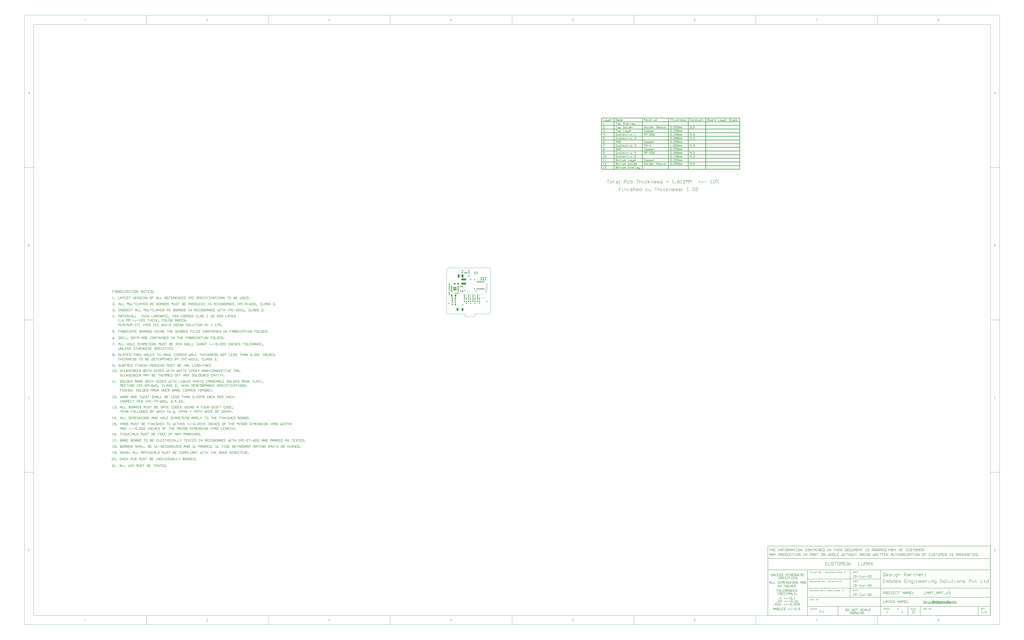
<source format=gbp>
G04 Layer_Color=128*
%FSLAX44Y44*%
%MOMM*%
G71*
G01*
G75*
%ADD10C,0.3810*%
%ADD11C,0.0254*%
%ADD12C,0.2540*%
%ADD13C,0.1270*%
%ADD14C,0.1778*%
%ADD15R,1.0000X0.9500*%
%ADD16R,1.1500X1.8000*%
%ADD19R,0.9500X1.0000*%
%ADD25R,1.1430X1.2700*%
%ADD26R,0.6200X0.6200*%
%ADD27R,0.8000X0.6000*%
%ADD28R,1.6200X2.1800*%
%ADD29C,0.8890*%
%ADD30R,1.6000X2.8000*%
%ADD31R,1.4000X1.3000*%
%ADD32R,4.0000X1.5000*%
%ADD33R,0.4000X1.3500*%
%ADD34O,0.4000X1.3500*%
%ADD35O,1.4500X0.7000*%
%ADD36R,1.4500X0.7000*%
%ADD37R,0.9200X0.9800*%
%ADD38C,0.8000*%
%ADD39O,0.4500X0.3250*%
%ADD40O,0.6000X0.2500*%
%ADD41R,0.4500X0.3250*%
%ADD42R,0.8500X1.5000*%
%ADD43O,0.8500X1.5000*%
%ADD44R,0.9800X0.9200*%
G36*
X4093755Y-2393210D02*
X4094181Y-2393613D01*
X4094887Y-2394394D01*
X4095520Y-2395286D01*
X4095672Y-2395554D01*
X4096767D01*
Y-2397896D01*
X4096739D01*
X4096858Y-2398224D01*
X4096970Y-2398707D01*
X4097119Y-2399191D01*
X4097342Y-2400307D01*
X4097491Y-2401534D01*
X4097565Y-2402872D01*
Y-2402910D01*
Y-2403021D01*
Y-2403244D01*
X4097527Y-2403504D01*
Y-2403839D01*
X4097491Y-2404211D01*
X4097453Y-2404620D01*
X4097379Y-2405103D01*
X4097193Y-2406145D01*
X4096933Y-2407260D01*
X4096561Y-2408413D01*
X4096040Y-2409529D01*
Y-2409566D01*
X4095966Y-2409640D01*
X4095891Y-2409789D01*
X4095780Y-2410012D01*
X4095594Y-2410235D01*
X4095408Y-2410533D01*
X4095305Y-2410678D01*
X4095428Y-2410688D01*
X4095800D01*
X4095986Y-2410651D01*
X4096209D01*
X4096767Y-2410577D01*
X4097176Y-2413217D01*
X4097101D01*
X4096953Y-2413254D01*
X4096729Y-2413291D01*
X4096395Y-2413328D01*
X4096060Y-2413403D01*
X4095688Y-2413440D01*
X4094907Y-2413477D01*
X4094647D01*
X4094349Y-2413440D01*
X4093978Y-2413403D01*
X4093569Y-2413366D01*
X4093122Y-2413254D01*
X4092917Y-2413198D01*
X4092768Y-2413322D01*
X4091801Y-2413954D01*
X4091764D01*
X4091689Y-2414028D01*
X4091541Y-2414102D01*
X4091318Y-2414177D01*
X4091057Y-2414288D01*
X4090760Y-2414437D01*
X4090425Y-2414549D01*
X4090016Y-2414697D01*
X4089161Y-2414958D01*
X4088157Y-2415218D01*
X4087041Y-2415367D01*
X4085888Y-2415441D01*
X4085554D01*
X4085294Y-2415404D01*
X4084996D01*
X4084661Y-2415367D01*
X4084252Y-2415292D01*
X4083806Y-2415218D01*
X4082877Y-2415032D01*
X4081835Y-2414734D01*
X4080757Y-2414326D01*
X4080236Y-2414102D01*
X4079716Y-2413805D01*
X4079679Y-2413768D01*
X4079604Y-2413730D01*
X4079455Y-2413619D01*
X4079424Y-2413600D01*
X4079290Y-2413626D01*
X4078434Y-2413663D01*
X4078062D01*
X4077802Y-2413626D01*
X4077505Y-2413589D01*
X4077133Y-2413551D01*
X4076724Y-2413477D01*
X4076277Y-2413366D01*
X4075348Y-2413068D01*
X4074827Y-2412882D01*
X4074344Y-2412659D01*
X4073823Y-2412399D01*
X4073340Y-2412064D01*
X4072856Y-2411692D01*
X4072410Y-2411283D01*
X4072373Y-2411246D01*
X4072299Y-2411172D01*
X4072187Y-2411023D01*
X4072076Y-2410837D01*
X4071889Y-2410577D01*
X4071703Y-2410279D01*
X4071480Y-2409944D01*
X4071295Y-2409535D01*
X4071071Y-2409052D01*
X4070848Y-2408569D01*
X4070662Y-2407974D01*
X4070514Y-2407379D01*
X4070365Y-2406709D01*
X4070253Y-2406003D01*
X4070179Y-2405222D01*
X4070142Y-2404404D01*
Y-2404330D01*
Y-2404181D01*
X4070179Y-2403920D01*
Y-2403586D01*
X4070216Y-2403177D01*
X4070291Y-2402731D01*
X4070365Y-2402210D01*
X4070476Y-2401652D01*
X4070625Y-2401057D01*
X4070811Y-2400462D01*
X4071034Y-2399867D01*
X4071295Y-2399272D01*
X4071592Y-2398677D01*
X4071964Y-2398120D01*
X4072373Y-2397599D01*
X4072856Y-2397115D01*
X4072893Y-2397078D01*
X4072968Y-2397041D01*
X4073080Y-2396929D01*
X4073265Y-2396818D01*
X4073488Y-2396669D01*
X4073749Y-2396483D01*
X4074046Y-2396297D01*
X4074418Y-2396111D01*
X4074790Y-2395963D01*
X4075199Y-2395777D01*
X4076148Y-2395448D01*
X4076369Y-2395026D01*
X4076890Y-2394320D01*
X4077448Y-2393650D01*
X4077485Y-2393613D01*
X4077596Y-2393501D01*
X4077782Y-2393316D01*
X4078042Y-2393092D01*
X4078377Y-2392832D01*
X4078749Y-2392572D01*
X4079195Y-2392237D01*
X4079716Y-2391903D01*
X4080311Y-2391605D01*
X4080943Y-2391270D01*
X4081649Y-2391010D01*
X4082393Y-2390713D01*
X4083174Y-2390527D01*
X4084029Y-2390341D01*
X4084959Y-2390229D01*
X4085888Y-2390192D01*
X4086223D01*
X4086446Y-2390229D01*
X4086744D01*
X4087115Y-2390266D01*
X4087487Y-2390341D01*
X4087934Y-2390378D01*
X4088863Y-2390601D01*
X4089904Y-2390898D01*
X4090748Y-2391200D01*
X4093755Y-2389381D01*
Y-2393210D01*
D02*
G37*
G36*
X4140403Y-2394022D02*
X4137391D01*
Y-2390601D01*
X4140403D01*
Y-2394022D01*
D02*
G37*
G36*
X4042084Y-2396960D02*
X4042493Y-2397034D01*
X4042939Y-2397183D01*
X4043460Y-2397332D01*
X4044018Y-2397592D01*
X4044612Y-2397927D01*
X4043534Y-2400678D01*
X4043497Y-2400641D01*
X4043348Y-2400567D01*
X4043125Y-2400455D01*
X4042865Y-2400344D01*
X4042530Y-2400232D01*
X4042158Y-2400121D01*
X4041749Y-2400046D01*
X4041340Y-2400009D01*
X4041191D01*
X4041006Y-2400046D01*
X4040745Y-2400083D01*
X4040485Y-2400158D01*
X4040187Y-2400269D01*
X4039890Y-2400418D01*
X4039592Y-2400604D01*
X4039555Y-2400641D01*
X4039481Y-2400715D01*
X4039332Y-2400864D01*
X4039183Y-2401050D01*
X4038997Y-2401273D01*
X4038812Y-2401571D01*
X4038663Y-2401906D01*
X4038514Y-2402277D01*
X4038477Y-2402352D01*
X4038440Y-2402538D01*
X4038365Y-2402872D01*
X4038291Y-2403318D01*
X4038179Y-2403839D01*
X4038105Y-2404434D01*
X4038068Y-2405066D01*
X4038031Y-2405773D01*
Y-2415032D01*
X4035019D01*
Y-2397332D01*
X4037733D01*
Y-2399972D01*
X4037770Y-2399935D01*
X4037919Y-2399711D01*
X4038105Y-2399377D01*
X4038328Y-2399005D01*
X4038625Y-2398596D01*
X4038960Y-2398187D01*
X4039258Y-2397815D01*
X4039592Y-2397555D01*
X4039630Y-2397518D01*
X4039741Y-2397443D01*
X4039927Y-2397369D01*
X4040187Y-2397220D01*
X4040448Y-2397108D01*
X4040782Y-2397034D01*
X4041154Y-2396960D01*
X4041526Y-2396923D01*
X4041786D01*
X4042084Y-2396960D01*
D02*
G37*
G36*
X4214310Y-2395182D02*
X4214794Y-2395219D01*
X4215389Y-2395293D01*
X4215984Y-2395405D01*
X4216616Y-2395554D01*
X4217211Y-2395777D01*
X4217248D01*
X4217285Y-2395814D01*
X4217471Y-2395888D01*
X4217769Y-2396037D01*
X4218103Y-2396186D01*
X4218475Y-2396446D01*
X4218884Y-2396706D01*
X4219256Y-2397041D01*
X4219554Y-2397413D01*
X4219590Y-2397450D01*
X4219665Y-2397599D01*
X4219814Y-2397822D01*
X4220000Y-2398120D01*
X4220148Y-2398491D01*
X4220334Y-2398975D01*
X4220483Y-2399495D01*
X4220632Y-2400090D01*
X4217694Y-2400499D01*
Y-2400425D01*
X4217657Y-2400276D01*
X4217583Y-2400016D01*
X4217471Y-2399718D01*
X4217322Y-2399384D01*
X4217099Y-2399049D01*
X4216839Y-2398677D01*
X4216504Y-2398380D01*
X4216467Y-2398343D01*
X4216318Y-2398268D01*
X4216095Y-2398120D01*
X4215798Y-2397971D01*
X4215426Y-2397859D01*
X4214942Y-2397710D01*
X4214422Y-2397636D01*
X4213790Y-2397599D01*
X4213455D01*
X4213083Y-2397636D01*
X4212637Y-2397673D01*
X4212154Y-2397785D01*
X4211670Y-2397896D01*
X4211187Y-2398082D01*
X4210815Y-2398305D01*
X4210778Y-2398343D01*
X4210666Y-2398417D01*
X4210555Y-2398566D01*
X4210406Y-2398752D01*
X4210220Y-2398975D01*
X4210108Y-2399272D01*
X4209997Y-2399570D01*
X4209960Y-2399904D01*
Y-2399942D01*
Y-2400016D01*
X4209997Y-2400128D01*
Y-2400276D01*
X4210108Y-2400611D01*
X4210294Y-2400983D01*
X4210331Y-2401020D01*
X4210369Y-2401057D01*
X4210592Y-2401243D01*
X4210740Y-2401392D01*
X4210927Y-2401503D01*
X4211187Y-2401652D01*
X4211447Y-2401764D01*
X4211484D01*
X4211559Y-2401801D01*
X4211707Y-2401838D01*
X4211967Y-2401912D01*
X4212302Y-2402024D01*
X4212786Y-2402173D01*
X4213381Y-2402321D01*
X4213715Y-2402433D01*
X4214124Y-2402545D01*
X4214161D01*
X4214273Y-2402582D01*
X4214422Y-2402619D01*
X4214645Y-2402693D01*
X4214905Y-2402768D01*
X4215203Y-2402842D01*
X4215872Y-2403028D01*
X4216616Y-2403251D01*
X4217360Y-2403511D01*
X4218029Y-2403734D01*
X4218326Y-2403846D01*
X4218587Y-2403958D01*
X4218661Y-2403995D01*
X4218810Y-2404069D01*
X4219033Y-2404181D01*
X4219293Y-2404330D01*
X4219628Y-2404553D01*
X4219962Y-2404850D01*
X4220260Y-2405148D01*
X4220558Y-2405519D01*
X4220595Y-2405557D01*
X4220669Y-2405705D01*
X4220781Y-2405928D01*
X4220929Y-2406226D01*
X4221078Y-2406598D01*
X4221190Y-2407044D01*
X4221264Y-2407527D01*
X4221301Y-2408085D01*
Y-2408160D01*
Y-2408345D01*
X4221264Y-2408643D01*
X4221190Y-2408978D01*
X4221078Y-2409424D01*
X4220929Y-2409907D01*
X4220706Y-2410391D01*
X4220409Y-2410911D01*
X4220371Y-2410986D01*
X4220260Y-2411134D01*
X4220037Y-2411358D01*
X4219739Y-2411655D01*
X4219405Y-2411990D01*
X4218958Y-2412324D01*
X4218438Y-2412659D01*
X4217843Y-2412957D01*
X4217769Y-2412994D01*
X4217545Y-2413068D01*
X4217211Y-2413180D01*
X4216765Y-2413291D01*
X4216207Y-2413440D01*
X4215575Y-2413551D01*
X4214868Y-2413626D01*
X4214124Y-2413663D01*
X4213790D01*
X4213567Y-2413626D01*
X4213269D01*
X4212934Y-2413589D01*
X4212154Y-2413477D01*
X4211298Y-2413328D01*
X4210443Y-2413068D01*
X4209588Y-2412733D01*
X4209216Y-2412510D01*
X4208844Y-2412250D01*
X4208807D01*
X4208770Y-2412176D01*
X4208546Y-2411990D01*
X4208249Y-2411655D01*
X4207877Y-2411172D01*
X4207505Y-2410577D01*
X4207133Y-2409833D01*
X4206799Y-2408978D01*
X4206576Y-2407974D01*
X4209550Y-2407490D01*
Y-2407527D01*
Y-2407565D01*
X4209588Y-2407788D01*
X4209699Y-2408122D01*
X4209811Y-2408531D01*
X4209997Y-2408978D01*
X4210220Y-2409424D01*
X4210555Y-2409870D01*
X4210927Y-2410279D01*
X4210964Y-2410316D01*
X4211150Y-2410428D01*
X4211410Y-2410577D01*
X4211744Y-2410725D01*
X4212228Y-2410911D01*
X4212748Y-2411060D01*
X4213418Y-2411172D01*
X4214124Y-2411209D01*
X4214459D01*
X4214831Y-2411172D01*
X4215277Y-2411097D01*
X4215798Y-2411023D01*
X4216318Y-2410874D01*
X4216802Y-2410651D01*
X4217211Y-2410391D01*
X4217248Y-2410354D01*
X4217360Y-2410242D01*
X4217545Y-2410056D01*
X4217731Y-2409833D01*
X4217880Y-2409535D01*
X4218066Y-2409164D01*
X4218177Y-2408792D01*
X4218215Y-2408383D01*
Y-2408345D01*
Y-2408197D01*
X4218177Y-2408048D01*
X4218103Y-2407788D01*
X4217992Y-2407565D01*
X4217843Y-2407267D01*
X4217620Y-2407007D01*
X4217322Y-2406784D01*
X4217285Y-2406747D01*
X4217173Y-2406709D01*
X4216988Y-2406635D01*
X4216690Y-2406486D01*
X4216281Y-2406375D01*
X4215760Y-2406189D01*
X4215426Y-2406077D01*
X4215091Y-2406003D01*
X4214682Y-2405891D01*
X4214236Y-2405780D01*
X4214199D01*
X4214087Y-2405742D01*
X4213938Y-2405705D01*
X4213715Y-2405631D01*
X4213418Y-2405557D01*
X4213120Y-2405482D01*
X4212414Y-2405259D01*
X4211670Y-2405036D01*
X4210889Y-2404813D01*
X4210183Y-2404553D01*
X4209885Y-2404441D01*
X4209625Y-2404330D01*
X4209588Y-2404292D01*
X4209402Y-2404218D01*
X4209179Y-2404069D01*
X4208918Y-2403883D01*
X4208584Y-2403660D01*
X4208286Y-2403363D01*
X4207952Y-2403028D01*
X4207691Y-2402656D01*
X4207654Y-2402619D01*
X4207580Y-2402470D01*
X4207505Y-2402247D01*
X4207394Y-2401950D01*
X4207245Y-2401615D01*
X4207171Y-2401206D01*
X4207096Y-2400760D01*
X4207059Y-2400276D01*
Y-2400239D01*
Y-2400090D01*
X4207096Y-2399830D01*
X4207133Y-2399570D01*
X4207171Y-2399235D01*
X4207282Y-2398863D01*
X4207394Y-2398454D01*
X4207580Y-2398082D01*
X4207617Y-2398045D01*
X4207691Y-2397896D01*
X4207803Y-2397710D01*
X4207989Y-2397487D01*
X4208175Y-2397227D01*
X4208435Y-2396967D01*
X4208733Y-2396669D01*
X4209067Y-2396409D01*
X4209104Y-2396372D01*
X4209216Y-2396335D01*
X4209365Y-2396223D01*
X4209588Y-2396111D01*
X4209848Y-2395963D01*
X4210183Y-2395814D01*
X4210555Y-2395665D01*
X4210964Y-2395517D01*
X4211038D01*
X4211187Y-2395442D01*
X4211410Y-2395405D01*
X4211744Y-2395331D01*
X4212154Y-2395256D01*
X4212563Y-2395219D01*
X4213046Y-2395145D01*
X4213901D01*
X4214310Y-2395182D01*
D02*
G37*
G36*
X4177013Y-2388860D02*
X4177608Y-2388897D01*
X4178240Y-2388935D01*
X4178835Y-2389009D01*
X4179356Y-2389083D01*
X4179430D01*
X4179653Y-2389158D01*
X4179988Y-2389232D01*
X4180397Y-2389344D01*
X4180880Y-2389492D01*
X4181364Y-2389678D01*
X4181884Y-2389939D01*
X4182368Y-2390236D01*
X4182405Y-2390273D01*
X4182591Y-2390385D01*
X4182814Y-2390571D01*
X4183074Y-2390831D01*
X4183372Y-2391166D01*
X4183706Y-2391575D01*
X4184041Y-2392021D01*
X4184339Y-2392579D01*
X4184376Y-2392653D01*
X4184450Y-2392839D01*
X4184562Y-2393137D01*
X4184711Y-2393546D01*
X4184859Y-2394029D01*
X4184971Y-2394587D01*
X4185045Y-2395219D01*
X4185082Y-2395888D01*
Y-2395925D01*
Y-2396037D01*
Y-2396186D01*
X4185045Y-2396409D01*
X4185008Y-2396669D01*
X4184971Y-2397004D01*
X4184934Y-2397339D01*
X4184822Y-2397710D01*
X4184790Y-2397832D01*
X4184951Y-2397741D01*
X4185286Y-2397592D01*
X4185657Y-2397443D01*
X4186067Y-2397294D01*
X4186141D01*
X4186290Y-2397220D01*
X4186513Y-2397183D01*
X4186848Y-2397108D01*
X4187256Y-2397034D01*
X4187665Y-2396997D01*
X4188149Y-2396923D01*
X4189004D01*
X4189413Y-2396960D01*
X4189897Y-2396997D01*
X4190135Y-2397027D01*
X4190288Y-2396892D01*
X4190660Y-2396632D01*
X4191144Y-2396335D01*
X4191664Y-2396037D01*
X4192259Y-2395777D01*
X4192296D01*
X4192334Y-2395740D01*
X4192445Y-2395702D01*
X4192557Y-2395665D01*
X4192928Y-2395591D01*
X4193412Y-2395442D01*
X4194007Y-2395331D01*
X4194676Y-2395256D01*
X4195457Y-2395182D01*
X4196275Y-2395145D01*
X4196647D01*
X4197056Y-2395182D01*
X4197577Y-2395219D01*
X4198172Y-2395293D01*
X4198804Y-2395368D01*
X4199399Y-2395517D01*
X4199957Y-2395702D01*
X4200031Y-2395740D01*
X4200180Y-2395777D01*
X4200440Y-2395925D01*
X4200738Y-2396074D01*
X4201072Y-2396260D01*
X4201444Y-2396483D01*
X4201742Y-2396744D01*
X4202039Y-2397041D01*
X4202076Y-2397078D01*
X4202151Y-2397190D01*
X4202262Y-2397339D01*
X4202411Y-2397599D01*
X4202560Y-2397896D01*
X4202708Y-2398231D01*
X4202857Y-2398640D01*
X4202969Y-2399086D01*
Y-2399124D01*
X4203006Y-2399235D01*
X4203043Y-2399421D01*
X4203080Y-2399718D01*
Y-2400090D01*
X4203117Y-2400574D01*
X4203155Y-2401131D01*
Y-2401838D01*
Y-2405854D01*
Y-2405891D01*
Y-2406040D01*
Y-2406263D01*
Y-2406523D01*
Y-2406858D01*
Y-2407230D01*
X4203192Y-2408085D01*
Y-2409015D01*
X4203229Y-2409870D01*
X4203266Y-2410279D01*
Y-2410614D01*
X4203304Y-2410911D01*
X4203340Y-2411172D01*
Y-2411209D01*
X4203378Y-2411358D01*
X4203415Y-2411581D01*
X4203489Y-2411841D01*
X4203601Y-2412138D01*
X4203750Y-2412510D01*
X4204084Y-2413254D01*
X4200961D01*
X4200923Y-2413217D01*
X4200886Y-2413105D01*
X4200812Y-2412882D01*
X4200700Y-2412622D01*
X4200589Y-2412287D01*
X4200515Y-2411915D01*
X4200440Y-2411506D01*
X4200366Y-2411023D01*
X4200291Y-2411097D01*
X4200068Y-2411246D01*
X4199771Y-2411506D01*
X4199325Y-2411804D01*
X4198841Y-2412176D01*
X4198283Y-2412510D01*
X4197726Y-2412808D01*
X4197130Y-2413068D01*
X4197056Y-2413105D01*
X4196870Y-2413142D01*
X4196573Y-2413254D01*
X4196164Y-2413366D01*
X4195643Y-2413477D01*
X4195085Y-2413551D01*
X4194672Y-2413603D01*
X4194508Y-2413768D01*
X4194061Y-2414102D01*
X4193541Y-2414437D01*
X4192946Y-2414734D01*
X4192871Y-2414772D01*
X4192648Y-2414846D01*
X4192314Y-2414958D01*
X4191867Y-2415069D01*
X4191310Y-2415218D01*
X4190677Y-2415329D01*
X4189971Y-2415404D01*
X4189227Y-2415441D01*
X4188893D01*
X4188669Y-2415404D01*
X4188372D01*
X4188037Y-2415367D01*
X4187256Y-2415255D01*
X4186401Y-2415106D01*
X4185546Y-2414846D01*
X4184691Y-2414511D01*
X4184319Y-2414288D01*
X4183947Y-2414028D01*
X4183910D01*
X4183873Y-2413954D01*
X4183649Y-2413768D01*
X4183352Y-2413433D01*
X4182980Y-2412950D01*
X4182608Y-2412355D01*
X4182236Y-2411611D01*
X4181902Y-2410756D01*
X4181678Y-2409752D01*
X4184654Y-2409268D01*
Y-2409305D01*
Y-2409343D01*
X4184691Y-2409566D01*
X4184802Y-2409900D01*
X4184914Y-2410309D01*
X4185100Y-2410756D01*
X4185323Y-2411202D01*
X4185657Y-2411648D01*
X4186029Y-2412057D01*
X4186067Y-2412094D01*
X4186252Y-2412206D01*
X4186513Y-2412355D01*
X4186848Y-2412503D01*
X4187331Y-2412689D01*
X4187851Y-2412838D01*
X4188521Y-2412950D01*
X4189227Y-2412987D01*
X4189562D01*
X4189934Y-2412950D01*
X4190326Y-2412884D01*
X4189991Y-2412733D01*
X4189359Y-2412250D01*
X4189284Y-2412176D01*
X4189099Y-2411990D01*
X4188875Y-2411692D01*
X4188578Y-2411246D01*
X4188280Y-2410725D01*
X4188057Y-2410130D01*
X4187871Y-2409387D01*
X4187797Y-2408606D01*
Y-2408531D01*
Y-2408383D01*
X4187834Y-2408122D01*
X4187871Y-2407825D01*
X4187946Y-2407453D01*
X4187994Y-2407188D01*
X4187517Y-2407037D01*
X4186773Y-2406814D01*
X4185992Y-2406591D01*
X4185286Y-2406331D01*
X4184988Y-2406219D01*
X4184728Y-2406107D01*
X4184691Y-2406070D01*
X4184505Y-2405996D01*
X4184282Y-2405847D01*
X4184021Y-2405661D01*
X4183687Y-2405438D01*
X4183389Y-2405141D01*
X4183055Y-2404806D01*
X4182794Y-2404434D01*
X4182757Y-2404397D01*
X4182682Y-2404248D01*
X4182608Y-2404025D01*
X4182497Y-2403728D01*
X4182348Y-2403393D01*
X4182274Y-2402984D01*
X4182199Y-2402538D01*
X4182162Y-2402054D01*
Y-2402017D01*
Y-2401868D01*
X4182165Y-2401847D01*
X4181847Y-2402024D01*
X4181438Y-2402210D01*
X4180992Y-2402433D01*
X4180471Y-2402619D01*
X4179876Y-2402805D01*
X4179244Y-2402954D01*
X4178818Y-2403039D01*
X4178890Y-2403281D01*
X4179001Y-2403914D01*
X4179113Y-2404620D01*
X4179187Y-2405364D01*
X4179225Y-2406182D01*
Y-2406219D01*
Y-2406368D01*
Y-2406628D01*
X4179187Y-2406963D01*
X4169688D01*
Y-2412695D01*
X4169854Y-2412764D01*
X4170560Y-2412912D01*
X4171341Y-2412987D01*
X4171638D01*
X4171936Y-2412950D01*
X4172308Y-2412875D01*
X4172754Y-2412764D01*
X4173238Y-2412615D01*
X4173721Y-2412429D01*
X4174167Y-2412132D01*
X4174204Y-2412094D01*
X4174353Y-2411946D01*
X4174576Y-2411760D01*
X4174836Y-2411425D01*
X4175134Y-2411053D01*
X4175432Y-2410570D01*
X4175729Y-2409975D01*
X4176026Y-2409305D01*
X4179113Y-2409715D01*
Y-2409752D01*
X4179076Y-2409826D01*
X4179038Y-2409975D01*
X4178964Y-2410161D01*
X4178890Y-2410384D01*
X4178778Y-2410644D01*
X4178481Y-2411276D01*
X4178109Y-2411946D01*
X4177663Y-2412652D01*
X4177068Y-2413359D01*
X4176398Y-2413954D01*
X4176361D01*
X4176324Y-2414028D01*
X4176212Y-2414102D01*
X4176026Y-2414177D01*
X4175840Y-2414288D01*
X4175617Y-2414437D01*
X4175357Y-2414549D01*
X4175022Y-2414697D01*
X4174316Y-2414958D01*
X4173423Y-2415218D01*
X4172457Y-2415367D01*
X4171341Y-2415441D01*
X4170969D01*
X4170709Y-2415404D01*
X4170374Y-2415367D01*
X4170002Y-2415329D01*
X4169593Y-2415255D01*
X4169110Y-2415144D01*
X4168143Y-2414846D01*
X4167622Y-2414660D01*
X4167139Y-2414437D01*
X4166618Y-2414177D01*
X4166135Y-2413842D01*
X4165652Y-2413470D01*
X4165205Y-2413061D01*
X4165168Y-2413024D01*
X4165094Y-2412950D01*
X4164982Y-2412801D01*
X4164871Y-2412615D01*
X4164685Y-2412392D01*
X4164499Y-2412094D01*
X4164276Y-2411723D01*
X4164090Y-2411313D01*
X4163867Y-2410867D01*
X4163643Y-2410384D01*
X4163458Y-2409826D01*
X4163309Y-2409231D01*
X4163160Y-2408599D01*
X4163049Y-2407892D01*
X4162974Y-2407149D01*
X4162937Y-2406368D01*
Y-2406331D01*
Y-2406182D01*
Y-2405921D01*
X4162974Y-2405624D01*
X4163011Y-2405252D01*
X4163049Y-2404806D01*
X4163123Y-2404323D01*
X4163235Y-2403802D01*
X4163495Y-2402686D01*
X4163681Y-2402129D01*
X4163904Y-2401534D01*
X4164164Y-2400976D01*
X4164462Y-2400418D01*
X4164796Y-2399897D01*
X4165205Y-2399414D01*
X4165243Y-2399377D01*
X4165317Y-2399303D01*
X4165428Y-2399191D01*
X4165614Y-2399005D01*
X4165837Y-2398819D01*
X4166135Y-2398633D01*
X4166432Y-2398410D01*
X4166452Y-2398396D01*
Y-2388823D01*
X4176455D01*
X4177013Y-2388860D01*
D02*
G37*
G36*
X4228366Y-2395554D02*
X4231378D01*
Y-2397896D01*
X4228366D01*
Y-2408271D01*
Y-2408308D01*
Y-2408457D01*
Y-2408680D01*
X4228404Y-2408940D01*
X4228441Y-2409498D01*
X4228478Y-2409721D01*
X4228515Y-2409907D01*
X4228553Y-2409982D01*
X4228627Y-2410130D01*
X4228776Y-2410316D01*
X4228999Y-2410502D01*
X4229073Y-2410540D01*
X4229259Y-2410577D01*
X4229594Y-2410651D01*
X4230040Y-2410688D01*
X4230412D01*
X4230598Y-2410651D01*
X4230821D01*
X4231378Y-2410577D01*
X4231787Y-2413217D01*
X4231713D01*
X4231564Y-2413254D01*
X4231341Y-2413291D01*
X4231006Y-2413328D01*
X4230672Y-2413403D01*
X4230300Y-2413440D01*
X4229519Y-2413477D01*
X4229259D01*
X4228961Y-2413440D01*
X4228589Y-2413403D01*
X4228181Y-2413366D01*
X4227734Y-2413254D01*
X4227325Y-2413142D01*
X4226953Y-2412994D01*
X4226916Y-2412957D01*
X4226805Y-2412882D01*
X4226656Y-2412771D01*
X4226470Y-2412622D01*
X4226247Y-2412436D01*
X4226061Y-2412213D01*
X4225838Y-2411953D01*
X4225689Y-2411655D01*
Y-2411618D01*
X4225652Y-2411469D01*
X4225577Y-2411246D01*
X4225540Y-2410874D01*
X4225466Y-2410391D01*
X4225429Y-2410130D01*
X4225392Y-2409796D01*
Y-2409424D01*
X4225354Y-2409015D01*
Y-2408569D01*
Y-2408085D01*
Y-2397896D01*
X4223123D01*
Y-2395554D01*
X4225354D01*
Y-2391203D01*
X4228366Y-2389381D01*
Y-2395554D01*
D02*
G37*
G36*
X4242162Y-2395182D02*
X4242460Y-2395219D01*
X4242832Y-2395256D01*
X4243203Y-2395331D01*
X4243650Y-2395442D01*
X4244542Y-2395740D01*
X4245026Y-2395925D01*
X4245509Y-2396186D01*
X4245992Y-2396446D01*
X4246476Y-2396781D01*
X4246922Y-2397153D01*
X4247368Y-2397599D01*
X4247405Y-2397636D01*
X4247480Y-2397710D01*
X4247591Y-2397859D01*
X4247740Y-2398045D01*
X4247889Y-2398305D01*
X4248075Y-2398603D01*
X4248298Y-2398938D01*
X4248521Y-2399347D01*
X4248707Y-2399830D01*
X4248930Y-2400313D01*
X4249116Y-2400871D01*
X4249302Y-2401503D01*
X4249413Y-2402135D01*
X4249525Y-2402842D01*
X4249599Y-2403586D01*
X4249637Y-2404404D01*
Y-2404441D01*
Y-2404590D01*
Y-2404850D01*
X4249599Y-2405185D01*
X4236436D01*
Y-2405222D01*
Y-2405296D01*
X4236473Y-2405482D01*
Y-2405668D01*
X4236510Y-2405928D01*
X4236547Y-2406189D01*
X4236696Y-2406858D01*
X4236919Y-2407565D01*
X4237179Y-2408308D01*
X4237589Y-2409052D01*
X4238072Y-2409684D01*
X4238146Y-2409759D01*
X4238332Y-2409907D01*
X4238667Y-2410168D01*
X4239076Y-2410428D01*
X4239634Y-2410725D01*
X4240266Y-2410986D01*
X4240972Y-2411134D01*
X4241753Y-2411209D01*
X4242051D01*
X4242348Y-2411172D01*
X4242720Y-2411097D01*
X4243166Y-2410986D01*
X4243650Y-2410837D01*
X4244133Y-2410651D01*
X4244579Y-2410354D01*
X4244617Y-2410316D01*
X4244765Y-2410168D01*
X4244988Y-2409982D01*
X4245249Y-2409647D01*
X4245546Y-2409275D01*
X4245844Y-2408792D01*
X4246141Y-2408197D01*
X4246439Y-2407527D01*
X4249525Y-2407937D01*
Y-2407974D01*
X4249488Y-2408048D01*
X4249451Y-2408197D01*
X4249376Y-2408383D01*
X4249302Y-2408606D01*
X4249190Y-2408866D01*
X4248893Y-2409498D01*
X4248521Y-2410168D01*
X4248075Y-2410874D01*
X4247480Y-2411581D01*
X4246811Y-2412176D01*
X4246773D01*
X4246736Y-2412250D01*
X4246624Y-2412324D01*
X4246439Y-2412399D01*
X4246253Y-2412510D01*
X4246030Y-2412659D01*
X4245769Y-2412771D01*
X4245435Y-2412919D01*
X4244728Y-2413180D01*
X4243836Y-2413440D01*
X4242869Y-2413589D01*
X4241753Y-2413663D01*
X4241382D01*
X4241121Y-2413626D01*
X4240786Y-2413589D01*
X4240415Y-2413551D01*
X4240005Y-2413477D01*
X4239522Y-2413366D01*
X4238555Y-2413068D01*
X4238035Y-2412882D01*
X4237551Y-2412659D01*
X4237031Y-2412399D01*
X4236547Y-2412064D01*
X4236064Y-2411692D01*
X4235618Y-2411283D01*
X4235580Y-2411246D01*
X4235506Y-2411172D01*
X4235395Y-2411023D01*
X4235283Y-2410837D01*
X4235097Y-2410614D01*
X4234911Y-2410316D01*
X4234688Y-2409944D01*
X4234502Y-2409535D01*
X4234279Y-2409089D01*
X4234056Y-2408606D01*
X4233870Y-2408048D01*
X4233721Y-2407453D01*
X4233572Y-2406821D01*
X4233461Y-2406114D01*
X4233387Y-2405371D01*
X4233349Y-2404590D01*
Y-2404553D01*
Y-2404404D01*
Y-2404144D01*
X4233387Y-2403846D01*
X4233424Y-2403474D01*
X4233461Y-2403028D01*
X4233535Y-2402545D01*
X4233647Y-2402024D01*
X4233907Y-2400908D01*
X4234093Y-2400351D01*
X4234316Y-2399756D01*
X4234576Y-2399198D01*
X4234874Y-2398640D01*
X4235209Y-2398120D01*
X4235618Y-2397636D01*
X4235655Y-2397599D01*
X4235729Y-2397525D01*
X4235841Y-2397413D01*
X4236027Y-2397227D01*
X4236250Y-2397041D01*
X4236547Y-2396855D01*
X4236845Y-2396632D01*
X4237216Y-2396372D01*
X4237626Y-2396149D01*
X4238072Y-2395925D01*
X4238555Y-2395740D01*
X4239113Y-2395517D01*
X4239671Y-2395368D01*
X4240266Y-2395256D01*
X4240898Y-2395182D01*
X4241567Y-2395145D01*
X4241902D01*
X4242162Y-2395182D01*
D02*
G37*
G36*
X4132742Y-2396135D02*
X4133022Y-2395963D01*
X4133097Y-2395925D01*
X4133283Y-2395851D01*
X4133580Y-2395702D01*
X4133952Y-2395554D01*
X4134436Y-2395405D01*
X4134956Y-2395256D01*
X4135588Y-2395182D01*
X4136220Y-2395145D01*
X4136555D01*
X4136927Y-2395182D01*
X4137373Y-2395256D01*
X4137857Y-2395331D01*
X4138415Y-2395479D01*
X4138935Y-2395702D01*
X4139419Y-2395963D01*
X4139493Y-2396000D01*
X4139642Y-2396111D01*
X4139865Y-2396297D01*
X4140125Y-2396558D01*
X4140422Y-2396892D01*
X4140720Y-2397264D01*
X4140980Y-2397748D01*
X4141203Y-2398268D01*
X4141241Y-2398231D01*
X4141315Y-2398120D01*
X4141426Y-2397971D01*
X4141575Y-2397785D01*
X4141798Y-2397525D01*
X4142059Y-2397264D01*
X4142356Y-2397004D01*
X4142691Y-2396706D01*
X4143063Y-2396409D01*
X4143472Y-2396149D01*
X4144438Y-2395628D01*
X4144959Y-2395442D01*
X4145517Y-2395293D01*
X4146075Y-2395182D01*
X4146707Y-2395145D01*
X4146967D01*
X4147153Y-2395182D01*
X4147376D01*
X4147636Y-2395219D01*
X4148194Y-2395331D01*
X4148864Y-2395517D01*
X4149533Y-2395777D01*
X4150165Y-2396149D01*
X4150760Y-2396632D01*
X4150834Y-2396706D01*
X4150983Y-2396892D01*
X4151195Y-2397246D01*
X4151372Y-2397183D01*
X4151967Y-2397034D01*
X4152599Y-2396960D01*
X4153269Y-2396923D01*
X4153529D01*
X4153864Y-2396960D01*
X4154236Y-2396997D01*
X4154682Y-2397071D01*
X4155203Y-2397183D01*
X4155686Y-2397332D01*
X4156206Y-2397518D01*
X4156281Y-2397555D01*
X4156430Y-2397629D01*
X4156653Y-2397741D01*
X4156950Y-2397927D01*
X4157285Y-2398150D01*
X4157620Y-2398410D01*
X4157954Y-2398707D01*
X4158214Y-2399042D01*
X4158252Y-2399079D01*
X4158326Y-2399191D01*
X4158438Y-2399414D01*
X4158586Y-2399674D01*
X4158735Y-2399972D01*
X4158884Y-2400344D01*
X4159033Y-2400790D01*
X4159144Y-2401236D01*
Y-2401273D01*
X4159181Y-2401385D01*
X4159218Y-2401608D01*
X4159256Y-2401906D01*
Y-2402314D01*
X4159293Y-2402835D01*
X4159330Y-2403430D01*
Y-2404174D01*
Y-2415032D01*
X4156318D01*
Y-2404285D01*
Y-2404248D01*
Y-2404211D01*
Y-2403988D01*
Y-2403653D01*
X4156281Y-2403244D01*
X4156244Y-2402835D01*
X4156169Y-2402352D01*
X4156058Y-2401943D01*
X4155946Y-2401571D01*
Y-2401534D01*
X4155872Y-2401422D01*
X4155797Y-2401236D01*
X4155686Y-2401050D01*
X4155500Y-2400790D01*
X4155277Y-2400567D01*
X4155016Y-2400307D01*
X4154719Y-2400083D01*
X4154682Y-2400046D01*
X4154570Y-2400009D01*
X4154384Y-2399897D01*
X4154124Y-2399786D01*
X4153827Y-2399711D01*
X4153455Y-2399600D01*
X4153083Y-2399563D01*
X4152637Y-2399526D01*
X4152302D01*
X4152060Y-2399579D01*
X4152136Y-2400053D01*
X4152210Y-2400574D01*
Y-2401131D01*
Y-2413254D01*
X4149198D01*
Y-2402135D01*
Y-2402098D01*
Y-2402061D01*
Y-2401838D01*
Y-2401503D01*
X4149161Y-2401131D01*
X4149146Y-2400960D01*
X4149104Y-2401013D01*
X4148881Y-2401310D01*
X4148770Y-2401534D01*
X4148658Y-2401794D01*
X4148509Y-2402091D01*
X4148398Y-2402426D01*
X4148286Y-2402798D01*
X4148174Y-2403207D01*
X4148063Y-2403690D01*
X4148026Y-2404211D01*
X4147951Y-2404769D01*
Y-2405364D01*
Y-2415032D01*
X4144939D01*
Y-2397903D01*
X4144476Y-2398045D01*
X4143955Y-2398268D01*
X4143398Y-2398603D01*
X4142914Y-2399012D01*
X4142877Y-2399086D01*
X4142728Y-2399235D01*
X4142542Y-2399532D01*
X4142319Y-2399979D01*
X4142059Y-2400536D01*
X4141873Y-2401206D01*
X4141724Y-2402024D01*
X4141687Y-2402991D01*
Y-2413254D01*
X4140403D01*
Y-2415032D01*
X4137391D01*
Y-2398243D01*
X4137373Y-2398231D01*
X4137039Y-2398082D01*
X4136630Y-2397896D01*
X4136146Y-2397785D01*
X4135551Y-2397748D01*
X4135328D01*
X4135105Y-2397785D01*
X4134770Y-2397822D01*
X4134436Y-2397896D01*
X4134026Y-2398045D01*
X4133618Y-2398194D01*
X4133209Y-2398417D01*
X4133171Y-2398454D01*
X4133022Y-2398528D01*
X4132837Y-2398714D01*
X4132742Y-2398793D01*
Y-2415032D01*
X4129730D01*
Y-2413254D01*
X4128151D01*
Y-2395554D01*
X4129730D01*
Y-2390601D01*
X4132742D01*
Y-2396135D01*
D02*
G37*
G36*
X4058614Y-2388860D02*
X4058875D01*
X4059507Y-2388897D01*
X4060213Y-2389009D01*
X4060957Y-2389120D01*
X4061701Y-2389306D01*
X4062370Y-2389567D01*
X4062407D01*
X4062444Y-2389604D01*
X4062668Y-2389716D01*
X4062965Y-2389901D01*
X4063337Y-2390125D01*
X4063783Y-2390459D01*
X4064229Y-2390868D01*
X4064638Y-2391315D01*
X4065047Y-2391872D01*
X4065085Y-2391947D01*
X4065196Y-2392133D01*
X4065345Y-2392467D01*
X4065531Y-2392876D01*
X4065717Y-2393360D01*
X4065865Y-2393880D01*
X4065977Y-2394475D01*
X4066014Y-2395107D01*
Y-2395182D01*
Y-2395368D01*
X4065977Y-2395665D01*
X4065903Y-2396074D01*
X4065791Y-2396521D01*
X4065642Y-2397004D01*
X4065456Y-2397562D01*
X4065159Y-2398082D01*
X4065122Y-2398157D01*
X4065010Y-2398305D01*
X4064787Y-2398566D01*
X4064527Y-2398863D01*
X4064155Y-2399235D01*
X4063708Y-2399570D01*
X4063188Y-2399942D01*
X4062556Y-2400276D01*
X4062593D01*
X4062668Y-2400313D01*
X4062779Y-2400351D01*
X4062928Y-2400388D01*
X4063337Y-2400574D01*
X4063820Y-2400797D01*
X4064378Y-2401131D01*
X4064936Y-2401503D01*
X4065493Y-2401950D01*
X4065977Y-2402507D01*
X4066014Y-2402582D01*
X4066163Y-2402768D01*
X4066349Y-2403102D01*
X4066609Y-2403549D01*
X4066832Y-2404106D01*
X4067018Y-2404701D01*
X4067167Y-2405408D01*
X4067204Y-2406189D01*
Y-2406263D01*
Y-2406486D01*
X4067167Y-2406821D01*
X4067130Y-2407230D01*
X4067018Y-2407713D01*
X4066907Y-2408271D01*
X4066721Y-2408829D01*
X4066460Y-2409387D01*
X4066423Y-2409461D01*
X4066349Y-2409647D01*
X4066163Y-2409907D01*
X4065977Y-2410242D01*
X4065717Y-2410614D01*
X4065419Y-2410986D01*
X4065047Y-2411358D01*
X4064675Y-2411692D01*
X4064638Y-2411729D01*
X4064489Y-2411804D01*
X4064266Y-2411953D01*
X4063932Y-2412138D01*
X4063560Y-2412324D01*
X4063076Y-2412510D01*
X4062556Y-2412696D01*
X4061998Y-2412882D01*
X4061924D01*
X4061701Y-2412957D01*
X4061366Y-2412994D01*
X4060920Y-2413068D01*
X4060602Y-2413108D01*
Y-2415032D01*
X4057813D01*
Y-2413254D01*
X4057473D01*
X4057330Y-2413433D01*
X4057107Y-2413656D01*
X4056847Y-2413879D01*
X4056549Y-2414140D01*
X4056214Y-2414363D01*
X4055843Y-2414623D01*
X4055433Y-2414846D01*
X4055024Y-2415032D01*
X4054541Y-2415218D01*
X4054020Y-2415329D01*
X4053463Y-2415404D01*
X4052868Y-2415441D01*
X4052645D01*
X4052496Y-2415404D01*
X4052087Y-2415367D01*
X4051603Y-2415292D01*
X4050971Y-2415144D01*
X4050339Y-2414958D01*
X4049633Y-2414660D01*
X4048963Y-2414288D01*
X4048926D01*
X4048889Y-2414251D01*
X4048666Y-2414065D01*
X4048368Y-2413805D01*
X4047959Y-2413433D01*
X4047550Y-2412987D01*
X4047067Y-2412429D01*
X4046658Y-2411797D01*
X4046249Y-2411053D01*
Y-2411016D01*
X4046212Y-2410942D01*
X4046174Y-2410830D01*
X4046100Y-2410681D01*
X4046025Y-2410495D01*
X4045951Y-2410235D01*
X4045765Y-2409640D01*
X4045579Y-2408934D01*
X4045431Y-2408116D01*
X4045319Y-2407223D01*
X4045282Y-2406219D01*
Y-2406182D01*
Y-2406107D01*
Y-2405959D01*
Y-2405773D01*
X4045319Y-2405550D01*
Y-2405252D01*
X4045393Y-2404620D01*
X4045505Y-2403876D01*
X4045654Y-2403095D01*
X4045840Y-2402240D01*
X4046137Y-2401422D01*
Y-2401385D01*
X4046174Y-2401310D01*
X4046249Y-2401199D01*
X4046323Y-2401050D01*
X4046509Y-2400678D01*
X4046806Y-2400195D01*
X4047178Y-2399637D01*
X4047625Y-2399079D01*
X4048145Y-2398559D01*
X4048760Y-2398089D01*
Y-2388823D01*
X4058354D01*
X4058614Y-2388860D01*
D02*
G37*
G36*
X4024309Y-2396960D02*
X4024830Y-2396997D01*
X4025425Y-2397071D01*
X4026057Y-2397146D01*
X4026652Y-2397294D01*
X4027209Y-2397480D01*
X4027284Y-2397518D01*
X4027433Y-2397555D01*
X4027693Y-2397704D01*
X4027990Y-2397852D01*
X4028325Y-2398038D01*
X4028697Y-2398261D01*
X4028994Y-2398522D01*
X4029292Y-2398819D01*
X4029329Y-2398856D01*
X4029404Y-2398968D01*
X4029515Y-2399117D01*
X4029664Y-2399377D01*
X4029813Y-2399674D01*
X4029962Y-2400009D01*
X4030110Y-2400418D01*
X4030222Y-2400864D01*
Y-2400901D01*
X4030259Y-2401013D01*
X4030296Y-2401199D01*
X4030333Y-2401496D01*
Y-2401868D01*
X4030370Y-2402352D01*
X4030408Y-2402910D01*
Y-2403616D01*
Y-2407632D01*
Y-2407669D01*
Y-2407818D01*
Y-2408041D01*
Y-2408301D01*
Y-2408636D01*
Y-2409008D01*
X4030445Y-2409863D01*
Y-2410793D01*
X4030482Y-2411648D01*
X4030519Y-2412057D01*
Y-2412392D01*
X4030556Y-2412689D01*
X4030594Y-2412950D01*
Y-2412987D01*
X4030631Y-2413136D01*
X4030668Y-2413359D01*
X4030742Y-2413619D01*
X4030854Y-2413916D01*
X4031003Y-2414288D01*
X4031337Y-2415032D01*
X4028214D01*
X4028176Y-2414995D01*
X4028139Y-2414883D01*
X4028065Y-2414660D01*
X4027953Y-2414400D01*
X4027842Y-2414065D01*
X4027767Y-2413693D01*
X4027693Y-2413284D01*
X4027619Y-2412801D01*
X4027544Y-2412875D01*
X4027321Y-2413024D01*
X4027024Y-2413284D01*
X4026577Y-2413582D01*
X4026094Y-2413954D01*
X4025536Y-2414288D01*
X4024979Y-2414586D01*
X4024384Y-2414846D01*
X4024309Y-2414883D01*
X4024123Y-2414920D01*
X4023826Y-2415032D01*
X4023417Y-2415144D01*
X4022896Y-2415255D01*
X4022338Y-2415329D01*
X4021743Y-2415404D01*
X4021074Y-2415441D01*
X4020814D01*
X4020591Y-2415404D01*
X4020367D01*
X4020070Y-2415367D01*
X4019438Y-2415255D01*
X4018694Y-2415106D01*
X4017988Y-2414846D01*
X4017244Y-2414511D01*
X4016612Y-2414028D01*
X4016537Y-2413954D01*
X4016351Y-2413768D01*
X4016128Y-2413470D01*
X4015831Y-2413024D01*
X4015533Y-2412503D01*
X4015310Y-2411908D01*
X4015124Y-2411165D01*
X4015050Y-2410384D01*
Y-2410309D01*
Y-2410161D01*
X4015087Y-2409900D01*
X4015124Y-2409603D01*
X4015199Y-2409231D01*
X4015273Y-2408822D01*
X4015422Y-2408413D01*
X4015608Y-2408004D01*
X4015645Y-2407967D01*
X4015719Y-2407818D01*
X4015831Y-2407632D01*
X4016017Y-2407372D01*
X4016240Y-2407112D01*
X4016537Y-2406814D01*
X4016835Y-2406554D01*
X4017169Y-2406293D01*
X4017207Y-2406256D01*
X4017355Y-2406182D01*
X4017542Y-2406070D01*
X4017802Y-2405921D01*
X4018136Y-2405736D01*
X4018471Y-2405587D01*
X4018880Y-2405438D01*
X4019326Y-2405289D01*
X4019363D01*
X4019512Y-2405252D01*
X4019698Y-2405215D01*
X4019996Y-2405141D01*
X4020367Y-2405066D01*
X4020851Y-2404992D01*
X4021371Y-2404917D01*
X4022003Y-2404843D01*
X4022041D01*
X4022152Y-2404806D01*
X4022338D01*
X4022599Y-2404769D01*
X4022896Y-2404732D01*
X4023231Y-2404694D01*
X4024049Y-2404546D01*
X4024904Y-2404397D01*
X4025797Y-2404248D01*
X4026652Y-2404025D01*
X4027024Y-2403914D01*
X4027358Y-2403802D01*
Y-2403765D01*
Y-2403690D01*
X4027396Y-2403467D01*
Y-2403207D01*
Y-2403095D01*
Y-2403021D01*
Y-2402984D01*
Y-2402947D01*
Y-2402724D01*
X4027358Y-2402389D01*
X4027284Y-2402017D01*
X4027173Y-2401608D01*
X4027024Y-2401162D01*
X4026838Y-2400790D01*
X4026540Y-2400455D01*
X4026503Y-2400418D01*
X4026317Y-2400307D01*
X4026057Y-2400121D01*
X4025685Y-2399935D01*
X4025202Y-2399749D01*
X4024607Y-2399563D01*
X4023900Y-2399451D01*
X4023119Y-2399414D01*
X4022784D01*
X4022413Y-2399451D01*
X4021929Y-2399488D01*
X4021409Y-2399600D01*
X4020925Y-2399711D01*
X4020405Y-2399897D01*
X4019996Y-2400158D01*
X4019958Y-2400195D01*
X4019847Y-2400307D01*
X4019661Y-2400492D01*
X4019438Y-2400753D01*
X4019178Y-2401125D01*
X4018954Y-2401571D01*
X4018694Y-2402129D01*
X4018508Y-2402761D01*
X4015570Y-2402352D01*
Y-2402314D01*
X4015608Y-2402277D01*
X4015645Y-2402054D01*
X4015757Y-2401720D01*
X4015868Y-2401273D01*
X4016054Y-2400790D01*
X4016277Y-2400307D01*
X4016537Y-2399786D01*
X4016872Y-2399340D01*
X4016909Y-2399303D01*
X4017058Y-2399154D01*
X4017244Y-2398931D01*
X4017542Y-2398670D01*
X4017913Y-2398410D01*
X4018397Y-2398113D01*
X4018917Y-2397815D01*
X4019512Y-2397555D01*
X4019549D01*
X4019586Y-2397518D01*
X4019698Y-2397480D01*
X4019810Y-2397443D01*
X4020182Y-2397369D01*
X4020665Y-2397220D01*
X4021260Y-2397108D01*
X4021929Y-2397034D01*
X4022710Y-2396960D01*
X4023528Y-2396923D01*
X4023900D01*
X4024309Y-2396960D01*
D02*
G37*
G36*
X3984446Y-2390638D02*
X3984706D01*
X3985339Y-2390675D01*
X3986045Y-2390787D01*
X3986789Y-2390898D01*
X3987533Y-2391084D01*
X3988202Y-2391345D01*
X3988239D01*
X3988276Y-2391382D01*
X3988499Y-2391494D01*
X3988797Y-2391679D01*
X3989169Y-2391903D01*
X3989615Y-2392237D01*
X3990061Y-2392646D01*
X3990470Y-2393092D01*
X3990879Y-2393650D01*
X3990916Y-2393725D01*
X3991028Y-2393911D01*
X3991177Y-2394245D01*
X3991363Y-2394654D01*
X3991548Y-2395138D01*
X3991697Y-2395658D01*
X3991809Y-2396253D01*
X3991846Y-2396885D01*
Y-2396960D01*
Y-2397146D01*
X3991809Y-2397443D01*
X3991735Y-2397852D01*
X3991623Y-2398298D01*
X3991474Y-2398782D01*
X3991288Y-2399340D01*
X3990991Y-2399860D01*
X3990954Y-2399935D01*
X3990842Y-2400083D01*
X3990619Y-2400344D01*
X3990359Y-2400641D01*
X3989987Y-2401013D01*
X3989541Y-2401348D01*
X3989020Y-2401720D01*
X3988388Y-2402054D01*
X3988425D01*
X3988499Y-2402091D01*
X3988611Y-2402129D01*
X3988760Y-2402166D01*
X3989169Y-2402352D01*
X3989652Y-2402575D01*
X3990210Y-2402910D01*
X3990768Y-2403281D01*
X3991325Y-2403728D01*
X3991809Y-2404285D01*
X3991846Y-2404360D01*
X3991995Y-2404546D01*
X3992181Y-2404880D01*
X3992441Y-2405327D01*
X3992664Y-2405884D01*
X3992850Y-2406479D01*
X3992999Y-2407186D01*
X3993036Y-2407967D01*
Y-2408041D01*
Y-2408264D01*
X3992999Y-2408599D01*
X3992962Y-2409008D01*
X3992850Y-2409491D01*
X3992739Y-2410049D01*
X3992552Y-2410607D01*
X3992292Y-2411165D01*
X3992255Y-2411239D01*
X3992181Y-2411425D01*
X3991995Y-2411685D01*
X3991809Y-2412020D01*
X3991548Y-2412392D01*
X3991251Y-2412764D01*
X3990879Y-2413136D01*
X3990508Y-2413470D01*
X3990470Y-2413507D01*
X3990321Y-2413582D01*
X3990098Y-2413730D01*
X3989764Y-2413916D01*
X3989392Y-2414102D01*
X3988908Y-2414288D01*
X3988388Y-2414474D01*
X3987830Y-2414660D01*
X3987756D01*
X3987533Y-2414734D01*
X3987198Y-2414772D01*
X3986752Y-2414846D01*
X3986157Y-2414920D01*
X3985487Y-2414958D01*
X3984744Y-2415032D01*
X3974592D01*
Y-2390601D01*
X3984186D01*
X3984446Y-2390638D01*
D02*
G37*
G36*
X4103237Y-2395554D02*
X4106249D01*
Y-2397896D01*
X4104295D01*
Y-2407186D01*
Y-2407223D01*
Y-2407297D01*
Y-2407409D01*
Y-2407558D01*
Y-2407967D01*
X4104333Y-2408450D01*
Y-2408971D01*
X4104370Y-2409491D01*
X4104407Y-2409975D01*
X4104444Y-2410347D01*
Y-2410384D01*
X4104518Y-2410533D01*
X4104561Y-2410659D01*
X4104910Y-2410688D01*
X4105282D01*
X4105468Y-2410651D01*
X4105691D01*
X4106249Y-2410577D01*
X4106569Y-2412641D01*
X4106601Y-2412652D01*
X4106973Y-2412764D01*
X4107419Y-2412838D01*
X4107903Y-2412875D01*
X4108126D01*
X4108386Y-2412838D01*
X4108720Y-2412801D01*
X4109092Y-2412726D01*
X4109501Y-2412578D01*
X4109948Y-2412429D01*
X4110394Y-2412206D01*
X4110431Y-2412169D01*
X4110580Y-2412057D01*
X4110803Y-2411908D01*
X4110928Y-2411801D01*
X4110786Y-2411692D01*
X4110339Y-2411283D01*
X4110302Y-2411246D01*
X4110228Y-2411172D01*
X4110116Y-2411023D01*
X4110005Y-2410837D01*
X4109819Y-2410577D01*
X4109633Y-2410279D01*
X4109410Y-2409944D01*
X4109224Y-2409535D01*
X4109001Y-2409052D01*
X4108777Y-2408569D01*
X4108592Y-2407974D01*
X4108443Y-2407379D01*
X4108294Y-2406709D01*
X4108183Y-2406003D01*
X4108108Y-2405222D01*
X4108071Y-2404404D01*
Y-2404330D01*
Y-2404181D01*
X4108108Y-2403920D01*
Y-2403586D01*
X4108145Y-2403177D01*
X4108220Y-2402731D01*
X4108294Y-2402210D01*
X4108406Y-2401652D01*
X4108554Y-2401057D01*
X4108741Y-2400462D01*
X4108964Y-2399867D01*
X4109224Y-2399272D01*
X4109521Y-2398677D01*
X4109893Y-2398120D01*
X4110302Y-2397599D01*
X4110786Y-2397115D01*
X4110823Y-2397078D01*
X4110897Y-2397041D01*
X4111009Y-2396929D01*
X4111194Y-2396818D01*
X4111418Y-2396669D01*
X4111678Y-2396483D01*
X4111975Y-2396297D01*
X4112347Y-2396111D01*
X4112719Y-2395963D01*
X4113128Y-2395777D01*
X4114095Y-2395442D01*
X4115174Y-2395219D01*
X4115768Y-2395182D01*
X4116364Y-2395145D01*
X4116698D01*
X4116958Y-2395182D01*
X4117293Y-2395219D01*
X4117628Y-2395256D01*
X4118037Y-2395331D01*
X4118483Y-2395442D01*
X4119413Y-2395740D01*
X4119896Y-2395925D01*
X4120417Y-2396149D01*
X4120806Y-2396388D01*
Y-2392981D01*
X4123818Y-2391159D01*
Y-2397332D01*
X4126830D01*
Y-2399674D01*
X4123818D01*
Y-2400019D01*
X4123912Y-2400239D01*
X4124098Y-2400760D01*
X4124284Y-2401355D01*
X4124433Y-2401987D01*
X4124544Y-2402693D01*
X4124619Y-2403400D01*
X4124656Y-2404181D01*
Y-2404218D01*
Y-2404330D01*
Y-2404515D01*
Y-2404738D01*
X4124619Y-2405036D01*
Y-2405371D01*
X4124581Y-2405742D01*
X4124544Y-2406152D01*
X4124395Y-2407007D01*
X4124210Y-2407899D01*
X4123949Y-2408792D01*
X4123818Y-2409099D01*
Y-2410049D01*
Y-2410086D01*
Y-2410235D01*
Y-2410458D01*
X4123855Y-2410719D01*
X4123892Y-2411276D01*
X4123929Y-2411499D01*
X4123967Y-2411685D01*
X4124004Y-2411760D01*
X4124078Y-2411908D01*
X4124227Y-2412094D01*
X4124450Y-2412280D01*
X4124524Y-2412318D01*
X4124710Y-2412355D01*
X4125045Y-2412429D01*
X4125491Y-2412466D01*
X4125863D01*
X4126049Y-2412429D01*
X4126272D01*
X4126830Y-2412355D01*
X4127239Y-2414995D01*
X4127165D01*
X4127016Y-2415032D01*
X4126793Y-2415069D01*
X4126458Y-2415106D01*
X4126123Y-2415181D01*
X4125752Y-2415218D01*
X4124971Y-2415255D01*
X4124710D01*
X4124413Y-2415218D01*
X4124041Y-2415181D01*
X4123632Y-2415144D01*
X4123186Y-2415032D01*
X4122776Y-2414920D01*
X4122405Y-2414772D01*
X4122368Y-2414734D01*
X4122256Y-2414660D01*
X4122107Y-2414549D01*
X4121921Y-2414400D01*
X4121698Y-2414214D01*
X4121512Y-2413991D01*
X4121289Y-2413730D01*
X4121140Y-2413433D01*
Y-2413396D01*
X4121103Y-2413247D01*
X4121029Y-2413024D01*
X4120992Y-2412652D01*
X4120948Y-2412367D01*
X4120603Y-2412585D01*
X4120565D01*
X4120528Y-2412622D01*
X4120417Y-2412696D01*
X4120268Y-2412733D01*
X4119859Y-2412919D01*
X4119338Y-2413105D01*
X4118706Y-2413328D01*
X4118000Y-2413477D01*
X4117219Y-2413626D01*
X4116364Y-2413663D01*
X4115992D01*
X4115731Y-2413626D01*
X4115600Y-2413609D01*
Y-2415032D01*
X4112922D01*
Y-2412941D01*
X4112756Y-2412882D01*
X4112624Y-2412821D01*
X4112551Y-2412912D01*
X4112328Y-2413173D01*
X4112067Y-2413396D01*
X4111770Y-2413693D01*
X4111435Y-2413954D01*
X4111063Y-2414214D01*
X4110654Y-2414511D01*
X4110171Y-2414734D01*
X4109687Y-2414958D01*
X4109130Y-2415181D01*
X4108572Y-2415329D01*
X4107939Y-2415404D01*
X4107307Y-2415441D01*
X4107047D01*
X4106750Y-2415404D01*
X4106341Y-2415367D01*
X4105894Y-2415292D01*
X4105411Y-2415181D01*
X4104890Y-2415032D01*
X4104370Y-2414846D01*
X4104295Y-2414809D01*
X4104147Y-2414734D01*
X4103924Y-2414623D01*
X4103626Y-2414437D01*
X4103291Y-2414214D01*
X4102957Y-2413954D01*
X4102659Y-2413693D01*
X4102362Y-2413359D01*
X4102325Y-2413322D01*
X4102250Y-2413210D01*
X4102220Y-2413149D01*
X4102196Y-2413142D01*
X4101824Y-2412994D01*
X4101787Y-2412957D01*
X4101675Y-2412882D01*
X4101526Y-2412771D01*
X4101340Y-2412622D01*
X4101117Y-2412436D01*
X4100931Y-2412213D01*
X4100708Y-2411953D01*
X4100559Y-2411655D01*
Y-2411618D01*
X4100522Y-2411469D01*
X4100448Y-2411246D01*
X4100411Y-2410874D01*
X4100336Y-2410391D01*
X4100299Y-2410130D01*
X4100262Y-2409796D01*
Y-2409424D01*
X4100225Y-2409015D01*
Y-2408569D01*
Y-2408085D01*
Y-2397896D01*
X4097994D01*
Y-2395554D01*
X4100225D01*
Y-2391203D01*
X4103237Y-2389381D01*
Y-2395554D01*
D02*
G37*
G36*
X4004861Y-2396960D02*
X4005196Y-2396997D01*
X4005530Y-2397034D01*
X4005940Y-2397108D01*
X4006386Y-2397220D01*
X4007315Y-2397518D01*
X4007799Y-2397704D01*
X4008319Y-2397927D01*
X4008803Y-2398224D01*
X4009286Y-2398559D01*
X4009770Y-2398931D01*
X4010216Y-2399340D01*
X4010253Y-2399377D01*
X4010327Y-2399451D01*
X4010439Y-2399600D01*
X4010588Y-2399786D01*
X4010774Y-2400009D01*
X4010959Y-2400307D01*
X4011183Y-2400678D01*
X4011406Y-2401050D01*
X4011592Y-2401496D01*
X4011815Y-2402017D01*
X4012001Y-2402538D01*
X4012187Y-2403133D01*
X4012336Y-2403765D01*
X4012447Y-2404471D01*
X4012521Y-2405178D01*
X4012559Y-2405959D01*
Y-2405996D01*
Y-2406107D01*
Y-2406293D01*
Y-2406517D01*
X4012521Y-2406814D01*
Y-2407149D01*
X4012484Y-2407520D01*
X4012447Y-2407930D01*
X4012298Y-2408785D01*
X4012112Y-2409677D01*
X4011852Y-2410570D01*
X4011517Y-2411351D01*
Y-2411388D01*
X4011480Y-2411425D01*
X4011331Y-2411685D01*
X4011071Y-2412020D01*
X4010736Y-2412466D01*
X4010327Y-2412950D01*
X4009807Y-2413433D01*
X4009212Y-2413916D01*
X4008505Y-2414363D01*
X4008468D01*
X4008431Y-2414400D01*
X4008319Y-2414474D01*
X4008170Y-2414511D01*
X4007762Y-2414697D01*
X4007241Y-2414883D01*
X4006609Y-2415106D01*
X4005902Y-2415255D01*
X4005121Y-2415404D01*
X4004266Y-2415441D01*
X4003894D01*
X4003634Y-2415404D01*
X4003336Y-2415367D01*
X4002964Y-2415329D01*
X4002556Y-2415255D01*
X4002109Y-2415144D01*
X4001180Y-2414846D01*
X4000659Y-2414660D01*
X4000176Y-2414437D01*
X3999655Y-2414177D01*
X3999172Y-2413842D01*
X3998688Y-2413470D01*
X3998242Y-2413061D01*
X3998205Y-2413024D01*
X3998130Y-2412950D01*
X3998019Y-2412801D01*
X3997907Y-2412615D01*
X3997721Y-2412355D01*
X3997535Y-2412057D01*
X3997312Y-2411723D01*
X3997126Y-2411313D01*
X3996903Y-2410830D01*
X3996680Y-2410347D01*
X3996494Y-2409752D01*
X3996346Y-2409157D01*
X3996197Y-2408487D01*
X3996085Y-2407781D01*
X3996011Y-2407000D01*
X3995974Y-2406182D01*
Y-2406107D01*
Y-2405959D01*
X3996011Y-2405698D01*
Y-2405364D01*
X3996048Y-2404955D01*
X3996122Y-2404509D01*
X3996197Y-2403988D01*
X3996308Y-2403430D01*
X3996457Y-2402835D01*
X3996643Y-2402240D01*
X3996866Y-2401645D01*
X3997126Y-2401050D01*
X3997424Y-2400455D01*
X3997796Y-2399897D01*
X3998205Y-2399377D01*
X3998688Y-2398893D01*
X3998726Y-2398856D01*
X3998800Y-2398819D01*
X3998911Y-2398707D01*
X3999097Y-2398596D01*
X3999320Y-2398447D01*
X3999581Y-2398261D01*
X3999878Y-2398075D01*
X4000250Y-2397889D01*
X4000622Y-2397741D01*
X4001031Y-2397555D01*
X4001998Y-2397220D01*
X4003076Y-2396997D01*
X4003671Y-2396960D01*
X4004266Y-2396923D01*
X4004601D01*
X4004861Y-2396960D01*
D02*
G37*
%LPC*%
G36*
X4093755Y-2399355D02*
Y-2406326D01*
X4093846Y-2405996D01*
X4093995Y-2405289D01*
X4094106Y-2404546D01*
X4094181Y-2403728D01*
X4094218Y-2402872D01*
Y-2402835D01*
Y-2402724D01*
Y-2402575D01*
Y-2402389D01*
X4094181Y-2402129D01*
Y-2401794D01*
X4094106Y-2401087D01*
X4093958Y-2400307D01*
X4093772Y-2399414D01*
X4093755Y-2399355D01*
D02*
G37*
G36*
X4078843Y-2397636D02*
X4078608D01*
X4078563Y-2397741D01*
X4078340Y-2398298D01*
X4078117Y-2398931D01*
X4077931Y-2399674D01*
X4077782Y-2400455D01*
X4077671Y-2401273D01*
X4077596Y-2402203D01*
X4077559Y-2403207D01*
Y-2403244D01*
Y-2403393D01*
Y-2403616D01*
X4077596Y-2403951D01*
X4077633Y-2404323D01*
X4077671Y-2404732D01*
X4077745Y-2405215D01*
X4077856Y-2405736D01*
X4078117Y-2406851D01*
X4078340Y-2407409D01*
X4078563Y-2408004D01*
X4078823Y-2408562D01*
X4079121Y-2409120D01*
X4079492Y-2409677D01*
X4079902Y-2410161D01*
X4079939Y-2410198D01*
X4080013Y-2410272D01*
X4080162Y-2410384D01*
X4080348Y-2410570D01*
X4080518Y-2410712D01*
X4080963Y-2410502D01*
X4081558Y-2410093D01*
X4081855Y-2409833D01*
X4082153Y-2409535D01*
Y-2409498D01*
X4082227Y-2409461D01*
X4082301Y-2409350D01*
X4082376Y-2409201D01*
X4082487Y-2409015D01*
X4082636Y-2408792D01*
X4082747Y-2408531D01*
X4082896Y-2408234D01*
X4083045Y-2407899D01*
X4083157Y-2407527D01*
X4083305Y-2407081D01*
X4083417Y-2406598D01*
X4083492Y-2406114D01*
X4083566Y-2405557D01*
X4083640Y-2404962D01*
Y-2404330D01*
Y-2404292D01*
Y-2404181D01*
Y-2404032D01*
X4083603Y-2403772D01*
Y-2403511D01*
X4083566Y-2403214D01*
X4083454Y-2402470D01*
X4083268Y-2401689D01*
X4083008Y-2400834D01*
X4082636Y-2400053D01*
X4082115Y-2399347D01*
Y-2399309D01*
X4082041Y-2399272D01*
X4081855Y-2399086D01*
X4081520Y-2398789D01*
X4081111Y-2398491D01*
X4080554Y-2398194D01*
X4079922Y-2397896D01*
X4079215Y-2397710D01*
X4078843Y-2397636D01*
D02*
G37*
G36*
X4074712Y-2399314D02*
X4074678Y-2399347D01*
X4074604Y-2399421D01*
X4074530Y-2399532D01*
X4074455Y-2399644D01*
X4074344Y-2399830D01*
X4074232Y-2400053D01*
X4074083Y-2400313D01*
X4073972Y-2400611D01*
X4073823Y-2400946D01*
X4073674Y-2401317D01*
X4073563Y-2401727D01*
X4073451Y-2402210D01*
X4073377Y-2402693D01*
X4073303Y-2403251D01*
X4073228Y-2403809D01*
Y-2404441D01*
Y-2404478D01*
Y-2404590D01*
Y-2404776D01*
X4073265Y-2404999D01*
Y-2405259D01*
X4073303Y-2405594D01*
X4073414Y-2406337D01*
X4073600Y-2407156D01*
X4073823Y-2408011D01*
X4074195Y-2408829D01*
X4074418Y-2409201D01*
X4074678Y-2409535D01*
X4074753Y-2409610D01*
X4074939Y-2409796D01*
X4075273Y-2410056D01*
X4075720Y-2410354D01*
X4076240Y-2410688D01*
X4076547Y-2410807D01*
X4076183Y-2410272D01*
X4075588Y-2409268D01*
Y-2409231D01*
X4075514Y-2409120D01*
X4075476Y-2408971D01*
X4075365Y-2408748D01*
X4075253Y-2408487D01*
X4075142Y-2408190D01*
X4075030Y-2407818D01*
X4074919Y-2407409D01*
X4074770Y-2406963D01*
X4074659Y-2406517D01*
X4074435Y-2405475D01*
X4074286Y-2404360D01*
X4074212Y-2403170D01*
Y-2403095D01*
Y-2402910D01*
X4074249Y-2402575D01*
Y-2402166D01*
X4074324Y-2401645D01*
X4074398Y-2401050D01*
X4074472Y-2400418D01*
X4074621Y-2399674D01*
X4074712Y-2399314D01*
D02*
G37*
G36*
X4085888Y-2392981D02*
X4085554D01*
X4085331Y-2393018D01*
X4085033Y-2393055D01*
X4084661Y-2393092D01*
X4084290Y-2393167D01*
X4083881Y-2393278D01*
X4082951Y-2393576D01*
X4082467Y-2393762D01*
X4081984Y-2393985D01*
X4081463Y-2394245D01*
X4080980Y-2394580D01*
X4080497Y-2394952D01*
X4080059Y-2395322D01*
X4080107Y-2395331D01*
X4080554Y-2395442D01*
X4081483Y-2395740D01*
X4081967Y-2395925D01*
X4082487Y-2396149D01*
X4082971Y-2396446D01*
X4083454Y-2396781D01*
X4083938Y-2397153D01*
X4084384Y-2397562D01*
X4084421Y-2397599D01*
X4084496Y-2397673D01*
X4084607Y-2397822D01*
X4084756Y-2398008D01*
X4084942Y-2398231D01*
X4085128Y-2398528D01*
X4085351Y-2398900D01*
X4085574Y-2399272D01*
X4085760Y-2399718D01*
X4085983Y-2400239D01*
X4086169Y-2400760D01*
X4086355Y-2401355D01*
X4086503Y-2401987D01*
X4086615Y-2402693D01*
X4086689Y-2403400D01*
X4086726Y-2404181D01*
Y-2404218D01*
Y-2404330D01*
Y-2404515D01*
Y-2404738D01*
X4086689Y-2405036D01*
Y-2405371D01*
X4086652Y-2405742D01*
X4086615Y-2406152D01*
X4086466Y-2407007D01*
X4086280Y-2407899D01*
X4086020Y-2408792D01*
X4085685Y-2409573D01*
Y-2409610D01*
X4085648Y-2409647D01*
X4085499Y-2409907D01*
X4085239Y-2410242D01*
X4084904Y-2410688D01*
X4084496Y-2411172D01*
X4083975Y-2411655D01*
X4083380Y-2412138D01*
X4083252Y-2412219D01*
X4083434Y-2412280D01*
X4083992Y-2412466D01*
X4084587Y-2412578D01*
X4085182Y-2412652D01*
X4085851Y-2412689D01*
X4086186D01*
X4086446Y-2412652D01*
X4086781Y-2412615D01*
X4087115Y-2412541D01*
X4087525Y-2412466D01*
X4087971Y-2412355D01*
X4088900Y-2412057D01*
X4089421Y-2411871D01*
X4089904Y-2411611D01*
X4090425Y-2411313D01*
X4090909Y-2410979D01*
X4090937Y-2410957D01*
X4090929Y-2410874D01*
X4090854Y-2410391D01*
X4090817Y-2410130D01*
X4090780Y-2409796D01*
Y-2409424D01*
X4090742Y-2409015D01*
Y-2408569D01*
Y-2408085D01*
Y-2397896D01*
X4088511D01*
Y-2395554D01*
X4090742D01*
Y-2394572D01*
X4090239Y-2394208D01*
X4090202D01*
X4090165Y-2394171D01*
X4090053Y-2394097D01*
X4089904Y-2394022D01*
X4089496Y-2393836D01*
X4088975Y-2393576D01*
X4088343Y-2393353D01*
X4087599Y-2393167D01*
X4086781Y-2393018D01*
X4085888Y-2392981D01*
D02*
G37*
G36*
X4176641Y-2391686D02*
X4169688D01*
Y-2397065D01*
X4169854Y-2397034D01*
X4170486Y-2396960D01*
X4171155Y-2396923D01*
X4171490D01*
X4171750Y-2396960D01*
X4172047Y-2396997D01*
X4172419Y-2397034D01*
X4172791Y-2397108D01*
X4173238Y-2397220D01*
X4174130Y-2397518D01*
X4174613Y-2397704D01*
X4175097Y-2397964D01*
X4175580Y-2398224D01*
X4176064Y-2398559D01*
X4176510Y-2398931D01*
X4176956Y-2399377D01*
X4176993Y-2399414D01*
X4177068Y-2399488D01*
X4177179Y-2399637D01*
X4177328Y-2399823D01*
X4177477Y-2400083D01*
X4177603Y-2400285D01*
X4177682Y-2400276D01*
X4178426Y-2400128D01*
X4179170Y-2399942D01*
X4179839Y-2399644D01*
X4180137Y-2399458D01*
X4180397Y-2399272D01*
X4180471Y-2399235D01*
X4180620Y-2399049D01*
X4180806Y-2398789D01*
X4181066Y-2398417D01*
X4181327Y-2397971D01*
X4181512Y-2397413D01*
X4181661Y-2396744D01*
X4181736Y-2396000D01*
Y-2395925D01*
Y-2395740D01*
X4181699Y-2395442D01*
X4181624Y-2395070D01*
X4181550Y-2394661D01*
X4181401Y-2394215D01*
X4181215Y-2393769D01*
X4180955Y-2393360D01*
X4180918Y-2393322D01*
X4180806Y-2393174D01*
X4180657Y-2392988D01*
X4180397Y-2392765D01*
X4180099Y-2392542D01*
X4179765Y-2392281D01*
X4179356Y-2392095D01*
X4178910Y-2391909D01*
X4178872D01*
X4178761Y-2391872D01*
X4178538Y-2391835D01*
X4178240Y-2391798D01*
X4177831Y-2391761D01*
X4177310Y-2391723D01*
X4176641Y-2391686D01*
D02*
G37*
G36*
X4171192Y-2399377D02*
X4171006D01*
X4170858Y-2399414D01*
X4170449Y-2399451D01*
X4169965Y-2399563D01*
X4169688Y-2399637D01*
Y-2400425D01*
X4174097D01*
X4173907Y-2400269D01*
X4173349Y-2399935D01*
X4172717Y-2399637D01*
X4172010Y-2399451D01*
X4171601Y-2399414D01*
X4171192Y-2399377D01*
D02*
G37*
G36*
X4195866Y-2397636D02*
X4195532D01*
X4195160Y-2397673D01*
X4194676Y-2397710D01*
X4194156Y-2397822D01*
X4193672Y-2397934D01*
X4193335Y-2398054D01*
X4193578Y-2398224D01*
X4193987Y-2398484D01*
X4194359Y-2398819D01*
X4194656Y-2399191D01*
X4194694Y-2399228D01*
X4194768Y-2399377D01*
X4194917Y-2399600D01*
X4195103Y-2399897D01*
X4195251Y-2400269D01*
X4195437Y-2400753D01*
X4195586Y-2401273D01*
X4195735Y-2401868D01*
X4192797Y-2402277D01*
Y-2402203D01*
X4192760Y-2402054D01*
X4192686Y-2401794D01*
X4192574Y-2401496D01*
X4192425Y-2401162D01*
X4192202Y-2400827D01*
X4191942Y-2400455D01*
X4191607Y-2400158D01*
X4191570Y-2400121D01*
X4191553Y-2400112D01*
X4191441Y-2400351D01*
X4191255Y-2400983D01*
X4188318Y-2400574D01*
Y-2400536D01*
X4188355Y-2400499D01*
X4188392Y-2400276D01*
X4188503Y-2399942D01*
X4188615Y-2399495D01*
X4188661Y-2399377D01*
X4188558D01*
X4188186Y-2399414D01*
X4187740Y-2399451D01*
X4187256Y-2399563D01*
X4186773Y-2399674D01*
X4186290Y-2399860D01*
X4185918Y-2400083D01*
X4185881Y-2400121D01*
X4185769Y-2400195D01*
X4185657Y-2400344D01*
X4185509Y-2400530D01*
X4185323Y-2400753D01*
X4185211Y-2401050D01*
X4185100Y-2401348D01*
X4185063Y-2401682D01*
Y-2401720D01*
Y-2401794D01*
X4185100Y-2401906D01*
Y-2402054D01*
X4185211Y-2402389D01*
X4185397Y-2402761D01*
X4185434Y-2402798D01*
X4185471Y-2402835D01*
X4185695Y-2403021D01*
X4185844Y-2403170D01*
X4186029Y-2403281D01*
X4186290Y-2403430D01*
X4186550Y-2403542D01*
X4186587D01*
X4186661Y-2403579D01*
X4186810Y-2403616D01*
X4187071Y-2403690D01*
X4187405Y-2403802D01*
X4187888Y-2403951D01*
X4188484Y-2404099D01*
X4188818Y-2404211D01*
X4189227Y-2404323D01*
X4189265D01*
X4189376Y-2404360D01*
X4189525Y-2404397D01*
X4189748Y-2404471D01*
X4189913Y-2404518D01*
X4189916Y-2404515D01*
X4189954Y-2404478D01*
X4190103Y-2404404D01*
X4190288Y-2404292D01*
X4190549Y-2404144D01*
X4190883Y-2403958D01*
X4191218Y-2403809D01*
X4191627Y-2403660D01*
X4192073Y-2403511D01*
X4192111D01*
X4192259Y-2403474D01*
X4192445Y-2403437D01*
X4192743Y-2403363D01*
X4193115Y-2403288D01*
X4193598Y-2403214D01*
X4194119Y-2403139D01*
X4194751Y-2403065D01*
X4194788D01*
X4194899Y-2403028D01*
X4195085D01*
X4195345Y-2402991D01*
X4195643Y-2402954D01*
X4195978Y-2402916D01*
X4196796Y-2402768D01*
X4197651Y-2402619D01*
X4198544Y-2402470D01*
X4199399Y-2402247D01*
X4199771Y-2402135D01*
X4200105Y-2402024D01*
Y-2401987D01*
Y-2401912D01*
X4200143Y-2401689D01*
Y-2401429D01*
Y-2401317D01*
Y-2401243D01*
Y-2401206D01*
Y-2401169D01*
Y-2400946D01*
X4200105Y-2400611D01*
X4200031Y-2400239D01*
X4199919Y-2399830D01*
X4199771Y-2399384D01*
X4199585Y-2399012D01*
X4199287Y-2398677D01*
X4199250Y-2398640D01*
X4199064Y-2398528D01*
X4198804Y-2398343D01*
X4198432Y-2398157D01*
X4197949Y-2397971D01*
X4197354Y-2397785D01*
X4196647Y-2397673D01*
X4195866Y-2397636D01*
D02*
G37*
G36*
X4175851Y-2403288D02*
X4169688D01*
Y-2404509D01*
X4176064D01*
Y-2404471D01*
Y-2404397D01*
X4176026Y-2404285D01*
Y-2404137D01*
X4175952Y-2403728D01*
X4175851Y-2403288D01*
D02*
G37*
G36*
X4166452Y-2403016D02*
X4166284Y-2403690D01*
X4166172Y-2404509D01*
X4166452D01*
Y-2403016D01*
D02*
G37*
G36*
Y-2406963D02*
X4166024D01*
Y-2407000D01*
Y-2407074D01*
X4166061Y-2407260D01*
Y-2407446D01*
X4166098Y-2407706D01*
X4166135Y-2407967D01*
X4166284Y-2408636D01*
X4166452Y-2409170D01*
Y-2406963D01*
D02*
G37*
G36*
X4200105Y-2404367D02*
X4200031Y-2404404D01*
X4199919Y-2404441D01*
X4199808Y-2404478D01*
X4199622Y-2404553D01*
X4199399Y-2404590D01*
X4199176Y-2404664D01*
X4198878Y-2404776D01*
X4198544Y-2404850D01*
X4198172Y-2404924D01*
X4197800Y-2405036D01*
X4197354Y-2405148D01*
X4196870Y-2405222D01*
X4196349Y-2405334D01*
X4195792Y-2405408D01*
X4195197Y-2405519D01*
X4195122D01*
X4194899Y-2405557D01*
X4194565Y-2405631D01*
X4194156Y-2405705D01*
X4193788Y-2405785D01*
X4193913Y-2405847D01*
X4194136Y-2405959D01*
X4194396Y-2406107D01*
X4194731Y-2406331D01*
X4195065Y-2406628D01*
X4195363Y-2406926D01*
X4195660Y-2407297D01*
X4195698Y-2407335D01*
X4195772Y-2407483D01*
X4195883Y-2407706D01*
X4196032Y-2408004D01*
X4196181Y-2408376D01*
X4196292Y-2408822D01*
X4196367Y-2409305D01*
X4196404Y-2409863D01*
Y-2409938D01*
Y-2410123D01*
X4196367Y-2410421D01*
X4196292Y-2410756D01*
X4196206Y-2411101D01*
X4196573Y-2411023D01*
X4197094Y-2410837D01*
X4197614Y-2410577D01*
X4197688Y-2410540D01*
X4197837Y-2410428D01*
X4198098Y-2410279D01*
X4198395Y-2410019D01*
X4198692Y-2409759D01*
X4199027Y-2409387D01*
X4199362Y-2408978D01*
X4199622Y-2408494D01*
X4199659Y-2408457D01*
X4199696Y-2408308D01*
X4199771Y-2408085D01*
X4199882Y-2407751D01*
X4199957Y-2407304D01*
X4200031Y-2406784D01*
X4200068Y-2406189D01*
X4200105Y-2405482D01*
Y-2404367D01*
D02*
G37*
G36*
X4191060Y-2408037D02*
X4191032Y-2408234D01*
X4190995Y-2408531D01*
Y-2408569D01*
Y-2408717D01*
X4191032Y-2408940D01*
X4191107Y-2409238D01*
X4191218Y-2409535D01*
X4191367Y-2409870D01*
X4191590Y-2410205D01*
X4191888Y-2410540D01*
X4191925Y-2410577D01*
X4192073Y-2410651D01*
X4192259Y-2410800D01*
X4192557Y-2410911D01*
X4192928Y-2411060D01*
X4193086Y-2411108D01*
X4193169Y-2410942D01*
X4193281Y-2410570D01*
X4193318Y-2410161D01*
Y-2410123D01*
Y-2409975D01*
X4193281Y-2409826D01*
X4193206Y-2409566D01*
X4193094Y-2409343D01*
X4192946Y-2409045D01*
X4192723Y-2408785D01*
X4192425Y-2408562D01*
X4192388Y-2408524D01*
X4192277Y-2408487D01*
X4192090Y-2408413D01*
X4191793Y-2408264D01*
X4191384Y-2408153D01*
X4191060Y-2408037D01*
D02*
G37*
G36*
X4241605Y-2397599D02*
X4241418D01*
X4241270Y-2397636D01*
X4240861Y-2397673D01*
X4240378Y-2397785D01*
X4239820Y-2397934D01*
X4239262Y-2398194D01*
X4238667Y-2398528D01*
X4238109Y-2399012D01*
X4238035Y-2399086D01*
X4237886Y-2399272D01*
X4237663Y-2399570D01*
X4237403Y-2400016D01*
X4237142Y-2400536D01*
X4236882Y-2401169D01*
X4236696Y-2401912D01*
X4236584Y-2402731D01*
X4246476D01*
Y-2402693D01*
Y-2402619D01*
X4246439Y-2402507D01*
Y-2402359D01*
X4246364Y-2401950D01*
X4246253Y-2401466D01*
X4246104Y-2400946D01*
X4245881Y-2400388D01*
X4245658Y-2399830D01*
X4245323Y-2399384D01*
Y-2399347D01*
X4245249Y-2399309D01*
X4245063Y-2399086D01*
X4244728Y-2398826D01*
X4244319Y-2398491D01*
X4243761Y-2398157D01*
X4243129Y-2397859D01*
X4242422Y-2397673D01*
X4242014Y-2397636D01*
X4241605Y-2397599D01*
D02*
G37*
G36*
X4147654Y-2398147D02*
Y-2399860D01*
X4147691Y-2399823D01*
X4147728Y-2399749D01*
X4147840Y-2399600D01*
X4148026Y-2399414D01*
X4148212Y-2399191D01*
X4148472Y-2398931D01*
X4148513Y-2398890D01*
X4148492Y-2398863D01*
X4148306Y-2398640D01*
X4148083Y-2398417D01*
X4147822Y-2398231D01*
X4147785Y-2398194D01*
X4147674Y-2398157D01*
X4147654Y-2398147D01*
D02*
G37*
G36*
X4060602Y-2392080D02*
Y-2398758D01*
X4060734Y-2398714D01*
X4061031Y-2398566D01*
X4061329Y-2398417D01*
X4061626Y-2398194D01*
X4061924Y-2397934D01*
X4062184Y-2397636D01*
X4062221Y-2397599D01*
X4062296Y-2397487D01*
X4062370Y-2397301D01*
X4062519Y-2397041D01*
X4062630Y-2396744D01*
X4062704Y-2396372D01*
X4062779Y-2395963D01*
X4062816Y-2395479D01*
Y-2395442D01*
Y-2395256D01*
X4062779Y-2395033D01*
X4062742Y-2394736D01*
X4062668Y-2394401D01*
X4062556Y-2394066D01*
X4062407Y-2393694D01*
X4062221Y-2393322D01*
X4062184Y-2393285D01*
X4062110Y-2393174D01*
X4061961Y-2393025D01*
X4061775Y-2392802D01*
X4061552Y-2392616D01*
X4061254Y-2392393D01*
X4060920Y-2392207D01*
X4060602Y-2392080D01*
D02*
G37*
G36*
X4057590Y-2391686D02*
X4051995D01*
Y-2396957D01*
X4052719Y-2396923D01*
X4052979D01*
X4053277Y-2396960D01*
X4053686Y-2396997D01*
X4054095Y-2397108D01*
X4054578Y-2397220D01*
X4055062Y-2397406D01*
X4055545Y-2397629D01*
X4055620Y-2397666D01*
X4055768Y-2397741D01*
X4055991Y-2397889D01*
X4056289Y-2398113D01*
X4056586Y-2398336D01*
X4056958Y-2398633D01*
X4057293Y-2399005D01*
X4057387Y-2399124D01*
X4057590D01*
Y-2391686D01*
D02*
G37*
G36*
X4048760Y-2403090D02*
X4048666Y-2403467D01*
X4048591Y-2403914D01*
X4048480Y-2404434D01*
X4048443Y-2404992D01*
X4048368Y-2405587D01*
Y-2406219D01*
Y-2406256D01*
Y-2406368D01*
Y-2406554D01*
X4048405Y-2406777D01*
Y-2407074D01*
X4048443Y-2407372D01*
X4048554Y-2408153D01*
X4048703Y-2408971D01*
X4048760Y-2409158D01*
Y-2403090D01*
D02*
G37*
G36*
X4060602Y-2402236D02*
Y-2410214D01*
X4060659Y-2410205D01*
X4060920Y-2410130D01*
X4061515Y-2409944D01*
X4062110Y-2409647D01*
X4062147Y-2409610D01*
X4062258Y-2409573D01*
X4062370Y-2409461D01*
X4062556Y-2409275D01*
X4062779Y-2409089D01*
X4062965Y-2408866D01*
X4063188Y-2408569D01*
X4063374Y-2408271D01*
X4063411Y-2408234D01*
X4063448Y-2408122D01*
X4063523Y-2407937D01*
X4063634Y-2407676D01*
X4063708Y-2407379D01*
X4063783Y-2407007D01*
X4063820Y-2406635D01*
X4063857Y-2406189D01*
Y-2406114D01*
Y-2405966D01*
X4063820Y-2405705D01*
X4063783Y-2405408D01*
X4063671Y-2405036D01*
X4063560Y-2404627D01*
X4063374Y-2404218D01*
X4063114Y-2403846D01*
X4063076Y-2403809D01*
X4063002Y-2403660D01*
X4062816Y-2403511D01*
X4062593Y-2403288D01*
X4062333Y-2403028D01*
X4061998Y-2402805D01*
X4061626Y-2402582D01*
X4061180Y-2402396D01*
X4061106Y-2402359D01*
X4060957Y-2402321D01*
X4060659Y-2402247D01*
X4060602Y-2402236D01*
D02*
G37*
G36*
X4057019Y-2401987D02*
X4051995D01*
Y-2410391D01*
X4057103D01*
X4057218Y-2410161D01*
X4057330Y-2409863D01*
X4057441Y-2409491D01*
X4057553Y-2409082D01*
X4057664Y-2408636D01*
X4057776Y-2408153D01*
X4057813Y-2407632D01*
X4057888Y-2407074D01*
Y-2406479D01*
Y-2406442D01*
Y-2406331D01*
Y-2406145D01*
X4057851Y-2405884D01*
Y-2405587D01*
X4057813Y-2405252D01*
X4057702Y-2404434D01*
X4057553Y-2403579D01*
X4057293Y-2402686D01*
X4057019Y-2401987D01*
D02*
G37*
G36*
X4027358Y-2406145D02*
X4027284Y-2406182D01*
X4027173Y-2406219D01*
X4027061Y-2406256D01*
X4026875Y-2406331D01*
X4026652Y-2406368D01*
X4026429Y-2406442D01*
X4026131Y-2406554D01*
X4025797Y-2406628D01*
X4025425Y-2406702D01*
X4025053Y-2406814D01*
X4024607Y-2406926D01*
X4024123Y-2407000D01*
X4023603Y-2407112D01*
X4023045Y-2407186D01*
X4022450Y-2407297D01*
X4022375D01*
X4022152Y-2407335D01*
X4021818Y-2407409D01*
X4021409Y-2407483D01*
X4020553Y-2407669D01*
X4020144Y-2407781D01*
X4019810Y-2407892D01*
X4019773D01*
X4019698Y-2407967D01*
X4019549Y-2408041D01*
X4019401Y-2408153D01*
X4019029Y-2408450D01*
X4018657Y-2408896D01*
Y-2408934D01*
X4018582Y-2409008D01*
X4018546Y-2409120D01*
X4018471Y-2409305D01*
X4018322Y-2409752D01*
X4018285Y-2410012D01*
X4018248Y-2410309D01*
Y-2410347D01*
Y-2410495D01*
X4018285Y-2410719D01*
X4018359Y-2411016D01*
X4018471Y-2411313D01*
X4018620Y-2411648D01*
X4018843Y-2411983D01*
X4019140Y-2412318D01*
X4019178Y-2412355D01*
X4019326Y-2412429D01*
X4019512Y-2412578D01*
X4019810Y-2412689D01*
X4020182Y-2412838D01*
X4020665Y-2412987D01*
X4021186Y-2413061D01*
X4021818Y-2413098D01*
X4022115D01*
X4022413Y-2413061D01*
X4022859Y-2412987D01*
X4023305Y-2412912D01*
X4023826Y-2412801D01*
X4024346Y-2412615D01*
X4024867Y-2412355D01*
X4024941Y-2412318D01*
X4025090Y-2412206D01*
X4025350Y-2412057D01*
X4025648Y-2411797D01*
X4025945Y-2411537D01*
X4026280Y-2411165D01*
X4026615Y-2410756D01*
X4026875Y-2410272D01*
X4026912Y-2410235D01*
X4026949Y-2410086D01*
X4027024Y-2409863D01*
X4027135Y-2409529D01*
X4027209Y-2409082D01*
X4027284Y-2408562D01*
X4027321Y-2407967D01*
X4027358Y-2407260D01*
Y-2406145D01*
D02*
G37*
G36*
X3983591Y-2393464D02*
X3977827D01*
Y-2400901D01*
X3983814D01*
X3984260Y-2400864D01*
X3984781Y-2400827D01*
X3985302Y-2400790D01*
X3985748Y-2400715D01*
X3986157Y-2400641D01*
X3986194Y-2400604D01*
X3986342Y-2400567D01*
X3986566Y-2400492D01*
X3986863Y-2400344D01*
X3987161Y-2400195D01*
X3987458Y-2399972D01*
X3987756Y-2399711D01*
X3988016Y-2399414D01*
X3988053Y-2399377D01*
X3988128Y-2399265D01*
X3988202Y-2399079D01*
X3988351Y-2398819D01*
X3988462Y-2398522D01*
X3988537Y-2398150D01*
X3988611Y-2397741D01*
X3988648Y-2397257D01*
Y-2397220D01*
Y-2397034D01*
X3988611Y-2396811D01*
X3988574Y-2396514D01*
X3988499Y-2396179D01*
X3988388Y-2395844D01*
X3988239Y-2395472D01*
X3988053Y-2395101D01*
X3988016Y-2395063D01*
X3987942Y-2394952D01*
X3987793Y-2394803D01*
X3987607Y-2394580D01*
X3987384Y-2394394D01*
X3987086Y-2394171D01*
X3986752Y-2393985D01*
X3986380Y-2393836D01*
X3986342D01*
X3986157Y-2393762D01*
X3985896Y-2393725D01*
X3985525Y-2393650D01*
X3985004Y-2393576D01*
X3984372Y-2393539D01*
X3983591Y-2393464D01*
D02*
G37*
G36*
X3984260Y-2403765D02*
X3977827D01*
Y-2412169D01*
X3984744D01*
X3985487Y-2412132D01*
X3985822Y-2412094D01*
X3986082Y-2412057D01*
X3986119D01*
X3986268Y-2412020D01*
X3986491Y-2411983D01*
X3986752Y-2411908D01*
X3987347Y-2411723D01*
X3987942Y-2411425D01*
X3987979Y-2411388D01*
X3988091Y-2411351D01*
X3988202Y-2411239D01*
X3988388Y-2411053D01*
X3988611Y-2410867D01*
X3988797Y-2410644D01*
X3989020Y-2410347D01*
X3989206Y-2410049D01*
X3989243Y-2410012D01*
X3989280Y-2409900D01*
X3989355Y-2409715D01*
X3989466Y-2409454D01*
X3989541Y-2409157D01*
X3989615Y-2408785D01*
X3989652Y-2408413D01*
X3989689Y-2407967D01*
Y-2407892D01*
Y-2407744D01*
X3989652Y-2407483D01*
X3989615Y-2407186D01*
X3989503Y-2406814D01*
X3989392Y-2406405D01*
X3989206Y-2405996D01*
X3988946Y-2405624D01*
X3988908Y-2405587D01*
X3988834Y-2405438D01*
X3988648Y-2405289D01*
X3988425Y-2405066D01*
X3988165Y-2404806D01*
X3987830Y-2404583D01*
X3987458Y-2404360D01*
X3987012Y-2404174D01*
X3986938Y-2404137D01*
X3986789Y-2404099D01*
X3986491Y-2404025D01*
X3986119Y-2403951D01*
X3985599Y-2403876D01*
X3985004Y-2403839D01*
X3984260Y-2403765D01*
D02*
G37*
G36*
X4112588Y-2399366D02*
X4112533Y-2399421D01*
X4112459Y-2399532D01*
X4112385Y-2399644D01*
X4112273Y-2399830D01*
X4112161Y-2400053D01*
X4112013Y-2400313D01*
X4111901Y-2400611D01*
X4111752Y-2400946D01*
X4111604Y-2401317D01*
X4111492Y-2401727D01*
X4111381Y-2402210D01*
X4111306Y-2402693D01*
X4111232Y-2403251D01*
X4111158Y-2403809D01*
Y-2404441D01*
Y-2404478D01*
Y-2404590D01*
Y-2404776D01*
X4111194Y-2404999D01*
Y-2405259D01*
X4111232Y-2405594D01*
X4111343Y-2406337D01*
X4111529Y-2407156D01*
X4111752Y-2408011D01*
X4112124Y-2408829D01*
X4112347Y-2409201D01*
X4112371Y-2409230D01*
X4112439Y-2408934D01*
X4112513Y-2408339D01*
X4112551Y-2407632D01*
X4112588Y-2406851D01*
Y-2399366D01*
D02*
G37*
G36*
X4116772Y-2397636D02*
X4116140D01*
X4115992Y-2397673D01*
X4115600Y-2397709D01*
Y-2411139D01*
X4115954Y-2411172D01*
X4116364Y-2411209D01*
X4116587D01*
X4116735Y-2411172D01*
X4117144Y-2411134D01*
X4117665Y-2410986D01*
X4118260Y-2410800D01*
X4118892Y-2410502D01*
X4119487Y-2410093D01*
X4119785Y-2409833D01*
X4120082Y-2409535D01*
Y-2409498D01*
X4120156Y-2409461D01*
X4120231Y-2409350D01*
X4120305Y-2409201D01*
X4120417Y-2409015D01*
X4120565Y-2408792D01*
X4120677Y-2408531D01*
X4120806Y-2408274D01*
Y-2400558D01*
X4120565Y-2400053D01*
X4120286Y-2399674D01*
X4118575D01*
Y-2398243D01*
X4118483Y-2398194D01*
X4117851Y-2397896D01*
X4117144Y-2397710D01*
X4116772Y-2397636D01*
D02*
G37*
G36*
X4004675Y-2399414D02*
X4004043D01*
X4003894Y-2399451D01*
X4003485Y-2399488D01*
X4002964Y-2399637D01*
X4002370Y-2399823D01*
X4001737Y-2400121D01*
X4001105Y-2400567D01*
X4000808Y-2400827D01*
X4000510Y-2401125D01*
X4000436Y-2401199D01*
X4000362Y-2401310D01*
X4000287Y-2401422D01*
X4000176Y-2401608D01*
X4000064Y-2401831D01*
X3999915Y-2402091D01*
X3999804Y-2402389D01*
X3999655Y-2402724D01*
X3999507Y-2403095D01*
X3999395Y-2403504D01*
X3999283Y-2403988D01*
X3999209Y-2404471D01*
X3999135Y-2405029D01*
X3999060Y-2405587D01*
Y-2406219D01*
Y-2406256D01*
Y-2406368D01*
Y-2406554D01*
X3999097Y-2406777D01*
Y-2407037D01*
X3999135Y-2407372D01*
X3999246Y-2408116D01*
X3999432Y-2408934D01*
X3999655Y-2409789D01*
X4000027Y-2410607D01*
X4000250Y-2410979D01*
X4000510Y-2411313D01*
X4000585Y-2411388D01*
X4000771Y-2411574D01*
X4001105Y-2411834D01*
X4001552Y-2412132D01*
X4002072Y-2412466D01*
X4002741Y-2412726D01*
X4003448Y-2412912D01*
X4003857Y-2412950D01*
X4004266Y-2412987D01*
X4004489D01*
X4004638Y-2412950D01*
X4005047Y-2412912D01*
X4005568Y-2412764D01*
X4006163Y-2412578D01*
X4006795Y-2412280D01*
X4007390Y-2411871D01*
X4007687Y-2411611D01*
X4007985Y-2411313D01*
Y-2411276D01*
X4008059Y-2411239D01*
X4008134Y-2411127D01*
X4008208Y-2410979D01*
X4008319Y-2410793D01*
X4008468Y-2410570D01*
X4008580Y-2410309D01*
X4008728Y-2410012D01*
X4008877Y-2409677D01*
X4008989Y-2409305D01*
X4009137Y-2408859D01*
X4009249Y-2408376D01*
X4009323Y-2407892D01*
X4009398Y-2407335D01*
X4009472Y-2406740D01*
Y-2406107D01*
Y-2406070D01*
Y-2405959D01*
Y-2405810D01*
X4009435Y-2405550D01*
Y-2405289D01*
X4009398Y-2404992D01*
X4009286Y-2404248D01*
X4009100Y-2403467D01*
X4008840Y-2402612D01*
X4008468Y-2401831D01*
X4007947Y-2401125D01*
Y-2401087D01*
X4007873Y-2401050D01*
X4007687Y-2400864D01*
X4007353Y-2400567D01*
X4006943Y-2400269D01*
X4006386Y-2399972D01*
X4005753Y-2399674D01*
X4005047Y-2399488D01*
X4004675Y-2399414D01*
D02*
G37*
%LPD*%
D10*
X1288415Y1604137D02*
X2441271D01*
X1288415Y1634617D02*
X2441271D01*
X1288415Y1207897D02*
Y1634617D01*
Y1207897D02*
X1392533D01*
X1288415Y1238377D02*
X1392533D01*
X1288415Y1268857D02*
X1392533D01*
X1288415Y1299337D02*
X1392533D01*
X1288415Y1329817D02*
X1392533D01*
X1288415Y1360297D02*
X1392533D01*
X1288415Y1390777D02*
X1392533D01*
X1288415Y1421257D02*
X1392533D01*
X1288415Y1451737D02*
X1392533D01*
X1288415Y1482217D02*
X1392533D01*
X1288415Y1512697D02*
X1392533D01*
X1288415Y1543177D02*
X1392533D01*
X1288415Y1573657D02*
X1392533D01*
Y1207897D02*
Y1634617D01*
Y1207897D02*
X1628688D01*
X1392533Y1238377D02*
X1628688D01*
X1392533Y1268857D02*
X1628688D01*
X1392533Y1299337D02*
X1628688D01*
X1392533Y1329817D02*
X1628688D01*
X1392533Y1360297D02*
X1628688D01*
X1392533Y1390777D02*
X1628688D01*
X1392533Y1421257D02*
X1628688D01*
X1392533Y1451737D02*
X1628688D01*
X1392533Y1482217D02*
X1628688D01*
X1392533Y1512697D02*
X1628688D01*
X1392533Y1543177D02*
X1628688D01*
X1392533Y1573657D02*
X1628688D01*
Y1207897D02*
Y1634617D01*
Y1207897D02*
X1847069D01*
X1628688Y1238377D02*
X1847069D01*
X1628688Y1268857D02*
X1847069D01*
X1628688Y1299337D02*
X1847069D01*
X1628688Y1329817D02*
X1847069D01*
X1628688Y1360297D02*
X1847069D01*
X1628688Y1390777D02*
X1847069D01*
X1628688Y1421257D02*
X1847069D01*
X1628688Y1451737D02*
X1847069D01*
X1628688Y1482217D02*
X1847069D01*
X1628688Y1512697D02*
X1847069D01*
X1628688Y1543177D02*
X1847069D01*
X1628688Y1573657D02*
X1847069D01*
Y1207897D02*
Y1634617D01*
Y1207897D02*
X2012127D01*
X1847069Y1238377D02*
X2012127D01*
X1847069Y1268857D02*
X2012127D01*
X1847069Y1299337D02*
X2012127D01*
X1847069Y1329817D02*
X2012127D01*
X1847069Y1360297D02*
X2012127D01*
X1847069Y1390777D02*
X2012127D01*
X1847069Y1421257D02*
X2012127D01*
X1847069Y1451737D02*
X2012127D01*
X1847069Y1482217D02*
X2012127D01*
X1847069Y1512697D02*
X2012127D01*
X1847069Y1543177D02*
X2012127D01*
X1847069Y1573657D02*
X2012127D01*
Y1207897D02*
Y1634617D01*
Y1207897D02*
X2156872D01*
X2012127Y1238377D02*
X2156872D01*
X2012127Y1268857D02*
X2156872D01*
X2012127Y1299337D02*
X2156872D01*
X2012127Y1329817D02*
X2156872D01*
X2012127Y1360297D02*
X2156872D01*
X2012127Y1390777D02*
X2156872D01*
X2012127Y1421257D02*
X2156872D01*
X2012127Y1451737D02*
X2156872D01*
X2012127Y1482217D02*
X2156872D01*
X2012127Y1512697D02*
X2156872D01*
X2012127Y1543177D02*
X2156872D01*
X2012127Y1573657D02*
X2156872D01*
Y1207897D02*
Y1634617D01*
Y1207897D02*
X2441271D01*
X2156872Y1238377D02*
X2441271D01*
X2156872Y1268857D02*
X2441271D01*
X2156872Y1299337D02*
X2441271D01*
X2156872Y1329817D02*
X2441271D01*
X2156872Y1360297D02*
X2441271D01*
X2156872Y1390777D02*
X2441271D01*
X2156872Y1421257D02*
X2441271D01*
X2156872Y1451737D02*
X2441271D01*
X2156872Y1482217D02*
X2441271D01*
X2156872Y1512697D02*
X2441271D01*
X2156872Y1543177D02*
X2441271D01*
X2156872Y1573657D02*
X2441271D01*
Y1207897D02*
Y1634617D01*
D11*
X2426031Y1207897D02*
X2441271Y1223137D01*
X2410791Y1207897D02*
X2441271Y1238377D01*
X2395551Y1207897D02*
X2426031Y1238377D01*
X2380311Y1207897D02*
X2410791Y1238377D01*
X2365071Y1207897D02*
X2395551Y1238377D01*
X2349831Y1207897D02*
X2380311Y1238377D01*
X2334591Y1207897D02*
X2365071Y1238377D01*
X2319351Y1207897D02*
X2349831Y1238377D01*
X2304111Y1207897D02*
X2334591Y1238377D01*
X2288871Y1207897D02*
X2319351Y1238377D01*
X2273631Y1207897D02*
X2304111Y1238377D01*
X2258391Y1207897D02*
X2288871Y1238377D01*
X2243151Y1207897D02*
X2273631Y1238377D01*
X2227911Y1207897D02*
X2258391Y1238377D01*
X2212671Y1207897D02*
X2243151Y1238377D01*
X2197431Y1207897D02*
X2227911Y1238377D01*
X2182191Y1207897D02*
X2212671Y1238377D01*
X2166951Y1207897D02*
X2197431Y1238377D01*
X2156872Y1213057D02*
X2182191Y1238377D01*
X2156872Y1228298D02*
X2166951Y1238377D01*
X2426031D02*
X2441271Y1253617D01*
X2410791Y1238377D02*
X2441271Y1268857D01*
X2395551Y1238377D02*
X2426031Y1268857D01*
X2380311Y1238377D02*
X2410791Y1268857D01*
X2365071Y1238377D02*
X2395551Y1268857D01*
X2349831Y1238377D02*
X2380311Y1268857D01*
X2334591Y1238377D02*
X2365071Y1268857D01*
X2319351Y1238377D02*
X2349831Y1268857D01*
X2304111Y1238377D02*
X2334591Y1268857D01*
X2288871Y1238377D02*
X2319351Y1268857D01*
X2273631Y1238377D02*
X2304111Y1268857D01*
X2258391Y1238377D02*
X2288871Y1268857D01*
X2243151Y1238377D02*
X2273631Y1268857D01*
X2227911Y1238377D02*
X2258391Y1268857D01*
X2212671Y1238377D02*
X2243151Y1268857D01*
X2197431Y1238377D02*
X2227911Y1268857D01*
X2182191Y1238377D02*
X2212671Y1268857D01*
X2166951Y1238377D02*
X2197431Y1268857D01*
X2156872Y1243538D02*
X2182191Y1268857D01*
X2156872Y1258777D02*
X2166951Y1268857D01*
X2426031D02*
X2441271Y1284097D01*
X2410791Y1268857D02*
X2441271Y1299337D01*
X2395551Y1268857D02*
X2426031Y1299337D01*
X2380311Y1268857D02*
X2410791Y1299337D01*
X2365071Y1268857D02*
X2395551Y1299337D01*
X2349831Y1268857D02*
X2380311Y1299337D01*
X2334591Y1268857D02*
X2365071Y1299337D01*
X2319351Y1268857D02*
X2349831Y1299337D01*
X2304111Y1268857D02*
X2334591Y1299337D01*
X2288871Y1268857D02*
X2319351Y1299337D01*
X2273631Y1268857D02*
X2304111Y1299337D01*
X2258391Y1268857D02*
X2288871Y1299337D01*
X2243151Y1268857D02*
X2273631Y1299337D01*
X2227911Y1268857D02*
X2258391Y1299337D01*
X2212671Y1268857D02*
X2243151Y1299337D01*
X2197431Y1268857D02*
X2227911Y1299337D01*
X2182191Y1268857D02*
X2212671Y1299337D01*
X2166951Y1268857D02*
X2197431Y1299337D01*
X2156872Y1274017D02*
X2182191Y1299337D01*
X2156872Y1289258D02*
X2166951Y1299337D01*
X2426031D02*
X2441271Y1314577D01*
X2410791Y1299337D02*
X2441271Y1329817D01*
X2395551Y1299337D02*
X2426031Y1329817D01*
X2380311Y1299337D02*
X2410791Y1329817D01*
X2365071Y1299337D02*
X2395551Y1329817D01*
X2349831Y1299337D02*
X2380311Y1329817D01*
X2334591Y1299337D02*
X2365071Y1329817D01*
X2319351Y1299337D02*
X2349831Y1329817D01*
X2304111Y1299337D02*
X2334591Y1329817D01*
X2288871Y1299337D02*
X2319351Y1329817D01*
X2273631Y1299337D02*
X2304111Y1329817D01*
X2258391Y1299337D02*
X2288871Y1329817D01*
X2243151Y1299337D02*
X2273631Y1329817D01*
X2227911Y1299337D02*
X2258391Y1329817D01*
X2212671Y1299337D02*
X2243151Y1329817D01*
X2197431Y1299337D02*
X2227911Y1329817D01*
X2182191Y1299337D02*
X2212671Y1329817D01*
X2166951Y1299337D02*
X2197431Y1329817D01*
X2156872Y1304498D02*
X2182191Y1329817D01*
X2156872Y1319738D02*
X2166951Y1329817D01*
X2426031D02*
X2441271Y1345057D01*
X2410791Y1329817D02*
X2441271Y1360297D01*
X2395551Y1329817D02*
X2426031Y1360297D01*
X2380311Y1329817D02*
X2410791Y1360297D01*
X2365071Y1329817D02*
X2395551Y1360297D01*
X2349831Y1329817D02*
X2380311Y1360297D01*
X2334591Y1329817D02*
X2365071Y1360297D01*
X2319351Y1329817D02*
X2349831Y1360297D01*
X2304111Y1329817D02*
X2334591Y1360297D01*
X2288871Y1329817D02*
X2319351Y1360297D01*
X2273631Y1329817D02*
X2304111Y1360297D01*
X2258391Y1329817D02*
X2288871Y1360297D01*
X2243151Y1329817D02*
X2273631Y1360297D01*
X2227911Y1329817D02*
X2258391Y1360297D01*
X2212671Y1329817D02*
X2243151Y1360297D01*
X2197431Y1329817D02*
X2227911Y1360297D01*
X2182191Y1329817D02*
X2212671Y1360297D01*
X2166951Y1329817D02*
X2197431Y1360297D01*
X2156872Y1334978D02*
X2182191Y1360297D01*
X2156872Y1350217D02*
X2166951Y1360297D01*
X2426031D02*
X2441271Y1375537D01*
X2410791Y1360297D02*
X2441271Y1390777D01*
X2395551Y1360297D02*
X2426031Y1390777D01*
X2380311Y1360297D02*
X2410791Y1390777D01*
X2365071Y1360297D02*
X2395551Y1390777D01*
X2349831Y1360297D02*
X2380311Y1390777D01*
X2334591Y1360297D02*
X2365071Y1390777D01*
X2319351Y1360297D02*
X2349831Y1390777D01*
X2304111Y1360297D02*
X2334591Y1390777D01*
X2288871Y1360297D02*
X2319351Y1390777D01*
X2273631Y1360297D02*
X2304111Y1390777D01*
X2258391Y1360297D02*
X2288871Y1390777D01*
X2243151Y1360297D02*
X2273631Y1390777D01*
X2227911Y1360297D02*
X2258391Y1390777D01*
X2212671Y1360297D02*
X2243151Y1390777D01*
X2197431Y1360297D02*
X2227911Y1390777D01*
X2182191Y1360297D02*
X2212671Y1390777D01*
X2166951Y1360297D02*
X2197431Y1390777D01*
X2156872Y1365457D02*
X2182191Y1390777D01*
X2156872Y1380697D02*
X2166951Y1390777D01*
X2426031D02*
X2441271Y1406017D01*
X2410791Y1390777D02*
X2441271Y1421257D01*
X2395551Y1390777D02*
X2426031Y1421257D01*
X2380311Y1390777D02*
X2410791Y1421257D01*
X2365071Y1390777D02*
X2395551Y1421257D01*
X2349831Y1390777D02*
X2380311Y1421257D01*
X2334591Y1390777D02*
X2365071Y1421257D01*
X2319351Y1390777D02*
X2349831Y1421257D01*
X2304111Y1390777D02*
X2334591Y1421257D01*
X2288871Y1390777D02*
X2319351Y1421257D01*
X2273631Y1390777D02*
X2304111Y1421257D01*
X2258391Y1390777D02*
X2288871Y1421257D01*
X2243151Y1390777D02*
X2273631Y1421257D01*
X2227911Y1390777D02*
X2258391Y1421257D01*
X2212671Y1390777D02*
X2243151Y1421257D01*
X2197431Y1390777D02*
X2227911Y1421257D01*
X2182191Y1390777D02*
X2212671Y1421257D01*
X2166951Y1390777D02*
X2197431Y1421257D01*
X2156872Y1395938D02*
X2182191Y1421257D01*
X2156872Y1411178D02*
X2166951Y1421257D01*
X2426031D02*
X2441271Y1436497D01*
X2410791Y1421257D02*
X2441271Y1451737D01*
X2395551Y1421257D02*
X2426031Y1451737D01*
X2380311Y1421257D02*
X2410791Y1451737D01*
X2365071Y1421257D02*
X2395551Y1451737D01*
X2349831Y1421257D02*
X2380311Y1451737D01*
X2334591Y1421257D02*
X2365071Y1451737D01*
X2319351Y1421257D02*
X2349831Y1451737D01*
X2304111Y1421257D02*
X2334591Y1451737D01*
X2288871Y1421257D02*
X2319351Y1451737D01*
X2273631Y1421257D02*
X2304111Y1451737D01*
X2258391Y1421257D02*
X2288871Y1451737D01*
X2243151Y1421257D02*
X2273631Y1451737D01*
X2227911Y1421257D02*
X2258391Y1451737D01*
X2212671Y1421257D02*
X2243151Y1451737D01*
X2197431Y1421257D02*
X2227911Y1451737D01*
X2182191Y1421257D02*
X2212671Y1451737D01*
X2166951Y1421257D02*
X2197431Y1451737D01*
X2156872Y1426418D02*
X2182191Y1451737D01*
X2156872Y1441658D02*
X2166951Y1451737D01*
X2426031D02*
X2441271Y1466977D01*
X2410791Y1451737D02*
X2441271Y1482217D01*
X2395551Y1451737D02*
X2426031Y1482217D01*
X2380311Y1451737D02*
X2410791Y1482217D01*
X2365071Y1451737D02*
X2395551Y1482217D01*
X2349831Y1451737D02*
X2380311Y1482217D01*
X2334591Y1451737D02*
X2365071Y1482217D01*
X2319351Y1451737D02*
X2349831Y1482217D01*
X2304111Y1451737D02*
X2334591Y1482217D01*
X2288871Y1451737D02*
X2319351Y1482217D01*
X2273631Y1451737D02*
X2304111Y1482217D01*
X2258391Y1451737D02*
X2288871Y1482217D01*
X2243151Y1451737D02*
X2273631Y1482217D01*
X2227911Y1451737D02*
X2258391Y1482217D01*
X2212671Y1451737D02*
X2243151Y1482217D01*
X2197431Y1451737D02*
X2227911Y1482217D01*
X2182191Y1451737D02*
X2212671Y1482217D01*
X2166951Y1451737D02*
X2197431Y1482217D01*
X2156872Y1456897D02*
X2182191Y1482217D01*
X2156872Y1472137D02*
X2166951Y1482217D01*
X2426031D02*
X2441271Y1497457D01*
X2410791Y1482217D02*
X2441271Y1512697D01*
X2395551Y1482217D02*
X2426031Y1512697D01*
X2380311Y1482217D02*
X2410791Y1512697D01*
X2365071Y1482217D02*
X2395551Y1512697D01*
X2349831Y1482217D02*
X2380311Y1512697D01*
X2334591Y1482217D02*
X2365071Y1512697D01*
X2319351Y1482217D02*
X2349831Y1512697D01*
X2304111Y1482217D02*
X2334591Y1512697D01*
X2288871Y1482217D02*
X2319351Y1512697D01*
X2273631Y1482217D02*
X2304111Y1512697D01*
X2258391Y1482217D02*
X2288871Y1512697D01*
X2243151Y1482217D02*
X2273631Y1512697D01*
X2227911Y1482217D02*
X2258391Y1512697D01*
X2212671Y1482217D02*
X2243151Y1512697D01*
X2197431Y1482217D02*
X2227911Y1512697D01*
X2182191Y1482217D02*
X2212671Y1512697D01*
X2166951Y1482217D02*
X2197431Y1512697D01*
X2156872Y1487377D02*
X2182191Y1512697D01*
X2156872Y1502617D02*
X2166951Y1512697D01*
X2426031D02*
X2441271Y1527937D01*
X2410791Y1512697D02*
X2441271Y1543177D01*
X2395551Y1512697D02*
X2426031Y1543177D01*
X2380311Y1512697D02*
X2410791Y1543177D01*
X2365071Y1512697D02*
X2395551Y1543177D01*
X2349831Y1512697D02*
X2380311Y1543177D01*
X2334591Y1512697D02*
X2365071Y1543177D01*
X2319351Y1512697D02*
X2349831Y1543177D01*
X2304111Y1512697D02*
X2334591Y1543177D01*
X2288871Y1512697D02*
X2319351Y1543177D01*
X2273631Y1512697D02*
X2304111Y1543177D01*
X2258391Y1512697D02*
X2288871Y1543177D01*
X2243151Y1512697D02*
X2273631Y1543177D01*
X2227911Y1512697D02*
X2258391Y1543177D01*
X2212671Y1512697D02*
X2243151Y1543177D01*
X2197431Y1512697D02*
X2227911Y1543177D01*
X2182191Y1512697D02*
X2212671Y1543177D01*
X2166951Y1512697D02*
X2197431Y1543177D01*
X2156872Y1517858D02*
X2182191Y1543177D01*
X2156872Y1533098D02*
X2166951Y1543177D01*
X2426031D02*
X2441271Y1558417D01*
X2410791Y1543177D02*
X2441271Y1573657D01*
X2395551Y1543177D02*
X2426031Y1573657D01*
X2380311Y1543177D02*
X2410791Y1573657D01*
X2365071Y1543177D02*
X2395551Y1573657D01*
X2349831Y1543177D02*
X2380311Y1573657D01*
X2334591Y1543177D02*
X2365071Y1573657D01*
X2319351Y1543177D02*
X2349831Y1573657D01*
X2304111Y1543177D02*
X2334591Y1573657D01*
X2288871Y1543177D02*
X2319351Y1573657D01*
X2273631Y1543177D02*
X2304111Y1573657D01*
X2258391Y1543177D02*
X2288871Y1573657D01*
X2243151Y1543177D02*
X2273631Y1573657D01*
X2227911Y1543177D02*
X2258391Y1573657D01*
X2212671Y1543177D02*
X2243151Y1573657D01*
X2197431Y1543177D02*
X2227911Y1573657D01*
X2182191Y1543177D02*
X2212671Y1573657D01*
X2166951Y1543177D02*
X2197431Y1573657D01*
X2156872Y1548338D02*
X2182191Y1573657D01*
X2156872Y1563578D02*
X2166951Y1573657D01*
X2426031D02*
X2441271Y1588897D01*
X2410791Y1573657D02*
X2441271Y1604137D01*
X2395551Y1573657D02*
X2426031Y1604137D01*
X2380311Y1573657D02*
X2410791Y1604137D01*
X2365071Y1573657D02*
X2395551Y1604137D01*
X2349831Y1573657D02*
X2380311Y1604137D01*
X2334591Y1573657D02*
X2365071Y1604137D01*
X2319351Y1573657D02*
X2349831Y1604137D01*
X2304111Y1573657D02*
X2334591Y1604137D01*
X2288871Y1573657D02*
X2319351Y1604137D01*
X2273631Y1573657D02*
X2304111Y1604137D01*
X2258391Y1573657D02*
X2288871Y1604137D01*
X2243151Y1573657D02*
X2273631Y1604137D01*
X2227911Y1573657D02*
X2258391Y1604137D01*
X2212671Y1573657D02*
X2243151Y1604137D01*
X2197431Y1573657D02*
X2227911Y1604137D01*
X2182191Y1573657D02*
X2212671Y1604137D01*
X2166951Y1573657D02*
X2197431Y1604137D01*
X2156872Y1578817D02*
X2182191Y1604137D01*
X2156872Y1594057D02*
X2166951Y1604137D01*
D12*
X-2780880Y-1216660D02*
X-2792730D01*
X-2780880Y-1204810D01*
Y-1201848D01*
X-2783843Y-1198886D01*
X-2789767D01*
X-2792730Y-1201848D01*
X-2774956D02*
X-2771993Y-1198886D01*
X-2766069D01*
X-2763106Y-1201848D01*
Y-1213698D01*
X-2766069Y-1216660D01*
X-2771993D01*
X-2774956Y-1213698D01*
Y-1201848D01*
X-2757181Y-1216660D02*
Y-1213698D01*
X-2754219D01*
Y-1216660D01*
X-2757181D01*
X-2712746Y-1198886D02*
X-2724595D01*
Y-1216660D01*
X-2712746D01*
X-2724595Y-1207773D02*
X-2718671D01*
X-2706821Y-1216660D02*
Y-1204810D01*
X-2700896Y-1198886D01*
X-2694972Y-1204810D01*
Y-1216660D01*
Y-1207773D01*
X-2706821D01*
X-2677197Y-1201848D02*
X-2680160Y-1198886D01*
X-2686084D01*
X-2689047Y-1201848D01*
Y-1213698D01*
X-2686084Y-1216660D01*
X-2680160D01*
X-2677197Y-1213698D01*
X-2671273Y-1198886D02*
Y-1216660D01*
Y-1207773D01*
X-2659423D01*
Y-1198886D01*
Y-1216660D01*
X-2635724D02*
Y-1198886D01*
X-2626837D01*
X-2623875Y-1201848D01*
Y-1207773D01*
X-2626837Y-1210735D01*
X-2635724D01*
X-2606100Y-1201848D02*
X-2609063Y-1198886D01*
X-2614987D01*
X-2617950Y-1201848D01*
Y-1213698D01*
X-2614987Y-1216660D01*
X-2609063D01*
X-2606100Y-1213698D01*
X-2600175Y-1198886D02*
Y-1216660D01*
X-2591288D01*
X-2588326Y-1213698D01*
Y-1210735D01*
X-2591288Y-1207773D01*
X-2600175D01*
X-2591288D01*
X-2588326Y-1204810D01*
Y-1201848D01*
X-2591288Y-1198886D01*
X-2600175D01*
X-2564627Y-1216660D02*
Y-1198886D01*
X-2558702Y-1204810D01*
X-2552778Y-1198886D01*
Y-1216660D01*
X-2546853Y-1198886D02*
Y-1213698D01*
X-2543890Y-1216660D01*
X-2537966D01*
X-2535003Y-1213698D01*
Y-1198886D01*
X-2517229Y-1201848D02*
X-2520191Y-1198886D01*
X-2526116D01*
X-2529079Y-1201848D01*
Y-1204810D01*
X-2526116Y-1207773D01*
X-2520191D01*
X-2517229Y-1210735D01*
Y-1213698D01*
X-2520191Y-1216660D01*
X-2526116D01*
X-2529079Y-1213698D01*
X-2511304Y-1198886D02*
X-2499455D01*
X-2505379D01*
Y-1216660D01*
X-2475756Y-1198886D02*
Y-1216660D01*
X-2466869D01*
X-2463906Y-1213698D01*
Y-1210735D01*
X-2466869Y-1207773D01*
X-2475756D01*
X-2466869D01*
X-2463906Y-1204810D01*
Y-1201848D01*
X-2466869Y-1198886D01*
X-2475756D01*
X-2446132D02*
X-2457981D01*
Y-1216660D01*
X-2446132D01*
X-2457981Y-1207773D02*
X-2452057D01*
X-2422433Y-1198886D02*
X-2416508D01*
X-2419471D01*
Y-1216660D01*
X-2422433D01*
X-2416508D01*
X-2407621D02*
Y-1198886D01*
X-2395771Y-1216660D01*
Y-1198886D01*
X-2389847D02*
Y-1216660D01*
X-2380960D01*
X-2377997Y-1213698D01*
Y-1201848D01*
X-2380960Y-1198886D01*
X-2389847D01*
X-2372072D02*
X-2366148D01*
X-2369110D01*
Y-1216660D01*
X-2372072D01*
X-2366148D01*
X-2357261Y-1198886D02*
Y-1210735D01*
X-2351336Y-1216660D01*
X-2345411Y-1210735D01*
Y-1198886D01*
X-2339486D02*
X-2333562D01*
X-2336524D01*
Y-1216660D01*
X-2339486D01*
X-2333562D01*
X-2324675Y-1198886D02*
Y-1216660D01*
X-2315787D01*
X-2312825Y-1213698D01*
Y-1201848D01*
X-2315787Y-1198886D01*
X-2324675D01*
X-2306900D02*
Y-1213698D01*
X-2303938Y-1216660D01*
X-2298013D01*
X-2295051Y-1213698D01*
Y-1198886D01*
X-2289126Y-1216660D02*
Y-1204810D01*
X-2283201Y-1198886D01*
X-2277276Y-1204810D01*
Y-1216660D01*
Y-1207773D01*
X-2289126D01*
X-2271352Y-1198886D02*
Y-1216660D01*
X-2259502D01*
X-2253578Y-1198886D02*
Y-1216660D01*
X-2241728D01*
X-2235803Y-1198886D02*
Y-1201848D01*
X-2229878Y-1207773D01*
X-2223954Y-1201848D01*
Y-1198886D01*
X-2229878Y-1207773D02*
Y-1216660D01*
X-2200255Y-1198886D02*
Y-1216660D01*
X-2191368D01*
X-2188405Y-1213698D01*
Y-1210735D01*
X-2191368Y-1207773D01*
X-2200255D01*
X-2191368D01*
X-2188405Y-1204810D01*
Y-1201848D01*
X-2191368Y-1198886D01*
X-2200255D01*
X-2182480Y-1216660D02*
Y-1204810D01*
X-2176556Y-1198886D01*
X-2170631Y-1204810D01*
Y-1216660D01*
Y-1207773D01*
X-2182480D01*
X-2152857Y-1201848D02*
X-2155819Y-1198886D01*
X-2161744D01*
X-2164706Y-1201848D01*
Y-1213698D01*
X-2161744Y-1216660D01*
X-2155819D01*
X-2152857Y-1213698D01*
Y-1207773D01*
X-2158781D01*
X-2135082Y-1201848D02*
X-2138045Y-1198886D01*
X-2143970D01*
X-2146932Y-1201848D01*
Y-1213698D01*
X-2143970Y-1216660D01*
X-2138045D01*
X-2135082Y-1213698D01*
Y-1207773D01*
X-2141007D01*
X-2117308Y-1198886D02*
X-2129158D01*
Y-1216660D01*
X-2117308D01*
X-2129158Y-1207773D02*
X-2123233D01*
X-2111383Y-1198886D02*
Y-1216660D01*
X-2102496D01*
X-2099534Y-1213698D01*
Y-1201848D01*
X-2102496Y-1198886D01*
X-2111383D01*
X-2093609Y-1216660D02*
Y-1213698D01*
X-2090647D01*
Y-1216660D01*
X-2093609D01*
X1453628Y1052898D02*
X1436700D01*
Y1040202D01*
X1445164D01*
X1436700D01*
Y1027506D01*
X1462092D02*
X1470556D01*
X1466324D01*
Y1044434D01*
X1462092D01*
X1483252Y1027506D02*
Y1044434D01*
X1495948D01*
X1500179Y1040202D01*
Y1027506D01*
X1508643D02*
X1517107D01*
X1512875D01*
Y1044434D01*
X1508643D01*
X1529803Y1027506D02*
X1542499D01*
X1546731Y1031738D01*
X1542499Y1035970D01*
X1534035D01*
X1529803Y1040202D01*
X1534035Y1044434D01*
X1546731D01*
X1555195Y1052898D02*
Y1027506D01*
Y1040202D01*
X1559427Y1044434D01*
X1567891D01*
X1572123Y1040202D01*
Y1027506D01*
X1593283D02*
X1584819D01*
X1580587Y1031738D01*
Y1040202D01*
X1584819Y1044434D01*
X1593283D01*
X1597515Y1040202D01*
Y1035970D01*
X1580587D01*
X1622906Y1052898D02*
Y1027506D01*
X1610211D01*
X1605979Y1031738D01*
Y1040202D01*
X1610211Y1044434D01*
X1622906D01*
X1673690D02*
X1660994D01*
X1656762Y1040202D01*
Y1031738D01*
X1660994Y1027506D01*
X1673690D01*
X1682154Y1044434D02*
Y1031738D01*
X1686386Y1027506D01*
X1699082D01*
Y1044434D01*
X1732938Y1052898D02*
X1749866D01*
X1741402D01*
Y1027506D01*
X1758329Y1052898D02*
Y1027506D01*
Y1040202D01*
X1762561Y1044434D01*
X1771025D01*
X1775257Y1040202D01*
Y1027506D01*
X1783721D02*
X1792185D01*
X1787953D01*
Y1044434D01*
X1783721D01*
X1821809D02*
X1809113D01*
X1804881Y1040202D01*
Y1031738D01*
X1809113Y1027506D01*
X1821809D01*
X1830273D02*
Y1052898D01*
Y1035970D02*
X1842969Y1044434D01*
X1830273Y1035970D02*
X1842969Y1027506D01*
X1855665D02*
Y1044434D01*
X1868360D01*
X1872592Y1040202D01*
Y1027506D01*
X1893752D02*
X1885288D01*
X1881056Y1031738D01*
Y1040202D01*
X1885288Y1044434D01*
X1893752D01*
X1897984Y1040202D01*
Y1035970D01*
X1881056D01*
X1906448Y1027506D02*
X1919144D01*
X1923376Y1031738D01*
X1919144Y1035970D01*
X1910680D01*
X1906448Y1040202D01*
X1910680Y1044434D01*
X1923376D01*
X1931840Y1027506D02*
X1944536D01*
X1948768Y1031738D01*
X1944536Y1035970D01*
X1936072D01*
X1931840Y1040202D01*
X1936072Y1044434D01*
X1948768D01*
X1957232D02*
X1961464D01*
Y1040202D01*
X1957232D01*
Y1044434D01*
Y1031738D02*
X1961464D01*
Y1027506D01*
X1957232D01*
Y1031738D01*
X2003783Y1027506D02*
X2012247D01*
X2008015D01*
Y1052898D01*
X2003783Y1048666D01*
X2063031Y1052898D02*
X2054567D01*
X2050335Y1048666D01*
Y1031738D01*
X2054567Y1027506D01*
X2063031D01*
X2067263Y1031738D01*
Y1048666D01*
X2063031Y1052898D01*
X2075727D02*
X2092655D01*
Y1048666D01*
X2075727Y1031738D01*
Y1027506D01*
X2092655D01*
X1334910Y1116638D02*
X1351838D01*
X1343374D01*
Y1091246D01*
X1364534D02*
X1372998D01*
X1377230Y1095478D01*
Y1103942D01*
X1372998Y1108174D01*
X1364534D01*
X1360302Y1103942D01*
Y1095478D01*
X1364534Y1091246D01*
X1389926Y1112406D02*
Y1108174D01*
X1385694D01*
X1394158D01*
X1389926D01*
Y1095478D01*
X1394158Y1091246D01*
X1411085Y1108174D02*
X1419549D01*
X1423781Y1103942D01*
Y1091246D01*
X1411085D01*
X1406853Y1095478D01*
X1411085Y1099710D01*
X1423781D01*
X1432245Y1091246D02*
X1440709D01*
X1436477D01*
Y1116638D01*
X1432245D01*
X1478797Y1091246D02*
Y1116638D01*
X1491493D01*
X1495725Y1112406D01*
Y1103942D01*
X1491493Y1099710D01*
X1478797D01*
X1521116Y1108174D02*
X1508421D01*
X1504189Y1103942D01*
Y1095478D01*
X1508421Y1091246D01*
X1521116D01*
X1529580Y1116638D02*
Y1091246D01*
X1542276D01*
X1546508Y1095478D01*
Y1099710D01*
Y1103942D01*
X1542276Y1108174D01*
X1529580D01*
X1580364Y1116638D02*
X1597292D01*
X1588828D01*
Y1091246D01*
X1605756Y1116638D02*
Y1091246D01*
Y1103942D01*
X1609988Y1108174D01*
X1618452D01*
X1622684Y1103942D01*
Y1091246D01*
X1631148D02*
X1639612D01*
X1635380D01*
Y1108174D01*
X1631148D01*
X1669235D02*
X1656539D01*
X1652307Y1103942D01*
Y1095478D01*
X1656539Y1091246D01*
X1669235D01*
X1677699D02*
Y1116638D01*
Y1099710D02*
X1690395Y1108174D01*
X1677699Y1099710D02*
X1690395Y1091246D01*
X1703091D02*
Y1108174D01*
X1715787D01*
X1720019Y1103942D01*
Y1091246D01*
X1741179D02*
X1732715D01*
X1728483Y1095478D01*
Y1103942D01*
X1732715Y1108174D01*
X1741179D01*
X1745411Y1103942D01*
Y1099710D01*
X1728483D01*
X1753875Y1091246D02*
X1766570D01*
X1770802Y1095478D01*
X1766570Y1099710D01*
X1758107D01*
X1753875Y1103942D01*
X1758107Y1108174D01*
X1770802D01*
X1779266Y1091246D02*
X1791962D01*
X1796194Y1095478D01*
X1791962Y1099710D01*
X1783498D01*
X1779266Y1103942D01*
X1783498Y1108174D01*
X1796194D01*
X1830050Y1099710D02*
X1846978D01*
X1830050Y1108174D02*
X1846978D01*
X1880834Y1091246D02*
X1889297D01*
X1885066D01*
Y1116638D01*
X1880834Y1112406D01*
X1901993Y1091246D02*
Y1095478D01*
X1906225D01*
Y1091246D01*
X1901993D01*
X1940081Y1116638D02*
X1931617Y1112406D01*
X1923153Y1103942D01*
Y1095478D01*
X1927385Y1091246D01*
X1935849D01*
X1940081Y1095478D01*
Y1099710D01*
X1935849Y1103942D01*
X1923153D01*
X1948545Y1091246D02*
X1957009D01*
X1952777D01*
Y1116638D01*
X1948545Y1112406D01*
X1986633Y1091246D02*
X1969705D01*
X1986633Y1108174D01*
Y1112406D01*
X1982401Y1116638D01*
X1973937D01*
X1969705Y1112406D01*
X1995097Y1091246D02*
Y1116638D01*
X2003561Y1108174D01*
X2012025Y1116638D01*
Y1091246D01*
X2020488D02*
Y1116638D01*
X2028952Y1108174D01*
X2037416Y1116638D01*
Y1091246D01*
X2096664Y1103942D02*
X2113592D01*
X2105128Y1112406D02*
Y1095478D01*
X2122056Y1091246D02*
X2138983Y1108174D01*
X2147447Y1103942D02*
X2164375D01*
X2198231Y1091246D02*
X2206695D01*
X2202463D01*
Y1116638D01*
X2198231Y1112406D01*
X2219391D02*
X2223623Y1116638D01*
X2232087D01*
X2236319Y1112406D01*
Y1095478D01*
X2232087Y1091246D01*
X2223623D01*
X2219391Y1095478D01*
Y1112406D01*
X2244783Y1095478D02*
X2265943Y1116638D01*
X2244783D02*
Y1120870D01*
X2249015D01*
Y1116638D01*
X2244783D01*
X2261711Y1091246D02*
Y1095478D01*
X2265943D01*
Y1091246D01*
X2261711D01*
X-2721406Y-717538D02*
X-2715481D01*
X-2718444D01*
Y-735312D01*
X-2721406D01*
X-2715481D01*
X-2706594D02*
Y-717538D01*
X-2694745Y-735312D01*
Y-717538D01*
X-2676970Y-720500D02*
X-2679933Y-717538D01*
X-2685858D01*
X-2688820Y-720500D01*
Y-723463D01*
X-2685858Y-726425D01*
X-2679933D01*
X-2676970Y-729387D01*
Y-732350D01*
X-2679933Y-735312D01*
X-2685858D01*
X-2688820Y-732350D01*
X-2671046Y-735312D02*
Y-717538D01*
X-2662159D01*
X-2659196Y-720500D01*
Y-726425D01*
X-2662159Y-729387D01*
X-2671046D01*
X-2641422Y-717538D02*
X-2653271D01*
Y-735312D01*
X-2641422D01*
X-2653271Y-726425D02*
X-2647346D01*
X-2623647Y-720500D02*
X-2626610Y-717538D01*
X-2632535D01*
X-2635497Y-720500D01*
Y-732350D01*
X-2632535Y-735312D01*
X-2626610D01*
X-2623647Y-732350D01*
X-2617723Y-717538D02*
X-2605873D01*
X-2611798D01*
Y-735312D01*
X-2582174D02*
Y-717538D01*
X-2573287D01*
X-2570325Y-720500D01*
Y-726425D01*
X-2573287Y-729387D01*
X-2582174D01*
X-2552551Y-717538D02*
X-2564400D01*
Y-735312D01*
X-2552551D01*
X-2564400Y-726425D02*
X-2558475D01*
X-2546626Y-735312D02*
Y-717538D01*
X-2537739D01*
X-2534776Y-720500D01*
Y-726425D01*
X-2537739Y-729387D01*
X-2546626D01*
X-2540701D02*
X-2534776Y-735312D01*
X-2511077Y-717538D02*
X-2505152D01*
X-2508115D01*
Y-735312D01*
X-2511077D01*
X-2505152D01*
X-2496265D02*
Y-717538D01*
X-2487378D01*
X-2484416Y-720500D01*
Y-726425D01*
X-2487378Y-729387D01*
X-2496265D01*
X-2466642Y-720500D02*
X-2469604Y-717538D01*
X-2475529D01*
X-2478491Y-720500D01*
Y-732350D01*
X-2475529Y-735312D01*
X-2469604D01*
X-2466642Y-732350D01*
X-2460717Y-726425D02*
X-2448867D01*
X-2442943Y-717538D02*
X-2431093D01*
X-2437018D01*
Y-735312D01*
X-2425168D02*
Y-717538D01*
X-2419244Y-723463D01*
X-2413319Y-717538D01*
Y-735312D01*
X-2407394Y-726425D02*
X-2395545D01*
X-2377770Y-717538D02*
X-2383695Y-720500D01*
X-2389620Y-726425D01*
Y-732350D01*
X-2386657Y-735312D01*
X-2380733D01*
X-2377770Y-732350D01*
Y-729387D01*
X-2380733Y-726425D01*
X-2389620D01*
X-2359996Y-717538D02*
X-2371846D01*
Y-726425D01*
X-2365921Y-723463D01*
X-2362958D01*
X-2359996Y-726425D01*
Y-732350D01*
X-2362958Y-735312D01*
X-2368883D01*
X-2371846Y-732350D01*
X-2354071Y-720500D02*
X-2351109Y-717538D01*
X-2345184D01*
X-2342222Y-720500D01*
Y-732350D01*
X-2345184Y-735312D01*
X-2351109D01*
X-2354071Y-732350D01*
Y-720500D01*
X-2333335Y-738274D02*
X-2330372Y-735312D01*
Y-732350D01*
X-2333335D01*
Y-735312D01*
X-2330372D01*
X-2333335Y-738274D01*
X-2336297Y-741237D01*
X-2288899Y-735312D02*
X-2300748D01*
X-2288899Y-723463D01*
Y-720500D01*
X-2291861Y-717538D01*
X-2297786D01*
X-2300748Y-720500D01*
X-2282974Y-735312D02*
Y-732350D01*
X-2280012D01*
Y-735312D01*
X-2282974D01*
X-2259275D02*
Y-717538D01*
X-2268162Y-726425D01*
X-2256313D01*
X-2250388Y-735312D02*
Y-732350D01*
X-2247426D01*
Y-735312D01*
X-2250388D01*
X-2223727D02*
X-2235576D01*
X-2223727Y-723463D01*
Y-720500D01*
X-2226689Y-717538D01*
X-2232614D01*
X-2235576Y-720500D01*
X-2205952Y-735312D02*
X-2217802D01*
X-2205952Y-723463D01*
Y-720500D01*
X-2208915Y-717538D01*
X-2214840D01*
X-2217802Y-720500D01*
X-2200028Y-735312D02*
Y-732350D01*
X-2197065D01*
Y-735312D01*
X-2200028D01*
X-2735630Y-278118D02*
Y-292930D01*
X-2732668Y-295892D01*
X-2726743D01*
X-2723781Y-292930D01*
Y-278118D01*
X-2717856Y-295892D02*
Y-278118D01*
X-2706006Y-295892D01*
Y-278118D01*
X-2700081D02*
Y-295892D01*
X-2688232D01*
X-2670458Y-278118D02*
X-2682307D01*
Y-295892D01*
X-2670458D01*
X-2682307Y-287005D02*
X-2676382D01*
X-2652683Y-281080D02*
X-2655646Y-278118D01*
X-2661571D01*
X-2664533Y-281080D01*
Y-284042D01*
X-2661571Y-287005D01*
X-2655646D01*
X-2652683Y-289967D01*
Y-292930D01*
X-2655646Y-295892D01*
X-2661571D01*
X-2664533Y-292930D01*
X-2634909Y-281080D02*
X-2637872Y-278118D01*
X-2643796D01*
X-2646759Y-281080D01*
Y-284042D01*
X-2643796Y-287005D01*
X-2637872D01*
X-2634909Y-289967D01*
Y-292930D01*
X-2637872Y-295892D01*
X-2643796D01*
X-2646759Y-292930D01*
X-2602323Y-278118D02*
X-2608248D01*
X-2611210Y-281080D01*
Y-292930D01*
X-2608248Y-295892D01*
X-2602323D01*
X-2599361Y-292930D01*
Y-281080D01*
X-2602323Y-278118D01*
X-2593436D02*
X-2581586D01*
X-2587511D01*
Y-295892D01*
X-2575662Y-278118D02*
Y-295892D01*
Y-287005D01*
X-2563812D01*
Y-278118D01*
Y-295892D01*
X-2546038Y-278118D02*
X-2557887D01*
Y-295892D01*
X-2546038D01*
X-2557887Y-287005D02*
X-2551963D01*
X-2540113Y-295892D02*
Y-278118D01*
X-2531226D01*
X-2528264Y-281080D01*
Y-287005D01*
X-2531226Y-289967D01*
X-2540113D01*
X-2534188D02*
X-2528264Y-295892D01*
X-2522339Y-278118D02*
Y-295892D01*
X-2516414Y-289967D01*
X-2510489Y-295892D01*
Y-278118D01*
X-2504565D02*
X-2498640D01*
X-2501602D01*
Y-295892D01*
X-2504565D01*
X-2498640D01*
X-2477903Y-281080D02*
X-2480866Y-278118D01*
X-2486790D01*
X-2489753Y-281080D01*
Y-284042D01*
X-2486790Y-287005D01*
X-2480866D01*
X-2477903Y-289967D01*
Y-292930D01*
X-2480866Y-295892D01*
X-2486790D01*
X-2489753Y-292930D01*
X-2460129Y-278118D02*
X-2471978D01*
Y-295892D01*
X-2460129D01*
X-2471978Y-287005D02*
X-2466054D01*
X-2424580Y-281080D02*
X-2427543Y-278118D01*
X-2433468D01*
X-2436430Y-281080D01*
Y-284042D01*
X-2433468Y-287005D01*
X-2427543D01*
X-2424580Y-289967D01*
Y-292930D01*
X-2427543Y-295892D01*
X-2433468D01*
X-2436430Y-292930D01*
X-2418656Y-295892D02*
Y-278118D01*
X-2409769D01*
X-2406806Y-281080D01*
Y-287005D01*
X-2409769Y-289967D01*
X-2418656D01*
X-2389032Y-278118D02*
X-2400881D01*
Y-295892D01*
X-2389032D01*
X-2400881Y-287005D02*
X-2394957D01*
X-2371258Y-281080D02*
X-2374220Y-278118D01*
X-2380145D01*
X-2383107Y-281080D01*
Y-292930D01*
X-2380145Y-295892D01*
X-2374220D01*
X-2371258Y-292930D01*
X-2365333Y-278118D02*
X-2359408D01*
X-2362370D01*
Y-295892D01*
X-2365333D01*
X-2359408D01*
X-2338672Y-278118D02*
X-2350521D01*
Y-287005D01*
X-2344596D01*
X-2350521D01*
Y-295892D01*
X-2332747Y-278118D02*
X-2326822D01*
X-2329784D01*
Y-295892D01*
X-2332747D01*
X-2326822D01*
X-2306085Y-278118D02*
X-2317935D01*
Y-295892D01*
X-2306085D01*
X-2317935Y-287005D02*
X-2312010D01*
X-2300161Y-278118D02*
Y-295892D01*
X-2291273D01*
X-2288311Y-292930D01*
Y-281080D01*
X-2291273Y-278118D01*
X-2300161D01*
X-2282386Y-295892D02*
Y-292930D01*
X-2279424D01*
Y-295892D01*
X-2282386D01*
X-2772888Y197369D02*
X-2786430D01*
Y187213D01*
X-2779659D01*
X-2786430D01*
Y177056D01*
X-2766117D02*
Y190598D01*
X-2759345Y197369D01*
X-2752574Y190598D01*
Y177056D01*
Y187213D01*
X-2766117D01*
X-2745803Y197369D02*
Y177056D01*
X-2735646D01*
X-2732261Y180442D01*
Y183827D01*
X-2735646Y187213D01*
X-2745803D01*
X-2735646D01*
X-2732261Y190598D01*
Y193984D01*
X-2735646Y197369D01*
X-2745803D01*
X-2725490Y177056D02*
Y197369D01*
X-2715333D01*
X-2711947Y193984D01*
Y187213D01*
X-2715333Y183827D01*
X-2725490D01*
X-2718719D02*
X-2711947Y177056D01*
X-2705176Y197369D02*
X-2698405D01*
X-2701791D01*
Y177056D01*
X-2705176D01*
X-2698405D01*
X-2674706Y193984D02*
X-2678092Y197369D01*
X-2684863D01*
X-2688248Y193984D01*
Y180442D01*
X-2684863Y177056D01*
X-2678092D01*
X-2674706Y180442D01*
X-2667935Y177056D02*
Y190598D01*
X-2661164Y197369D01*
X-2654393Y190598D01*
Y177056D01*
Y187213D01*
X-2667935D01*
X-2647621Y197369D02*
X-2634079D01*
X-2640851D01*
Y177056D01*
X-2627308Y197369D02*
X-2620537D01*
X-2623923D01*
Y177056D01*
X-2627308D01*
X-2620537D01*
X-2600224Y197369D02*
X-2606995D01*
X-2610380Y193984D01*
Y180442D01*
X-2606995Y177056D01*
X-2600224D01*
X-2596838Y180442D01*
Y193984D01*
X-2600224Y197369D01*
X-2590067Y177056D02*
Y197369D01*
X-2576525Y177056D01*
Y197369D01*
X-2549440Y177056D02*
Y197369D01*
X-2535898Y177056D01*
Y197369D01*
X-2518970D02*
X-2525741D01*
X-2529127Y193984D01*
Y180442D01*
X-2525741Y177056D01*
X-2518970D01*
X-2515584Y180442D01*
Y193984D01*
X-2518970Y197369D01*
X-2508813D02*
X-2495271D01*
X-2502042D01*
Y177056D01*
X-2474957Y197369D02*
X-2488500D01*
Y177056D01*
X-2474957D01*
X-2488500Y187213D02*
X-2481729D01*
X-2454644Y193984D02*
X-2458030Y197369D01*
X-2464801D01*
X-2468186Y193984D01*
Y190598D01*
X-2464801Y187213D01*
X-2458030D01*
X-2454644Y183827D01*
Y180442D01*
X-2458030Y177056D01*
X-2464801D01*
X-2468186Y180442D01*
X-2447873Y190598D02*
X-2444487D01*
Y187213D01*
X-2447873D01*
Y190598D01*
Y180442D02*
X-2444487D01*
Y177056D01*
X-2447873D01*
Y180442D01*
X-2786430Y-1162794D02*
X-2780505D01*
X-2783468D01*
Y-1145020D01*
X-2786430Y-1147982D01*
X-2771618Y-1159832D02*
X-2768656Y-1162794D01*
X-2762731D01*
X-2759769Y-1159832D01*
Y-1147982D01*
X-2762731Y-1145020D01*
X-2768656D01*
X-2771618Y-1147982D01*
Y-1150945D01*
X-2768656Y-1153907D01*
X-2759769D01*
X-2753844Y-1162794D02*
Y-1159832D01*
X-2750881D01*
Y-1162794D01*
X-2753844D01*
X-2721258D02*
Y-1145020D01*
X-2712371D01*
X-2709408Y-1147982D01*
Y-1153907D01*
X-2712371Y-1156869D01*
X-2721258D01*
X-2715333D02*
X-2709408Y-1162794D01*
X-2694596Y-1145020D02*
X-2700521D01*
X-2703483Y-1147982D01*
Y-1159832D01*
X-2700521Y-1162794D01*
X-2694596D01*
X-2691634Y-1159832D01*
Y-1147982D01*
X-2694596Y-1145020D01*
X-2685709D02*
Y-1162794D01*
Y-1153907D01*
X-2673860D01*
Y-1145020D01*
Y-1162794D01*
X-2656086Y-1147982D02*
X-2659048Y-1145020D01*
X-2664973D01*
X-2667935Y-1147982D01*
Y-1150945D01*
X-2664973Y-1153907D01*
X-2659048D01*
X-2656086Y-1156869D01*
Y-1159832D01*
X-2659048Y-1162794D01*
X-2664973D01*
X-2667935Y-1159832D01*
X-2650161Y-1150945D02*
X-2647198D01*
Y-1153907D01*
X-2650161D01*
Y-1150945D01*
Y-1159832D02*
X-2647198D01*
Y-1162794D01*
X-2650161D01*
Y-1159832D01*
X-2617574Y-1162794D02*
Y-1150945D01*
X-2611650Y-1145020D01*
X-2605725Y-1150945D01*
Y-1162794D01*
Y-1153907D01*
X-2617574D01*
X-2599800Y-1145020D02*
Y-1162794D01*
X-2587951D01*
X-2582026Y-1145020D02*
Y-1162794D01*
X-2570176D01*
X-2546478D02*
Y-1145020D01*
X-2540553Y-1150945D01*
X-2534628Y-1145020D01*
Y-1162794D01*
X-2528703D02*
Y-1150945D01*
X-2522778Y-1145020D01*
X-2516854Y-1150945D01*
Y-1162794D01*
Y-1153907D01*
X-2528703D01*
X-2510929Y-1145020D02*
X-2499079D01*
X-2505004D01*
Y-1162794D01*
X-2481305Y-1145020D02*
X-2493155D01*
Y-1162794D01*
X-2481305D01*
X-2493155Y-1153907D02*
X-2487230D01*
X-2475380Y-1162794D02*
Y-1145020D01*
X-2466493D01*
X-2463531Y-1147982D01*
Y-1153907D01*
X-2466493Y-1156869D01*
X-2475380D01*
X-2469456D02*
X-2463531Y-1162794D01*
X-2457606Y-1145020D02*
X-2451681D01*
X-2454644D01*
Y-1162794D01*
X-2457606D01*
X-2451681D01*
X-2442794D02*
Y-1150945D01*
X-2436870Y-1145020D01*
X-2430945Y-1150945D01*
Y-1162794D01*
Y-1153907D01*
X-2442794D01*
X-2425020Y-1145020D02*
Y-1162794D01*
X-2413170D01*
X-2395396Y-1147982D02*
X-2398359Y-1145020D01*
X-2404283D01*
X-2407246Y-1147982D01*
Y-1150945D01*
X-2404283Y-1153907D01*
X-2398359D01*
X-2395396Y-1156869D01*
Y-1159832D01*
X-2398359Y-1162794D01*
X-2404283D01*
X-2407246Y-1159832D01*
X-2371697Y-1162794D02*
Y-1145020D01*
X-2365773Y-1150945D01*
X-2359848Y-1145020D01*
Y-1162794D01*
X-2353923Y-1145020D02*
Y-1159832D01*
X-2350961Y-1162794D01*
X-2345036D01*
X-2342074Y-1159832D01*
Y-1145020D01*
X-2324299Y-1147982D02*
X-2327262Y-1145020D01*
X-2333186D01*
X-2336149Y-1147982D01*
Y-1150945D01*
X-2333186Y-1153907D01*
X-2327262D01*
X-2324299Y-1156869D01*
Y-1159832D01*
X-2327262Y-1162794D01*
X-2333186D01*
X-2336149Y-1159832D01*
X-2318374Y-1145020D02*
X-2306525D01*
X-2312450D01*
Y-1162794D01*
X-2282826Y-1145020D02*
Y-1162794D01*
X-2273939D01*
X-2270977Y-1159832D01*
Y-1156869D01*
X-2273939Y-1153907D01*
X-2282826D01*
X-2273939D01*
X-2270977Y-1150945D01*
Y-1147982D01*
X-2273939Y-1145020D01*
X-2282826D01*
X-2253202D02*
X-2265052D01*
Y-1162794D01*
X-2253202D01*
X-2265052Y-1153907D02*
X-2259127D01*
X-2217654Y-1147982D02*
X-2220616Y-1145020D01*
X-2226541D01*
X-2229503Y-1147982D01*
Y-1159832D01*
X-2226541Y-1162794D01*
X-2220616D01*
X-2217654Y-1159832D01*
X-2202842Y-1145020D02*
X-2208767D01*
X-2211729Y-1147982D01*
Y-1159832D01*
X-2208767Y-1162794D01*
X-2202842D01*
X-2199879Y-1159832D01*
Y-1147982D01*
X-2202842Y-1145020D01*
X-2193955Y-1162794D02*
Y-1145020D01*
X-2188030Y-1150945D01*
X-2182105Y-1145020D01*
Y-1162794D01*
X-2176180D02*
Y-1145020D01*
X-2167293D01*
X-2164331Y-1147982D01*
Y-1153907D01*
X-2167293Y-1156869D01*
X-2176180D01*
X-2158406Y-1145020D02*
Y-1162794D01*
X-2146557D01*
X-2140632Y-1145020D02*
X-2134707D01*
X-2137670D01*
Y-1162794D01*
X-2140632D01*
X-2134707D01*
X-2125820D02*
Y-1150945D01*
X-2119895Y-1145020D01*
X-2113970Y-1150945D01*
Y-1162794D01*
Y-1153907D01*
X-2125820D01*
X-2108046Y-1162794D02*
Y-1145020D01*
X-2096196Y-1162794D01*
Y-1145020D01*
X-2090271D02*
X-2078422D01*
X-2084347D01*
Y-1162794D01*
X-2054723Y-1145020D02*
Y-1162794D01*
X-2048798Y-1156869D01*
X-2042874Y-1162794D01*
Y-1145020D01*
X-2036949D02*
X-2031024D01*
X-2033986D01*
Y-1162794D01*
X-2036949D01*
X-2031024D01*
X-2022137Y-1145020D02*
X-2010287D01*
X-2016212D01*
Y-1162794D01*
X-2004363Y-1145020D02*
Y-1162794D01*
Y-1153907D01*
X-1992513D01*
Y-1145020D01*
Y-1162794D01*
X-1968814Y-1145020D02*
X-1956965D01*
X-1962889D01*
Y-1162794D01*
X-1951040Y-1145020D02*
Y-1162794D01*
Y-1153907D01*
X-1939190D01*
Y-1145020D01*
Y-1162794D01*
X-1921416Y-1145020D02*
X-1933266D01*
Y-1162794D01*
X-1921416D01*
X-1933266Y-1153907D02*
X-1927341D01*
X-1897717Y-1162794D02*
Y-1145020D01*
X-1888830D01*
X-1885867Y-1147982D01*
Y-1153907D01*
X-1888830Y-1156869D01*
X-1897717D01*
X-1891792D02*
X-1885867Y-1162794D01*
X-1871056Y-1145020D02*
X-1876980D01*
X-1879943Y-1147982D01*
Y-1159832D01*
X-1876980Y-1162794D01*
X-1871056D01*
X-1868093Y-1159832D01*
Y-1147982D01*
X-1871056Y-1145020D01*
X-1862168D02*
Y-1162794D01*
Y-1153907D01*
X-1850319D01*
Y-1145020D01*
Y-1162794D01*
X-1832545Y-1147982D02*
X-1835507Y-1145020D01*
X-1841432D01*
X-1844394Y-1147982D01*
Y-1150945D01*
X-1841432Y-1153907D01*
X-1835507D01*
X-1832545Y-1156869D01*
Y-1159832D01*
X-1835507Y-1162794D01*
X-1841432D01*
X-1844394Y-1159832D01*
X-1808846Y-1145020D02*
Y-1162794D01*
X-1799959D01*
X-1796996Y-1159832D01*
Y-1147982D01*
X-1799959Y-1145020D01*
X-1808846D01*
X-1791071D02*
X-1785147D01*
X-1788109D01*
Y-1162794D01*
X-1791071D01*
X-1785147D01*
X-1776260D02*
Y-1145020D01*
X-1767372D01*
X-1764410Y-1147982D01*
Y-1153907D01*
X-1767372Y-1156869D01*
X-1776260D01*
X-1770335D02*
X-1764410Y-1162794D01*
X-1746636Y-1145020D02*
X-1758485D01*
Y-1162794D01*
X-1746636D01*
X-1758485Y-1153907D02*
X-1752561D01*
X-1728862Y-1147982D02*
X-1731824Y-1145020D01*
X-1737749D01*
X-1740711Y-1147982D01*
Y-1159832D01*
X-1737749Y-1162794D01*
X-1731824D01*
X-1728862Y-1159832D01*
X-1722937Y-1145020D02*
X-1711087D01*
X-1717012D01*
Y-1162794D01*
X-1705163Y-1145020D02*
X-1699238D01*
X-1702200D01*
Y-1162794D01*
X-1705163D01*
X-1699238D01*
X-1690351Y-1145020D02*
Y-1156869D01*
X-1684426Y-1162794D01*
X-1678501Y-1156869D01*
Y-1145020D01*
X-1660727D02*
X-1672576D01*
Y-1162794D01*
X-1660727D01*
X-1672576Y-1153907D02*
X-1666652D01*
X-1654802Y-1162794D02*
Y-1159832D01*
X-1651840D01*
Y-1162794D01*
X-1654802D01*
X-2786430Y-1111994D02*
X-2780505D01*
X-2783468D01*
Y-1094220D01*
X-2786430Y-1097182D01*
X-2771618D02*
X-2768656Y-1094220D01*
X-2762731D01*
X-2759769Y-1097182D01*
Y-1100145D01*
X-2762731Y-1103107D01*
X-2759769Y-1106069D01*
Y-1109032D01*
X-2762731Y-1111994D01*
X-2768656D01*
X-2771618Y-1109032D01*
Y-1106069D01*
X-2768656Y-1103107D01*
X-2771618Y-1100145D01*
Y-1097182D01*
X-2768656Y-1103107D02*
X-2762731D01*
X-2753844Y-1111994D02*
Y-1109032D01*
X-2750881D01*
Y-1111994D01*
X-2753844D01*
X-2721258Y-1094220D02*
Y-1111994D01*
X-2712371D01*
X-2709408Y-1109032D01*
Y-1106069D01*
X-2712371Y-1103107D01*
X-2721258D01*
X-2712371D01*
X-2709408Y-1100145D01*
Y-1097182D01*
X-2712371Y-1094220D01*
X-2721258D01*
X-2694596D02*
X-2700521D01*
X-2703483Y-1097182D01*
Y-1109032D01*
X-2700521Y-1111994D01*
X-2694596D01*
X-2691634Y-1109032D01*
Y-1097182D01*
X-2694596Y-1094220D01*
X-2685709Y-1111994D02*
Y-1100145D01*
X-2679785Y-1094220D01*
X-2673860Y-1100145D01*
Y-1111994D01*
Y-1103107D01*
X-2685709D01*
X-2667935Y-1111994D02*
Y-1094220D01*
X-2659048D01*
X-2656086Y-1097182D01*
Y-1103107D01*
X-2659048Y-1106069D01*
X-2667935D01*
X-2662010D02*
X-2656086Y-1111994D01*
X-2650161Y-1094220D02*
Y-1111994D01*
X-2641273D01*
X-2638311Y-1109032D01*
Y-1097182D01*
X-2641273Y-1094220D01*
X-2650161D01*
X-2620537Y-1097182D02*
X-2623499Y-1094220D01*
X-2629424D01*
X-2632386Y-1097182D01*
Y-1100145D01*
X-2629424Y-1103107D01*
X-2623499D01*
X-2620537Y-1106069D01*
Y-1109032D01*
X-2623499Y-1111994D01*
X-2629424D01*
X-2632386Y-1109032D01*
X-2584988Y-1097182D02*
X-2587951Y-1094220D01*
X-2593875D01*
X-2596838Y-1097182D01*
Y-1100145D01*
X-2593875Y-1103107D01*
X-2587951D01*
X-2584988Y-1106069D01*
Y-1109032D01*
X-2587951Y-1111994D01*
X-2593875D01*
X-2596838Y-1109032D01*
X-2579064Y-1094220D02*
Y-1111994D01*
Y-1103107D01*
X-2567214D01*
Y-1094220D01*
Y-1111994D01*
X-2561289D02*
Y-1100145D01*
X-2555365Y-1094220D01*
X-2549440Y-1100145D01*
Y-1111994D01*
Y-1103107D01*
X-2561289D01*
X-2543515Y-1094220D02*
Y-1111994D01*
X-2531666D01*
X-2525741Y-1094220D02*
Y-1111994D01*
X-2513891D01*
X-2490192Y-1094220D02*
Y-1111994D01*
X-2481305D01*
X-2478343Y-1109032D01*
Y-1106069D01*
X-2481305Y-1103107D01*
X-2490192D01*
X-2481305D01*
X-2478343Y-1100145D01*
Y-1097182D01*
X-2481305Y-1094220D01*
X-2490192D01*
X-2460569D02*
X-2472418D01*
Y-1111994D01*
X-2460569D01*
X-2472418Y-1103107D02*
X-2466493D01*
X-2436870Y-1094220D02*
Y-1109032D01*
X-2433907Y-1111994D01*
X-2427982D01*
X-2425020Y-1109032D01*
Y-1094220D01*
X-2419095D02*
Y-1111994D01*
X-2407246D01*
X-2401321Y-1103107D02*
X-2389471D01*
X-2383547Y-1111994D02*
Y-1094220D01*
X-2374660D01*
X-2371697Y-1097182D01*
Y-1103107D01*
X-2374660Y-1106069D01*
X-2383547D01*
X-2377622D02*
X-2371697Y-1111994D01*
X-2353923Y-1094220D02*
X-2365773D01*
Y-1111994D01*
X-2353923D01*
X-2365773Y-1103107D02*
X-2359848D01*
X-2336149Y-1097182D02*
X-2339111Y-1094220D01*
X-2345036D01*
X-2347998Y-1097182D01*
Y-1109032D01*
X-2345036Y-1111994D01*
X-2339111D01*
X-2336149Y-1109032D01*
X-2321337Y-1094220D02*
X-2327262D01*
X-2330224Y-1097182D01*
Y-1109032D01*
X-2327262Y-1111994D01*
X-2321337D01*
X-2318374Y-1109032D01*
Y-1097182D01*
X-2321337Y-1094220D01*
X-2300600Y-1097182D02*
X-2303563Y-1094220D01*
X-2309487D01*
X-2312450Y-1097182D01*
Y-1109032D01*
X-2309487Y-1111994D01*
X-2303563D01*
X-2300600Y-1109032D01*
Y-1103107D01*
X-2306525D01*
X-2294675Y-1111994D02*
Y-1094220D01*
X-2282826Y-1111994D01*
Y-1094220D01*
X-2276901D02*
X-2270977D01*
X-2273939D01*
Y-1111994D01*
X-2276901D01*
X-2270977D01*
X-2262089Y-1094220D02*
X-2250240D01*
Y-1097182D01*
X-2262089Y-1109032D01*
Y-1111994D01*
X-2250240D01*
X-2232466Y-1094220D02*
X-2244315D01*
Y-1111994D01*
X-2232466D01*
X-2244315Y-1103107D02*
X-2238390D01*
X-2226541Y-1094220D02*
Y-1111994D01*
X-2217654D01*
X-2214691Y-1109032D01*
Y-1097182D01*
X-2217654Y-1094220D01*
X-2226541D01*
X-2190992Y-1111994D02*
Y-1100145D01*
X-2185067Y-1094220D01*
X-2179143Y-1100145D01*
Y-1111994D01*
Y-1103107D01*
X-2190992D01*
X-2173218Y-1111994D02*
Y-1094220D01*
X-2161369Y-1111994D01*
Y-1094220D01*
X-2155444D02*
Y-1111994D01*
X-2146557D01*
X-2143594Y-1109032D01*
Y-1097182D01*
X-2146557Y-1094220D01*
X-2155444D01*
X-2119895D02*
Y-1109032D01*
X-2116933Y-1111994D01*
X-2111008D01*
X-2108046Y-1109032D01*
Y-1094220D01*
X-2102121D02*
Y-1111994D01*
X-2090271D01*
X-2084347Y-1103107D02*
X-2072497D01*
X-2066573Y-1111994D02*
Y-1094220D01*
X-2060648Y-1100145D01*
X-2054723Y-1094220D01*
Y-1111994D01*
X-2048798D02*
Y-1100145D01*
X-2042874Y-1094220D01*
X-2036949Y-1100145D01*
Y-1111994D01*
Y-1103107D01*
X-2048798D01*
X-2031024Y-1111994D02*
Y-1094220D01*
X-2022137D01*
X-2019174Y-1097182D01*
Y-1103107D01*
X-2022137Y-1106069D01*
X-2031024D01*
X-2025099D02*
X-2019174Y-1111994D01*
X-2013250Y-1094220D02*
Y-1111994D01*
Y-1106069D01*
X-2001400Y-1094220D01*
X-2010287Y-1103107D01*
X-2001400Y-1111994D01*
X-1983626Y-1094220D02*
X-1995475D01*
Y-1111994D01*
X-1983626D01*
X-1995475Y-1103107D02*
X-1989551D01*
X-1977701Y-1094220D02*
Y-1111994D01*
X-1968814D01*
X-1965852Y-1109032D01*
Y-1097182D01*
X-1968814Y-1094220D01*
X-1977701D01*
X-1959927Y-1111994D02*
Y-1109032D01*
X-1956965D01*
Y-1111994D01*
X-1959927D01*
X-1927341Y-1094220D02*
Y-1109032D01*
X-1924378Y-1111994D01*
X-1918454D01*
X-1915491Y-1109032D01*
Y-1094220D01*
X-1909566D02*
Y-1111994D01*
X-1897717D01*
X-1862168Y-1094220D02*
X-1874018D01*
Y-1103107D01*
X-1868093D01*
X-1874018D01*
Y-1111994D01*
X-1856244Y-1094220D02*
X-1850319D01*
X-1853281D01*
Y-1111994D01*
X-1856244D01*
X-1850319D01*
X-1841432D02*
Y-1094220D01*
X-1832545D01*
X-1829582Y-1097182D01*
Y-1103107D01*
X-1832545Y-1106069D01*
X-1841432D01*
X-1835507D02*
X-1829582Y-1111994D01*
X-1811808Y-1094220D02*
X-1823658D01*
Y-1111994D01*
X-1811808D01*
X-1823658Y-1103107D02*
X-1817733D01*
X-1788109Y-1111994D02*
Y-1094220D01*
X-1779222D01*
X-1776260Y-1097182D01*
Y-1103107D01*
X-1779222Y-1106069D01*
X-1788109D01*
X-1782184D02*
X-1776260Y-1111994D01*
X-1758485Y-1094220D02*
X-1770335D01*
Y-1111994D01*
X-1758485D01*
X-1770335Y-1103107D02*
X-1764410D01*
X-1752561Y-1094220D02*
X-1740711D01*
X-1746636D01*
Y-1111994D01*
X-1734786D02*
Y-1100145D01*
X-1728862Y-1094220D01*
X-1722937Y-1100145D01*
Y-1111994D01*
Y-1103107D01*
X-1734786D01*
X-1717012Y-1111994D02*
Y-1094220D01*
X-1708125D01*
X-1705163Y-1097182D01*
Y-1103107D01*
X-1708125Y-1106069D01*
X-1717012D01*
X-1711087D02*
X-1705163Y-1111994D01*
X-1699238Y-1094220D02*
Y-1111994D01*
X-1690351D01*
X-1687388Y-1109032D01*
Y-1097182D01*
X-1690351Y-1094220D01*
X-1699238D01*
X-1681463Y-1111994D02*
Y-1100145D01*
X-1675539Y-1094220D01*
X-1669614Y-1100145D01*
Y-1111994D01*
Y-1103107D01*
X-1681463D01*
X-1663689Y-1111994D02*
Y-1094220D01*
X-1651840Y-1111994D01*
Y-1094220D01*
X-1645915D02*
X-1634066D01*
X-1639990D01*
Y-1111994D01*
X-1610367D02*
Y-1094220D01*
X-1601479D01*
X-1598517Y-1097182D01*
Y-1103107D01*
X-1601479Y-1106069D01*
X-1610367D01*
X-1604442D02*
X-1598517Y-1111994D01*
X-1592592D02*
Y-1100145D01*
X-1586667Y-1094220D01*
X-1580743Y-1100145D01*
Y-1111994D01*
Y-1103107D01*
X-1592592D01*
X-1574818Y-1094220D02*
X-1562968D01*
X-1568893D01*
Y-1111994D01*
X-1557044Y-1094220D02*
X-1551119D01*
X-1554081D01*
Y-1111994D01*
X-1557044D01*
X-1551119D01*
X-1542232D02*
Y-1094220D01*
X-1530382Y-1111994D01*
Y-1094220D01*
X-1512608Y-1097182D02*
X-1515570Y-1094220D01*
X-1521495D01*
X-1524458Y-1097182D01*
Y-1109032D01*
X-1521495Y-1111994D01*
X-1515570D01*
X-1512608Y-1109032D01*
Y-1103107D01*
X-1518533D01*
X-1488909Y-1109032D02*
X-1485947Y-1111994D01*
X-1480022D01*
X-1477059Y-1109032D01*
Y-1097182D01*
X-1480022Y-1094220D01*
X-1485947D01*
X-1488909Y-1097182D01*
Y-1100145D01*
X-1485947Y-1103107D01*
X-1477059D01*
X-1462248Y-1111994D02*
Y-1094220D01*
X-1471135Y-1103107D01*
X-1459285D01*
X-1453360Y-1094220D02*
Y-1106069D01*
X-1447436Y-1111994D01*
X-1441511Y-1106069D01*
Y-1094220D01*
X-1435586Y-1103107D02*
X-1423737D01*
X-1417812Y-1097182D02*
X-1414850Y-1094220D01*
X-1408925D01*
X-1405963Y-1097182D01*
Y-1109032D01*
X-1408925Y-1111994D01*
X-1414850D01*
X-1417812Y-1109032D01*
Y-1097182D01*
X-1373376Y-1094220D02*
X-1379301D01*
X-1382263Y-1097182D01*
Y-1109032D01*
X-1379301Y-1111994D01*
X-1373376D01*
X-1370414Y-1109032D01*
Y-1097182D01*
X-1373376Y-1094220D01*
X-1364489Y-1111994D02*
Y-1094220D01*
X-1355602D01*
X-1352640Y-1097182D01*
Y-1103107D01*
X-1355602Y-1106069D01*
X-1364489D01*
X-1358564D02*
X-1352640Y-1111994D01*
X-1328941Y-1094220D02*
Y-1111994D01*
Y-1103107D01*
X-1317091D01*
Y-1094220D01*
Y-1111994D01*
X-1311166Y-1094220D02*
X-1305242D01*
X-1308204D01*
Y-1111994D01*
X-1311166D01*
X-1305242D01*
X-1284505Y-1097182D02*
X-1287467Y-1094220D01*
X-1293392D01*
X-1296355Y-1097182D01*
Y-1109032D01*
X-1293392Y-1111994D01*
X-1287467D01*
X-1284505Y-1109032D01*
Y-1103107D01*
X-1290430D01*
X-1278580Y-1094220D02*
Y-1111994D01*
Y-1103107D01*
X-1266731D01*
Y-1094220D01*
Y-1111994D01*
X-1248957Y-1094220D02*
X-1260806D01*
Y-1111994D01*
X-1248957D01*
X-1260806Y-1103107D02*
X-1254881D01*
X-1243032Y-1111994D02*
Y-1094220D01*
X-1234145D01*
X-1231182Y-1097182D01*
Y-1103107D01*
X-1234145Y-1106069D01*
X-1243032D01*
X-1237107D02*
X-1231182Y-1111994D01*
X-1225257D02*
Y-1109032D01*
X-1222295D01*
Y-1111994D01*
X-1225257D01*
X-2786430Y-1061194D02*
X-2780505D01*
X-2783468D01*
Y-1043420D01*
X-2786430Y-1046382D01*
X-2771618Y-1043420D02*
X-2759769D01*
Y-1046382D01*
X-2771618Y-1058232D01*
Y-1061194D01*
X-2753844D02*
Y-1058232D01*
X-2750881D01*
Y-1061194D01*
X-2753844D01*
X-2721258Y-1043420D02*
Y-1061194D01*
X-2712371D01*
X-2709408Y-1058232D01*
Y-1055269D01*
X-2712371Y-1052307D01*
X-2721258D01*
X-2712371D01*
X-2709408Y-1049344D01*
Y-1046382D01*
X-2712371Y-1043420D01*
X-2721258D01*
X-2703483Y-1061194D02*
Y-1049344D01*
X-2697559Y-1043420D01*
X-2691634Y-1049344D01*
Y-1061194D01*
Y-1052307D01*
X-2703483D01*
X-2685709Y-1061194D02*
Y-1043420D01*
X-2676822D01*
X-2673860Y-1046382D01*
Y-1052307D01*
X-2676822Y-1055269D01*
X-2685709D01*
X-2679785D02*
X-2673860Y-1061194D01*
X-2656086Y-1043420D02*
X-2667935D01*
Y-1061194D01*
X-2656086D01*
X-2667935Y-1052307D02*
X-2662010D01*
X-2632386Y-1043420D02*
Y-1061194D01*
X-2623499D01*
X-2620537Y-1058232D01*
Y-1055269D01*
X-2623499Y-1052307D01*
X-2632386D01*
X-2623499D01*
X-2620537Y-1049344D01*
Y-1046382D01*
X-2623499Y-1043420D01*
X-2632386D01*
X-2605725D02*
X-2611650D01*
X-2614612Y-1046382D01*
Y-1058232D01*
X-2611650Y-1061194D01*
X-2605725D01*
X-2602762Y-1058232D01*
Y-1046382D01*
X-2605725Y-1043420D01*
X-2596838Y-1061194D02*
Y-1049344D01*
X-2590913Y-1043420D01*
X-2584988Y-1049344D01*
Y-1061194D01*
Y-1052307D01*
X-2596838D01*
X-2579064Y-1061194D02*
Y-1043420D01*
X-2570176D01*
X-2567214Y-1046382D01*
Y-1052307D01*
X-2570176Y-1055269D01*
X-2579064D01*
X-2573139D02*
X-2567214Y-1061194D01*
X-2561289Y-1043420D02*
Y-1061194D01*
X-2552402D01*
X-2549440Y-1058232D01*
Y-1046382D01*
X-2552402Y-1043420D01*
X-2561289D01*
X-2525741D02*
X-2513891D01*
X-2519816D01*
Y-1061194D01*
X-2499079Y-1043420D02*
X-2505004D01*
X-2507967Y-1046382D01*
Y-1058232D01*
X-2505004Y-1061194D01*
X-2499079D01*
X-2496117Y-1058232D01*
Y-1046382D01*
X-2499079Y-1043420D01*
X-2472418D02*
Y-1061194D01*
X-2463531D01*
X-2460569Y-1058232D01*
Y-1055269D01*
X-2463531Y-1052307D01*
X-2472418D01*
X-2463531D01*
X-2460569Y-1049344D01*
Y-1046382D01*
X-2463531Y-1043420D01*
X-2472418D01*
X-2442794D02*
X-2454644D01*
Y-1061194D01*
X-2442794D01*
X-2454644Y-1052307D02*
X-2448719D01*
X-2407246Y-1043420D02*
X-2419095D01*
Y-1061194D01*
X-2407246D01*
X-2419095Y-1052307D02*
X-2413170D01*
X-2401321Y-1043420D02*
Y-1061194D01*
X-2389471D01*
X-2371697Y-1043420D02*
X-2383547D01*
Y-1061194D01*
X-2371697D01*
X-2383547Y-1052307D02*
X-2377622D01*
X-2353923Y-1046382D02*
X-2356885Y-1043420D01*
X-2362810D01*
X-2365773Y-1046382D01*
Y-1058232D01*
X-2362810Y-1061194D01*
X-2356885D01*
X-2353923Y-1058232D01*
X-2347998Y-1043420D02*
X-2336149D01*
X-2342074D01*
Y-1061194D01*
X-2330224D02*
Y-1043420D01*
X-2321337D01*
X-2318374Y-1046382D01*
Y-1052307D01*
X-2321337Y-1055269D01*
X-2330224D01*
X-2324299D02*
X-2318374Y-1061194D01*
X-2312450Y-1043420D02*
X-2306525D01*
X-2309487D01*
Y-1061194D01*
X-2312450D01*
X-2306525D01*
X-2285788Y-1046382D02*
X-2288751Y-1043420D01*
X-2294675D01*
X-2297638Y-1046382D01*
Y-1058232D01*
X-2294675Y-1061194D01*
X-2288751D01*
X-2285788Y-1058232D01*
X-2279864Y-1061194D02*
Y-1049344D01*
X-2273939Y-1043420D01*
X-2268014Y-1049344D01*
Y-1061194D01*
Y-1052307D01*
X-2279864D01*
X-2262089Y-1043420D02*
Y-1061194D01*
X-2250240D01*
X-2244315Y-1043420D02*
Y-1061194D01*
X-2232466D01*
X-2226541Y-1043420D02*
Y-1046382D01*
X-2220616Y-1052307D01*
X-2214691Y-1046382D01*
Y-1043420D01*
X-2220616Y-1052307D02*
Y-1061194D01*
X-2190992Y-1043420D02*
X-2179143D01*
X-2185067D01*
Y-1061194D01*
X-2161369Y-1043420D02*
X-2173218D01*
Y-1061194D01*
X-2161369D01*
X-2173218Y-1052307D02*
X-2167293D01*
X-2143594Y-1046382D02*
X-2146557Y-1043420D01*
X-2152481D01*
X-2155444Y-1046382D01*
Y-1049344D01*
X-2152481Y-1052307D01*
X-2146557D01*
X-2143594Y-1055269D01*
Y-1058232D01*
X-2146557Y-1061194D01*
X-2152481D01*
X-2155444Y-1058232D01*
X-2137670Y-1043420D02*
X-2125820D01*
X-2131745D01*
Y-1061194D01*
X-2108046Y-1043420D02*
X-2119895D01*
Y-1061194D01*
X-2108046D01*
X-2119895Y-1052307D02*
X-2113970D01*
X-2102121Y-1043420D02*
Y-1061194D01*
X-2093234D01*
X-2090271Y-1058232D01*
Y-1046382D01*
X-2093234Y-1043420D01*
X-2102121D01*
X-2066573D02*
X-2060648D01*
X-2063610D01*
Y-1061194D01*
X-2066573D01*
X-2060648D01*
X-2051761D02*
Y-1043420D01*
X-2039911Y-1061194D01*
Y-1043420D01*
X-2016212Y-1061194D02*
Y-1049344D01*
X-2010287Y-1043420D01*
X-2004363Y-1049344D01*
Y-1061194D01*
Y-1052307D01*
X-2016212D01*
X-1986588Y-1046382D02*
X-1989551Y-1043420D01*
X-1995475D01*
X-1998438Y-1046382D01*
Y-1058232D01*
X-1995475Y-1061194D01*
X-1989551D01*
X-1986588Y-1058232D01*
X-1968814Y-1046382D02*
X-1971776Y-1043420D01*
X-1977701D01*
X-1980664Y-1046382D01*
Y-1058232D01*
X-1977701Y-1061194D01*
X-1971776D01*
X-1968814Y-1058232D01*
X-1954002Y-1043420D02*
X-1959927D01*
X-1962889Y-1046382D01*
Y-1058232D01*
X-1959927Y-1061194D01*
X-1954002D01*
X-1951040Y-1058232D01*
Y-1046382D01*
X-1954002Y-1043420D01*
X-1945115Y-1061194D02*
Y-1043420D01*
X-1936228D01*
X-1933266Y-1046382D01*
Y-1052307D01*
X-1936228Y-1055269D01*
X-1945115D01*
X-1939190D02*
X-1933266Y-1061194D01*
X-1927341Y-1043420D02*
Y-1061194D01*
X-1918454D01*
X-1915491Y-1058232D01*
Y-1046382D01*
X-1918454Y-1043420D01*
X-1927341D01*
X-1909566Y-1061194D02*
Y-1049344D01*
X-1903642Y-1043420D01*
X-1897717Y-1049344D01*
Y-1061194D01*
Y-1052307D01*
X-1909566D01*
X-1891792Y-1061194D02*
Y-1043420D01*
X-1879943Y-1061194D01*
Y-1043420D01*
X-1862168Y-1046382D02*
X-1865131Y-1043420D01*
X-1871056D01*
X-1874018Y-1046382D01*
Y-1058232D01*
X-1871056Y-1061194D01*
X-1865131D01*
X-1862168Y-1058232D01*
X-1844394Y-1043420D02*
X-1856244D01*
Y-1061194D01*
X-1844394D01*
X-1856244Y-1052307D02*
X-1850319D01*
X-1820695Y-1043420D02*
Y-1061194D01*
X-1814771Y-1055269D01*
X-1808846Y-1061194D01*
Y-1043420D01*
X-1802921D02*
X-1796996D01*
X-1799959D01*
Y-1061194D01*
X-1802921D01*
X-1796996D01*
X-1788109Y-1043420D02*
X-1776260D01*
X-1782184D01*
Y-1061194D01*
X-1770335Y-1043420D02*
Y-1061194D01*
Y-1052307D01*
X-1758485D01*
Y-1043420D01*
Y-1061194D01*
X-1734786Y-1043420D02*
X-1728862D01*
X-1731824D01*
Y-1061194D01*
X-1734786D01*
X-1728862D01*
X-1719974D02*
Y-1043420D01*
X-1711087D01*
X-1708125Y-1046382D01*
Y-1052307D01*
X-1711087Y-1055269D01*
X-1719974D01*
X-1690351Y-1046382D02*
X-1693313Y-1043420D01*
X-1699238D01*
X-1702200Y-1046382D01*
Y-1058232D01*
X-1699238Y-1061194D01*
X-1693313D01*
X-1690351Y-1058232D01*
X-1684426Y-1052307D02*
X-1672576D01*
X-1654802Y-1043420D02*
X-1666652D01*
Y-1061194D01*
X-1654802D01*
X-1666652Y-1052307D02*
X-1660727D01*
X-1648877Y-1043420D02*
X-1637028D01*
X-1642953D01*
Y-1061194D01*
X-1631103Y-1052307D02*
X-1619254D01*
X-1601479Y-1043420D02*
X-1607404Y-1046382D01*
X-1613329Y-1052307D01*
Y-1058232D01*
X-1610367Y-1061194D01*
X-1604442D01*
X-1601479Y-1058232D01*
Y-1055269D01*
X-1604442Y-1052307D01*
X-1613329D01*
X-1583705Y-1043420D02*
X-1595555D01*
Y-1052307D01*
X-1589630Y-1049344D01*
X-1586667D01*
X-1583705Y-1052307D01*
Y-1058232D01*
X-1586667Y-1061194D01*
X-1592592D01*
X-1595555Y-1058232D01*
X-1565931Y-1061194D02*
X-1577780D01*
X-1565931Y-1049344D01*
Y-1046382D01*
X-1568893Y-1043420D01*
X-1574818D01*
X-1577780Y-1046382D01*
X-1542232Y-1061194D02*
Y-1049344D01*
X-1536307Y-1043420D01*
X-1530382Y-1049344D01*
Y-1061194D01*
Y-1052307D01*
X-1542232D01*
X-1524458Y-1061194D02*
Y-1043420D01*
X-1512608Y-1061194D01*
Y-1043420D01*
X-1506683D02*
Y-1061194D01*
X-1497796D01*
X-1494834Y-1058232D01*
Y-1046382D01*
X-1497796Y-1043420D01*
X-1506683D01*
X-1471135Y-1061194D02*
Y-1043420D01*
X-1465210Y-1049344D01*
X-1459285Y-1043420D01*
Y-1061194D01*
X-1453360D02*
Y-1049344D01*
X-1447436Y-1043420D01*
X-1441511Y-1049344D01*
Y-1061194D01*
Y-1052307D01*
X-1453360D01*
X-1435586Y-1061194D02*
Y-1043420D01*
X-1426699D01*
X-1423737Y-1046382D01*
Y-1052307D01*
X-1426699Y-1055269D01*
X-1435586D01*
X-1429662D02*
X-1423737Y-1061194D01*
X-1417812Y-1043420D02*
Y-1061194D01*
Y-1055269D01*
X-1405963Y-1043420D01*
X-1414850Y-1052307D01*
X-1405963Y-1061194D01*
X-1388188Y-1043420D02*
X-1400038D01*
Y-1061194D01*
X-1388188D01*
X-1400038Y-1052307D02*
X-1394113D01*
X-1382263Y-1043420D02*
Y-1061194D01*
X-1373376D01*
X-1370414Y-1058232D01*
Y-1046382D01*
X-1373376Y-1043420D01*
X-1382263D01*
X-1346715Y-1061194D02*
Y-1049344D01*
X-1340790Y-1043420D01*
X-1334866Y-1049344D01*
Y-1061194D01*
Y-1052307D01*
X-1346715D01*
X-1317091Y-1046382D02*
X-1320054Y-1043420D01*
X-1325978D01*
X-1328941Y-1046382D01*
Y-1049344D01*
X-1325978Y-1052307D01*
X-1320054D01*
X-1317091Y-1055269D01*
Y-1058232D01*
X-1320054Y-1061194D01*
X-1325978D01*
X-1328941Y-1058232D01*
X-1293392Y-1043420D02*
X-1281543D01*
X-1287467D01*
Y-1061194D01*
X-1263768Y-1043420D02*
X-1275618D01*
Y-1061194D01*
X-1263768D01*
X-1275618Y-1052307D02*
X-1269693D01*
X-1245994Y-1046382D02*
X-1248957Y-1043420D01*
X-1254881D01*
X-1257844Y-1046382D01*
Y-1049344D01*
X-1254881Y-1052307D01*
X-1248957D01*
X-1245994Y-1055269D01*
Y-1058232D01*
X-1248957Y-1061194D01*
X-1254881D01*
X-1257844Y-1058232D01*
X-1240069Y-1043420D02*
X-1228220D01*
X-1234145D01*
Y-1061194D01*
X-1210446Y-1043420D02*
X-1222295D01*
Y-1061194D01*
X-1210446D01*
X-1222295Y-1052307D02*
X-1216370D01*
X-1204521Y-1043420D02*
Y-1061194D01*
X-1195634D01*
X-1192671Y-1058232D01*
Y-1046382D01*
X-1195634Y-1043420D01*
X-1204521D01*
X-1186747Y-1061194D02*
Y-1058232D01*
X-1183784D01*
Y-1061194D01*
X-1186747D01*
X-2720644Y-962642D02*
Y-950792D01*
X-2714719Y-944868D01*
X-2708795Y-950792D01*
Y-962642D01*
Y-953755D01*
X-2720644D01*
X-2702870Y-962642D02*
Y-944868D01*
X-2691020Y-962642D01*
Y-944868D01*
X-2685096D02*
Y-962642D01*
X-2676208D01*
X-2673246Y-959680D01*
Y-947830D01*
X-2676208Y-944868D01*
X-2685096D01*
X-2649547Y-953755D02*
X-2637697D01*
X-2643622Y-947830D02*
Y-959680D01*
X-2631773Y-962642D02*
X-2619923Y-950792D01*
X-2613998Y-953755D02*
X-2602149D01*
X-2596224Y-947830D02*
X-2593262Y-944868D01*
X-2587337D01*
X-2584375Y-947830D01*
Y-959680D01*
X-2587337Y-962642D01*
X-2593262D01*
X-2596224Y-959680D01*
Y-947830D01*
X-2578450Y-962642D02*
Y-959680D01*
X-2575487D01*
Y-962642D01*
X-2578450D01*
X-2563638Y-947830D02*
X-2560676Y-944868D01*
X-2554751D01*
X-2551788Y-947830D01*
Y-959680D01*
X-2554751Y-962642D01*
X-2560676D01*
X-2563638Y-959680D01*
Y-947830D01*
X-2545864D02*
X-2542901Y-944868D01*
X-2536977D01*
X-2534014Y-947830D01*
Y-959680D01*
X-2536977Y-962642D01*
X-2542901D01*
X-2545864Y-959680D01*
Y-947830D01*
X-2516240Y-962642D02*
X-2528089D01*
X-2516240Y-950792D01*
Y-947830D01*
X-2519202Y-944868D01*
X-2525127D01*
X-2528089Y-947830D01*
X-2492541Y-944868D02*
X-2486616D01*
X-2489579D01*
Y-962642D01*
X-2492541D01*
X-2486616D01*
X-2477729D02*
Y-944868D01*
X-2465880Y-962642D01*
Y-944868D01*
X-2448105Y-947830D02*
X-2451068Y-944868D01*
X-2456992D01*
X-2459955Y-947830D01*
Y-959680D01*
X-2456992Y-962642D01*
X-2451068D01*
X-2448105Y-959680D01*
X-2442181Y-944868D02*
Y-962642D01*
Y-953755D01*
X-2430331D01*
Y-944868D01*
Y-962642D01*
X-2412557Y-944868D02*
X-2424406D01*
Y-962642D01*
X-2412557D01*
X-2424406Y-953755D02*
X-2418482D01*
X-2394783Y-947830D02*
X-2397745Y-944868D01*
X-2403670D01*
X-2406632Y-947830D01*
Y-950792D01*
X-2403670Y-953755D01*
X-2397745D01*
X-2394783Y-956717D01*
Y-959680D01*
X-2397745Y-962642D01*
X-2403670D01*
X-2406632Y-959680D01*
X-2362196Y-944868D02*
X-2368121D01*
X-2371084Y-947830D01*
Y-959680D01*
X-2368121Y-962642D01*
X-2362196D01*
X-2359234Y-959680D01*
Y-947830D01*
X-2362196Y-944868D01*
X-2341460D02*
X-2353309D01*
Y-953755D01*
X-2347384D01*
X-2353309D01*
Y-962642D01*
X-2317761Y-944868D02*
X-2305911D01*
X-2311836D01*
Y-962642D01*
X-2299987Y-944868D02*
Y-962642D01*
Y-953755D01*
X-2288137D01*
Y-944868D01*
Y-962642D01*
X-2270363Y-944868D02*
X-2282212D01*
Y-962642D01*
X-2270363D01*
X-2282212Y-953755D02*
X-2276288D01*
X-2246664Y-962642D02*
Y-944868D01*
X-2240739Y-950792D01*
X-2234814Y-944868D01*
Y-962642D01*
X-2228889D02*
Y-950792D01*
X-2222965Y-944868D01*
X-2217040Y-950792D01*
Y-962642D01*
Y-953755D01*
X-2228889D01*
X-2199266Y-944868D02*
X-2205190D01*
X-2202228D01*
Y-959680D01*
X-2205190Y-962642D01*
X-2208153D01*
X-2211115Y-959680D01*
X-2184454Y-944868D02*
X-2190379D01*
X-2193341Y-947830D01*
Y-959680D01*
X-2190379Y-962642D01*
X-2184454D01*
X-2181491Y-959680D01*
Y-947830D01*
X-2184454Y-944868D01*
X-2175567Y-962642D02*
Y-944868D01*
X-2166680D01*
X-2163717Y-947830D01*
Y-953755D01*
X-2166680Y-956717D01*
X-2175567D01*
X-2169642D02*
X-2163717Y-962642D01*
X-2140018Y-944868D02*
Y-962642D01*
X-2131131D01*
X-2128169Y-959680D01*
Y-947830D01*
X-2131131Y-944868D01*
X-2140018D01*
X-2122244D02*
X-2116319D01*
X-2119281D01*
Y-962642D01*
X-2122244D01*
X-2116319D01*
X-2107432D02*
Y-944868D01*
X-2101507Y-950792D01*
X-2095582Y-944868D01*
Y-962642D01*
X-2077808Y-944868D02*
X-2089658D01*
Y-962642D01*
X-2077808D01*
X-2089658Y-953755D02*
X-2083733D01*
X-2071884Y-962642D02*
Y-944868D01*
X-2060034Y-962642D01*
Y-944868D01*
X-2042260Y-947830D02*
X-2045222Y-944868D01*
X-2051147D01*
X-2054109Y-947830D01*
Y-950792D01*
X-2051147Y-953755D01*
X-2045222D01*
X-2042260Y-956717D01*
Y-959680D01*
X-2045222Y-962642D01*
X-2051147D01*
X-2054109Y-959680D01*
X-2036335Y-944868D02*
X-2030410D01*
X-2033373D01*
Y-962642D01*
X-2036335D01*
X-2030410D01*
X-2012636Y-944868D02*
X-2018561D01*
X-2021523Y-947830D01*
Y-959680D01*
X-2018561Y-962642D01*
X-2012636D01*
X-2009674Y-959680D01*
Y-947830D01*
X-2012636Y-944868D01*
X-2003749Y-962642D02*
Y-944868D01*
X-1991899Y-962642D01*
Y-944868D01*
X-1962276Y-962642D02*
X-1968200Y-956717D01*
Y-950792D01*
X-1962276Y-944868D01*
X-1953388Y-962642D02*
Y-944868D01*
X-1944501D01*
X-1941539Y-947830D01*
Y-953755D01*
X-1944501Y-956717D01*
X-1953388D01*
X-1935614Y-962642D02*
Y-950792D01*
X-1929689Y-944868D01*
X-1923765Y-950792D01*
Y-962642D01*
Y-953755D01*
X-1935614D01*
X-1917840Y-944868D02*
Y-962642D01*
X-1908953D01*
X-1905990Y-959680D01*
Y-947830D01*
X-1908953Y-944868D01*
X-1917840D01*
X-1882291D02*
Y-962642D01*
X-1870442D01*
X-1852668Y-944868D02*
X-1864517D01*
Y-962642D01*
X-1852668D01*
X-1864517Y-953755D02*
X-1858592D01*
X-1846743Y-962642D02*
Y-944868D01*
X-1834893Y-962642D01*
Y-944868D01*
X-1817119Y-947830D02*
X-1820081Y-944868D01*
X-1826006D01*
X-1828969Y-947830D01*
Y-959680D01*
X-1826006Y-962642D01*
X-1820081D01*
X-1817119Y-959680D01*
Y-953755D01*
X-1823044D01*
X-1811194Y-944868D02*
X-1799345D01*
X-1805270D01*
Y-962642D01*
X-1793420Y-944868D02*
Y-962642D01*
Y-953755D01*
X-1781571D01*
Y-944868D01*
Y-962642D01*
X-1775646D02*
X-1769721Y-956717D01*
Y-950792D01*
X-1775646Y-944868D01*
X-1760834Y-962642D02*
Y-959680D01*
X-1757872D01*
Y-962642D01*
X-1760834D01*
X-2786430Y-874504D02*
X-2780505D01*
X-2783468D01*
Y-856730D01*
X-2786430Y-859692D01*
X-2762731Y-874504D02*
Y-856730D01*
X-2771618Y-865617D01*
X-2759769D01*
X-2753844Y-874504D02*
Y-871542D01*
X-2750881D01*
Y-874504D01*
X-2753844D01*
X-2721258D02*
Y-862654D01*
X-2715333Y-856730D01*
X-2709408Y-862654D01*
Y-874504D01*
Y-865617D01*
X-2721258D01*
X-2703483Y-856730D02*
Y-874504D01*
X-2691634D01*
X-2685709Y-856730D02*
Y-874504D01*
X-2673860D01*
X-2650161Y-856730D02*
Y-874504D01*
X-2641273D01*
X-2638311Y-871542D01*
Y-859692D01*
X-2641273Y-856730D01*
X-2650161D01*
X-2632386D02*
X-2626462D01*
X-2629424D01*
Y-874504D01*
X-2632386D01*
X-2626462D01*
X-2617574D02*
Y-856730D01*
X-2611650Y-862654D01*
X-2605725Y-856730D01*
Y-874504D01*
X-2587951Y-856730D02*
X-2599800D01*
Y-874504D01*
X-2587951D01*
X-2599800Y-865617D02*
X-2593875D01*
X-2582026Y-874504D02*
Y-856730D01*
X-2570176Y-874504D01*
Y-856730D01*
X-2552402Y-859692D02*
X-2555365Y-856730D01*
X-2561289D01*
X-2564252Y-859692D01*
Y-862654D01*
X-2561289Y-865617D01*
X-2555365D01*
X-2552402Y-868579D01*
Y-871542D01*
X-2555365Y-874504D01*
X-2561289D01*
X-2564252Y-871542D01*
X-2546478Y-856730D02*
X-2540553D01*
X-2543515D01*
Y-874504D01*
X-2546478D01*
X-2540553D01*
X-2522778Y-856730D02*
X-2528703D01*
X-2531666Y-859692D01*
Y-871542D01*
X-2528703Y-874504D01*
X-2522778D01*
X-2519816Y-871542D01*
Y-859692D01*
X-2522778Y-856730D01*
X-2513891Y-874504D02*
Y-856730D01*
X-2502042Y-874504D01*
Y-856730D01*
X-2484268Y-859692D02*
X-2487230Y-856730D01*
X-2493155D01*
X-2496117Y-859692D01*
Y-862654D01*
X-2493155Y-865617D01*
X-2487230D01*
X-2484268Y-868579D01*
Y-871542D01*
X-2487230Y-874504D01*
X-2493155D01*
X-2496117Y-871542D01*
X-2460569Y-874504D02*
Y-862654D01*
X-2454644Y-856730D01*
X-2448719Y-862654D01*
Y-874504D01*
Y-865617D01*
X-2460569D01*
X-2442794Y-874504D02*
Y-856730D01*
X-2430945Y-874504D01*
Y-856730D01*
X-2425020D02*
Y-874504D01*
X-2416133D01*
X-2413170Y-871542D01*
Y-859692D01*
X-2416133Y-856730D01*
X-2425020D01*
X-2389471D02*
Y-874504D01*
Y-865617D01*
X-2377622D01*
Y-856730D01*
Y-874504D01*
X-2362810Y-856730D02*
X-2368735D01*
X-2371697Y-859692D01*
Y-871542D01*
X-2368735Y-874504D01*
X-2362810D01*
X-2359848Y-871542D01*
Y-859692D01*
X-2362810Y-856730D01*
X-2353923D02*
Y-874504D01*
X-2342074D01*
X-2324299Y-856730D02*
X-2336149D01*
Y-874504D01*
X-2324299D01*
X-2336149Y-865617D02*
X-2330224D01*
X-2300600Y-856730D02*
Y-874504D01*
X-2291713D01*
X-2288751Y-871542D01*
Y-859692D01*
X-2291713Y-856730D01*
X-2300600D01*
X-2282826D02*
X-2276901D01*
X-2279864D01*
Y-874504D01*
X-2282826D01*
X-2276901D01*
X-2268014D02*
Y-862654D01*
X-2262089Y-856730D01*
X-2256165Y-862654D01*
Y-874504D01*
Y-865617D01*
X-2268014D01*
X-2250240Y-874504D02*
Y-856730D01*
X-2244315Y-862654D01*
X-2238390Y-856730D01*
Y-874504D01*
X-2220616Y-856730D02*
X-2232466D01*
Y-874504D01*
X-2220616D01*
X-2232466Y-865617D02*
X-2226541D01*
X-2214691Y-856730D02*
X-2202842D01*
X-2208767D01*
Y-874504D01*
X-2185067Y-856730D02*
X-2196917D01*
Y-874504D01*
X-2185067D01*
X-2196917Y-865617D02*
X-2190992D01*
X-2179143Y-874504D02*
Y-856730D01*
X-2170256D01*
X-2167293Y-859692D01*
Y-865617D01*
X-2170256Y-868579D01*
X-2179143D01*
X-2173218D02*
X-2167293Y-874504D01*
X-2149519Y-859692D02*
X-2152481Y-856730D01*
X-2158406D01*
X-2161369Y-859692D01*
Y-862654D01*
X-2158406Y-865617D01*
X-2152481D01*
X-2149519Y-868579D01*
Y-871542D01*
X-2152481Y-874504D01*
X-2158406D01*
X-2161369Y-871542D01*
X-2125820Y-874504D02*
Y-862654D01*
X-2119895Y-856730D01*
X-2113970Y-862654D01*
Y-874504D01*
Y-865617D01*
X-2125820D01*
X-2108046Y-874504D02*
Y-856730D01*
X-2099159D01*
X-2096196Y-859692D01*
Y-865617D01*
X-2099159Y-868579D01*
X-2108046D01*
X-2090271Y-874504D02*
Y-856730D01*
X-2081384D01*
X-2078422Y-859692D01*
Y-865617D01*
X-2081384Y-868579D01*
X-2090271D01*
X-2072497Y-856730D02*
Y-874504D01*
X-2060648D01*
X-2054723Y-856730D02*
Y-859692D01*
X-2048798Y-865617D01*
X-2042874Y-859692D01*
Y-856730D01*
X-2048798Y-865617D02*
Y-874504D01*
X-2019174Y-856730D02*
X-2007325D01*
X-2013250D01*
Y-874504D01*
X-1992513Y-856730D02*
X-1998438D01*
X-2001400Y-859692D01*
Y-871542D01*
X-1998438Y-874504D01*
X-1992513D01*
X-1989551Y-871542D01*
Y-859692D01*
X-1992513Y-856730D01*
X-1965852D02*
X-1954002D01*
X-1959927D01*
Y-874504D01*
X-1948077Y-856730D02*
Y-874504D01*
Y-865617D01*
X-1936228D01*
Y-856730D01*
Y-874504D01*
X-1918454Y-856730D02*
X-1930303D01*
Y-874504D01*
X-1918454D01*
X-1930303Y-865617D02*
X-1924378D01*
X-1882905Y-856730D02*
X-1894755D01*
Y-865617D01*
X-1888830D01*
X-1894755D01*
Y-874504D01*
X-1876980Y-856730D02*
X-1871056D01*
X-1874018D01*
Y-874504D01*
X-1876980D01*
X-1871056D01*
X-1862168D02*
Y-856730D01*
X-1850319Y-874504D01*
Y-856730D01*
X-1844394D02*
X-1838470D01*
X-1841432D01*
Y-874504D01*
X-1844394D01*
X-1838470D01*
X-1817733Y-859692D02*
X-1820695Y-856730D01*
X-1826620D01*
X-1829582Y-859692D01*
Y-862654D01*
X-1826620Y-865617D01*
X-1820695D01*
X-1817733Y-868579D01*
Y-871542D01*
X-1820695Y-874504D01*
X-1826620D01*
X-1829582Y-871542D01*
X-1811808Y-856730D02*
Y-874504D01*
Y-865617D01*
X-1799959D01*
Y-856730D01*
Y-874504D01*
X-1782184Y-856730D02*
X-1794034D01*
Y-874504D01*
X-1782184D01*
X-1794034Y-865617D02*
X-1788109D01*
X-1776260Y-856730D02*
Y-874504D01*
X-1767372D01*
X-1764410Y-871542D01*
Y-859692D01*
X-1767372Y-856730D01*
X-1776260D01*
X-1740711D02*
Y-874504D01*
X-1731824D01*
X-1728862Y-871542D01*
Y-868579D01*
X-1731824Y-865617D01*
X-1740711D01*
X-1731824D01*
X-1728862Y-862654D01*
Y-859692D01*
X-1731824Y-856730D01*
X-1740711D01*
X-1714050D02*
X-1719974D01*
X-1722937Y-859692D01*
Y-871542D01*
X-1719974Y-874504D01*
X-1714050D01*
X-1711087Y-871542D01*
Y-859692D01*
X-1714050Y-856730D01*
X-1705163Y-874504D02*
Y-862654D01*
X-1699238Y-856730D01*
X-1693313Y-862654D01*
Y-874504D01*
Y-865617D01*
X-1705163D01*
X-1687388Y-874504D02*
Y-856730D01*
X-1678501D01*
X-1675539Y-859692D01*
Y-865617D01*
X-1678501Y-868579D01*
X-1687388D01*
X-1681463D02*
X-1675539Y-874504D01*
X-1669614Y-856730D02*
Y-874504D01*
X-1660727D01*
X-1657764Y-871542D01*
Y-859692D01*
X-1660727Y-856730D01*
X-1669614D01*
X-1651840Y-874504D02*
Y-871542D01*
X-1648877D01*
Y-874504D01*
X-1651840D01*
X-2786430Y-784334D02*
X-2780505D01*
X-2783468D01*
Y-766560D01*
X-2786430Y-769522D01*
X-2771618D02*
X-2768656Y-766560D01*
X-2762731D01*
X-2759769Y-769522D01*
Y-772485D01*
X-2762731Y-775447D01*
X-2765693D01*
X-2762731D01*
X-2759769Y-778409D01*
Y-781372D01*
X-2762731Y-784334D01*
X-2768656D01*
X-2771618Y-781372D01*
X-2753844Y-784334D02*
Y-781372D01*
X-2750881D01*
Y-784334D01*
X-2753844D01*
X-2721258D02*
Y-772485D01*
X-2715333Y-766560D01*
X-2709408Y-772485D01*
Y-784334D01*
Y-775447D01*
X-2721258D01*
X-2703483Y-766560D02*
Y-784334D01*
X-2691634D01*
X-2685709Y-766560D02*
Y-784334D01*
X-2673860D01*
X-2650161Y-766560D02*
Y-784334D01*
X-2641273D01*
X-2638311Y-781372D01*
Y-778409D01*
X-2641273Y-775447D01*
X-2650161D01*
X-2641273D01*
X-2638311Y-772485D01*
Y-769522D01*
X-2641273Y-766560D01*
X-2650161D01*
X-2623499D02*
X-2629424D01*
X-2632386Y-769522D01*
Y-781372D01*
X-2629424Y-784334D01*
X-2623499D01*
X-2620537Y-781372D01*
Y-769522D01*
X-2623499Y-766560D01*
X-2614612Y-784334D02*
Y-772485D01*
X-2608687Y-766560D01*
X-2602762Y-772485D01*
Y-784334D01*
Y-775447D01*
X-2614612D01*
X-2596838Y-784334D02*
Y-766560D01*
X-2587951D01*
X-2584988Y-769522D01*
Y-775447D01*
X-2587951Y-778409D01*
X-2596838D01*
X-2590913D02*
X-2584988Y-784334D01*
X-2579064Y-766560D02*
Y-784334D01*
X-2570176D01*
X-2567214Y-781372D01*
Y-769522D01*
X-2570176Y-766560D01*
X-2579064D01*
X-2549440Y-769522D02*
X-2552402Y-766560D01*
X-2558327D01*
X-2561289Y-769522D01*
Y-772485D01*
X-2558327Y-775447D01*
X-2552402D01*
X-2549440Y-778409D01*
Y-781372D01*
X-2552402Y-784334D01*
X-2558327D01*
X-2561289Y-781372D01*
X-2525741Y-784334D02*
Y-766560D01*
X-2519816Y-772485D01*
X-2513891Y-766560D01*
Y-784334D01*
X-2507967Y-766560D02*
Y-781372D01*
X-2505004Y-784334D01*
X-2499079D01*
X-2496117Y-781372D01*
Y-766560D01*
X-2478343Y-769522D02*
X-2481305Y-766560D01*
X-2487230D01*
X-2490192Y-769522D01*
Y-772485D01*
X-2487230Y-775447D01*
X-2481305D01*
X-2478343Y-778409D01*
Y-781372D01*
X-2481305Y-784334D01*
X-2487230D01*
X-2490192Y-781372D01*
X-2472418Y-766560D02*
X-2460569D01*
X-2466493D01*
Y-784334D01*
X-2436870Y-766560D02*
Y-784334D01*
X-2427982D01*
X-2425020Y-781372D01*
Y-778409D01*
X-2427982Y-775447D01*
X-2436870D01*
X-2427982D01*
X-2425020Y-772485D01*
Y-769522D01*
X-2427982Y-766560D01*
X-2436870D01*
X-2407246D02*
X-2419095D01*
Y-784334D01*
X-2407246D01*
X-2419095Y-775447D02*
X-2413170D01*
X-2383547Y-766560D02*
Y-784334D01*
X-2374660D01*
X-2371697Y-781372D01*
Y-769522D01*
X-2374660Y-766560D01*
X-2383547D01*
X-2365773Y-784334D02*
Y-772485D01*
X-2359848Y-766560D01*
X-2353923Y-772485D01*
Y-784334D01*
Y-775447D01*
X-2365773D01*
X-2347998Y-766560D02*
X-2336149D01*
X-2342074D01*
Y-784334D01*
X-2318374Y-766560D02*
X-2330224D01*
Y-784334D01*
X-2318374D01*
X-2330224Y-775447D02*
X-2324299D01*
X-2282826Y-769522D02*
X-2285788Y-766560D01*
X-2291713D01*
X-2294675Y-769522D01*
Y-781372D01*
X-2291713Y-784334D01*
X-2285788D01*
X-2282826Y-781372D01*
X-2268014Y-766560D02*
X-2273939D01*
X-2276901Y-769522D01*
Y-781372D01*
X-2273939Y-784334D01*
X-2268014D01*
X-2265052Y-781372D01*
Y-769522D01*
X-2268014Y-766560D01*
X-2259127D02*
Y-784334D01*
X-2250240D01*
X-2247277Y-781372D01*
Y-769522D01*
X-2250240Y-766560D01*
X-2259127D01*
X-2229503D02*
X-2241353D01*
Y-784334D01*
X-2229503D01*
X-2241353Y-775447D02*
X-2235428D01*
X-2223578Y-766560D02*
Y-784334D01*
X-2214691D01*
X-2211729Y-781372D01*
Y-769522D01*
X-2214691Y-766560D01*
X-2223578D01*
X-2188030D02*
Y-781372D01*
X-2185067Y-784334D01*
X-2179143D01*
X-2176180Y-781372D01*
Y-766560D01*
X-2158406Y-769522D02*
X-2161369Y-766560D01*
X-2167293D01*
X-2170256Y-769522D01*
Y-772485D01*
X-2167293Y-775447D01*
X-2161369D01*
X-2158406Y-778409D01*
Y-781372D01*
X-2161369Y-784334D01*
X-2167293D01*
X-2170256Y-781372D01*
X-2152481Y-766560D02*
X-2146557D01*
X-2149519D01*
Y-784334D01*
X-2152481D01*
X-2146557D01*
X-2137670D02*
Y-766560D01*
X-2125820Y-784334D01*
Y-766560D01*
X-2108046Y-769522D02*
X-2111008Y-766560D01*
X-2116933D01*
X-2119895Y-769522D01*
Y-781372D01*
X-2116933Y-784334D01*
X-2111008D01*
X-2108046Y-781372D01*
Y-775447D01*
X-2113970D01*
X-2084347Y-784334D02*
Y-772485D01*
X-2078422Y-766560D01*
X-2072497Y-772485D01*
Y-784334D01*
Y-775447D01*
X-2084347D01*
X-2036949Y-766560D02*
X-2048798D01*
Y-775447D01*
X-2042874D01*
X-2048798D01*
Y-784334D01*
X-2022137Y-766560D02*
X-2028062D01*
X-2031024Y-769522D01*
Y-781372D01*
X-2028062Y-784334D01*
X-2022137D01*
X-2019174Y-781372D01*
Y-769522D01*
X-2022137Y-766560D01*
X-2013250D02*
Y-781372D01*
X-2010287Y-784334D01*
X-2004363D01*
X-2001400Y-781372D01*
Y-766560D01*
X-1995475Y-784334D02*
Y-766560D01*
X-1986588D01*
X-1983626Y-769522D01*
Y-775447D01*
X-1986588Y-778409D01*
X-1995475D01*
X-1989551D02*
X-1983626Y-784334D01*
X-1959927Y-766560D02*
Y-784334D01*
X-1951040D01*
X-1948077Y-781372D01*
Y-769522D01*
X-1951040Y-766560D01*
X-1959927D01*
X-1942153D02*
X-1936228D01*
X-1939190D01*
Y-784334D01*
X-1942153D01*
X-1936228D01*
X-1915491Y-769522D02*
X-1918454Y-766560D01*
X-1924378D01*
X-1927341Y-769522D01*
Y-781372D01*
X-1924378Y-784334D01*
X-1918454D01*
X-1915491Y-781372D01*
Y-775447D01*
X-1921416D01*
X-1909566Y-766560D02*
X-1903642D01*
X-1906604D01*
Y-784334D01*
X-1909566D01*
X-1903642D01*
X-1894755Y-766560D02*
X-1882905D01*
X-1888830D01*
Y-784334D01*
X-1847357Y-769522D02*
X-1850319Y-766560D01*
X-1856244D01*
X-1859206Y-769522D01*
Y-781372D01*
X-1856244Y-784334D01*
X-1850319D01*
X-1847357Y-781372D01*
X-1832545Y-766560D02*
X-1838470D01*
X-1841432Y-769522D01*
Y-781372D01*
X-1838470Y-784334D01*
X-1832545D01*
X-1829582Y-781372D01*
Y-769522D01*
X-1832545Y-766560D01*
X-1823658D02*
Y-784334D01*
X-1814771D01*
X-1811808Y-781372D01*
Y-769522D01*
X-1814771Y-766560D01*
X-1823658D01*
X-1794034D02*
X-1805883D01*
Y-784334D01*
X-1794034D01*
X-1805883Y-775447D02*
X-1799959D01*
X-1785147Y-787296D02*
X-1782184Y-784334D01*
Y-781372D01*
X-1785147D01*
Y-784334D01*
X-1782184D01*
X-1785147Y-787296D01*
X-1788109Y-790259D01*
X-2721406Y-802628D02*
Y-805590D01*
X-2715481Y-811515D01*
X-2709557Y-805590D01*
Y-802628D01*
X-2715481Y-811515D02*
Y-820402D01*
X-2691782Y-802628D02*
X-2703632D01*
Y-820402D01*
X-2691782D01*
X-2703632Y-811515D02*
X-2697707D01*
X-2685858Y-820402D02*
Y-808552D01*
X-2679933Y-802628D01*
X-2674008Y-808552D01*
Y-820402D01*
Y-811515D01*
X-2685858D01*
X-2668083Y-820402D02*
Y-802628D01*
X-2659196D01*
X-2656234Y-805590D01*
Y-811515D01*
X-2659196Y-814477D01*
X-2668083D01*
X-2662159D02*
X-2656234Y-820402D01*
X-2620685Y-802628D02*
X-2632535D01*
Y-811515D01*
X-2626610D01*
X-2632535D01*
Y-820402D01*
X-2605873Y-802628D02*
X-2611798D01*
X-2614760Y-805590D01*
Y-817440D01*
X-2611798Y-820402D01*
X-2605873D01*
X-2602911Y-817440D01*
Y-805590D01*
X-2605873Y-802628D01*
X-2596986D02*
Y-820402D01*
X-2585137D01*
X-2579212Y-802628D02*
Y-820402D01*
X-2567362D01*
X-2552551Y-802628D02*
X-2558475D01*
X-2561438Y-805590D01*
Y-817440D01*
X-2558475Y-820402D01*
X-2552551D01*
X-2549588Y-817440D01*
Y-805590D01*
X-2552551Y-802628D01*
X-2543663D02*
Y-820402D01*
X-2537739Y-814477D01*
X-2531814Y-820402D01*
Y-802628D01*
X-2514040D02*
X-2525889D01*
Y-820402D01*
X-2514040D01*
X-2525889Y-811515D02*
X-2519964D01*
X-2508115Y-802628D02*
Y-820402D01*
X-2499228D01*
X-2496265Y-817440D01*
Y-805590D01*
X-2499228Y-802628D01*
X-2508115D01*
X-2472566D02*
Y-820402D01*
X-2463679D01*
X-2460717Y-817440D01*
Y-814477D01*
X-2463679Y-811515D01*
X-2472566D01*
X-2463679D01*
X-2460717Y-808552D01*
Y-805590D01*
X-2463679Y-802628D01*
X-2472566D01*
X-2454792D02*
Y-805590D01*
X-2448867Y-811515D01*
X-2442943Y-805590D01*
Y-802628D01*
X-2448867Y-811515D02*
Y-820402D01*
X-2419244Y-802628D02*
Y-820402D01*
X-2413319Y-814477D01*
X-2407394Y-820402D01*
Y-802628D01*
X-2389620D02*
X-2401469D01*
Y-820402D01*
X-2389620D01*
X-2401469Y-811515D02*
X-2395545D01*
X-2371846Y-802628D02*
X-2383695D01*
Y-820402D01*
X-2371846D01*
X-2383695Y-811515D02*
X-2377770D01*
X-2365921Y-802628D02*
Y-820402D01*
Y-814477D01*
X-2354071Y-802628D01*
X-2362958Y-811515D01*
X-2354071Y-820402D01*
X-2324447D02*
X-2330372Y-814477D01*
Y-808552D01*
X-2324447Y-802628D01*
X-2306673Y-820402D02*
X-2312598D01*
X-2315560Y-817440D01*
Y-811515D01*
X-2312598Y-808552D01*
X-2306673D01*
X-2303711Y-811515D01*
Y-814477D01*
X-2315560D01*
X-2297786Y-820402D02*
Y-817440D01*
X-2294824D01*
Y-820402D01*
X-2297786D01*
X-2277050Y-826327D02*
X-2274087D01*
X-2271125Y-823364D01*
Y-808552D01*
X-2280012D01*
X-2282974Y-811515D01*
Y-817440D01*
X-2280012Y-820402D01*
X-2271125D01*
X-2265200D02*
Y-817440D01*
X-2262238D01*
Y-820402D01*
X-2265200D01*
X-2232614Y-805590D02*
X-2229651Y-802628D01*
X-2223727D01*
X-2220764Y-805590D01*
Y-817440D01*
X-2223727Y-820402D01*
X-2229651D01*
X-2232614Y-817440D01*
Y-805590D01*
X-2205952Y-820402D02*
Y-802628D01*
X-2214840Y-811515D01*
X-2202990D01*
X-2188178Y-820402D02*
Y-802628D01*
X-2197065Y-811515D01*
X-2185216D01*
X-2179291Y-817440D02*
X-2176329Y-820402D01*
X-2170404D01*
X-2167442Y-817440D01*
Y-805590D01*
X-2170404Y-802628D01*
X-2176329D01*
X-2179291Y-805590D01*
Y-808552D01*
X-2176329Y-811515D01*
X-2167442D01*
X-2143743Y-814477D02*
X-2131893D01*
X-2143743Y-808552D02*
X-2131893D01*
X-2099307Y-820402D02*
Y-802628D01*
X-2108194Y-811515D01*
X-2096344D01*
X-2090420Y-817440D02*
X-2087457Y-820402D01*
X-2081533D01*
X-2078570Y-817440D01*
Y-805590D01*
X-2081533Y-802628D01*
X-2087457D01*
X-2090420Y-805590D01*
Y-808552D01*
X-2087457Y-811515D01*
X-2078570D01*
X-2072646Y-802628D02*
X-2060796D01*
X-2066721D01*
Y-820402D01*
X-2054871Y-802628D02*
Y-820402D01*
Y-811515D01*
X-2043022D01*
Y-802628D01*
Y-820402D01*
X-2019323Y-802628D02*
Y-820402D01*
X-2013398Y-814477D01*
X-2007473Y-820402D01*
Y-802628D01*
X-1989699D02*
X-2001548D01*
Y-820402D01*
X-1989699D01*
X-2001548Y-811515D02*
X-1995624D01*
X-1971925Y-802628D02*
X-1983774D01*
Y-820402D01*
X-1971925D01*
X-1983774Y-811515D02*
X-1977849D01*
X-1966000Y-802628D02*
Y-820402D01*
Y-814477D01*
X-1954150Y-802628D01*
X-1963038Y-811515D01*
X-1954150Y-820402D01*
X-1921564Y-802628D02*
X-1927489D01*
X-1930451Y-805590D01*
Y-817440D01*
X-1927489Y-820402D01*
X-1921564D01*
X-1918602Y-817440D01*
Y-805590D01*
X-1921564Y-802628D01*
X-1900828D02*
X-1912677D01*
Y-811515D01*
X-1906752D01*
X-1912677D01*
Y-820402D01*
X-1865279D02*
X-1877129D01*
X-1865279Y-808552D01*
Y-805590D01*
X-1868241Y-802628D01*
X-1874166D01*
X-1877129Y-805590D01*
X-1859354D02*
X-1856392Y-802628D01*
X-1850467D01*
X-1847505Y-805590D01*
Y-817440D01*
X-1850467Y-820402D01*
X-1856392D01*
X-1859354Y-817440D01*
Y-805590D01*
X-1841580D02*
X-1838618Y-802628D01*
X-1832693D01*
X-1829731Y-805590D01*
Y-817440D01*
X-1832693Y-820402D01*
X-1838618D01*
X-1841580Y-817440D01*
Y-805590D01*
X-1814919Y-820402D02*
Y-802628D01*
X-1823806Y-811515D01*
X-1811956D01*
X-1806032Y-820402D02*
X-1800107Y-814477D01*
Y-808552D01*
X-1806032Y-802628D01*
X-1791220Y-820402D02*
Y-817440D01*
X-1788257D01*
Y-820402D01*
X-1791220D01*
X-2786430Y-699244D02*
X-2780505D01*
X-2783468D01*
Y-681470D01*
X-2786430Y-684432D01*
X-2759769Y-699244D02*
X-2771618D01*
X-2759769Y-687394D01*
Y-684432D01*
X-2762731Y-681470D01*
X-2768656D01*
X-2771618Y-684432D01*
X-2753844Y-699244D02*
Y-696282D01*
X-2750881D01*
Y-699244D01*
X-2753844D01*
X-2721258Y-681470D02*
Y-699244D01*
X-2715333Y-693319D01*
X-2709408Y-699244D01*
Y-681470D01*
X-2703483Y-699244D02*
Y-687394D01*
X-2697559Y-681470D01*
X-2691634Y-687394D01*
Y-699244D01*
Y-690357D01*
X-2703483D01*
X-2685709Y-699244D02*
Y-681470D01*
X-2676822D01*
X-2673860Y-684432D01*
Y-690357D01*
X-2676822Y-693319D01*
X-2685709D01*
X-2679785D02*
X-2673860Y-699244D01*
X-2667935D02*
Y-681470D01*
X-2659048D01*
X-2656086Y-684432D01*
Y-690357D01*
X-2659048Y-693319D01*
X-2667935D01*
X-2632386Y-699244D02*
Y-687394D01*
X-2626462Y-681470D01*
X-2620537Y-687394D01*
Y-699244D01*
Y-690357D01*
X-2632386D01*
X-2614612Y-699244D02*
Y-681470D01*
X-2602762Y-699244D01*
Y-681470D01*
X-2596838D02*
Y-699244D01*
X-2587951D01*
X-2584988Y-696282D01*
Y-684432D01*
X-2587951Y-681470D01*
X-2596838D01*
X-2561289D02*
X-2549440D01*
X-2555365D01*
Y-699244D01*
X-2543515Y-681470D02*
Y-699244D01*
X-2537590Y-693319D01*
X-2531666Y-699244D01*
Y-681470D01*
X-2525741D02*
X-2519816D01*
X-2522778D01*
Y-699244D01*
X-2525741D01*
X-2519816D01*
X-2499079Y-684432D02*
X-2502042Y-681470D01*
X-2507967D01*
X-2510929Y-684432D01*
Y-687394D01*
X-2507967Y-690357D01*
X-2502042D01*
X-2499079Y-693319D01*
Y-696282D01*
X-2502042Y-699244D01*
X-2507967D01*
X-2510929Y-696282D01*
X-2493155Y-681470D02*
X-2481305D01*
X-2487230D01*
Y-699244D01*
X-2445757Y-684432D02*
X-2448719Y-681470D01*
X-2454644D01*
X-2457606Y-684432D01*
Y-687394D01*
X-2454644Y-690357D01*
X-2448719D01*
X-2445757Y-693319D01*
Y-696282D01*
X-2448719Y-699244D01*
X-2454644D01*
X-2457606Y-696282D01*
X-2439832Y-681470D02*
Y-699244D01*
Y-690357D01*
X-2427982D01*
Y-681470D01*
Y-699244D01*
X-2422058D02*
Y-687394D01*
X-2416133Y-681470D01*
X-2410208Y-687394D01*
Y-699244D01*
Y-690357D01*
X-2422058D01*
X-2404283Y-681470D02*
Y-699244D01*
X-2392434D01*
X-2386509Y-681470D02*
Y-699244D01*
X-2374660D01*
X-2350961Y-681470D02*
Y-699244D01*
X-2342074D01*
X-2339111Y-696282D01*
Y-693319D01*
X-2342074Y-690357D01*
X-2350961D01*
X-2342074D01*
X-2339111Y-687394D01*
Y-684432D01*
X-2342074Y-681470D01*
X-2350961D01*
X-2321337D02*
X-2333186D01*
Y-699244D01*
X-2321337D01*
X-2333186Y-690357D02*
X-2327262D01*
X-2297638Y-681470D02*
Y-699244D01*
X-2285788D01*
X-2268014Y-681470D02*
X-2279864D01*
Y-699244D01*
X-2268014D01*
X-2279864Y-690357D02*
X-2273939D01*
X-2250240Y-684432D02*
X-2253202Y-681470D01*
X-2259127D01*
X-2262089Y-684432D01*
Y-687394D01*
X-2259127Y-690357D01*
X-2253202D01*
X-2250240Y-693319D01*
Y-696282D01*
X-2253202Y-699244D01*
X-2259127D01*
X-2262089Y-696282D01*
X-2232466Y-684432D02*
X-2235428Y-681470D01*
X-2241353D01*
X-2244315Y-684432D01*
Y-687394D01*
X-2241353Y-690357D01*
X-2235428D01*
X-2232466Y-693319D01*
Y-696282D01*
X-2235428Y-699244D01*
X-2241353D01*
X-2244315Y-696282D01*
X-2208767Y-681470D02*
X-2196917D01*
X-2202842D01*
Y-699244D01*
X-2190992Y-681470D02*
Y-699244D01*
Y-690357D01*
X-2179143D01*
Y-681470D01*
Y-699244D01*
X-2173218D02*
Y-687394D01*
X-2167293Y-681470D01*
X-2161369Y-687394D01*
Y-699244D01*
Y-690357D01*
X-2173218D01*
X-2155444Y-699244D02*
Y-681470D01*
X-2143594Y-699244D01*
Y-681470D01*
X-2119895Y-684432D02*
X-2116933Y-681470D01*
X-2111008D01*
X-2108046Y-684432D01*
Y-696282D01*
X-2111008Y-699244D01*
X-2116933D01*
X-2119895Y-696282D01*
Y-684432D01*
X-2102121Y-699244D02*
Y-696282D01*
X-2099159D01*
Y-699244D01*
X-2102121D01*
X-2087309Y-684432D02*
X-2084347Y-681470D01*
X-2078422D01*
X-2075460Y-684432D01*
Y-696282D01*
X-2078422Y-699244D01*
X-2084347D01*
X-2087309Y-696282D01*
Y-684432D01*
X-2069535D02*
X-2066573Y-681470D01*
X-2060648D01*
X-2057685Y-684432D01*
Y-696282D01*
X-2060648Y-699244D01*
X-2066573D01*
X-2069535Y-696282D01*
Y-684432D01*
X-2051761Y-681470D02*
X-2039911D01*
Y-684432D01*
X-2051761Y-696282D01*
Y-699244D01*
X-2022137Y-681470D02*
X-2033986D01*
Y-690357D01*
X-2028062Y-687394D01*
X-2025099D01*
X-2022137Y-690357D01*
Y-696282D01*
X-2025099Y-699244D01*
X-2031024D01*
X-2033986Y-696282D01*
X-1998438Y-681470D02*
X-1992513D01*
X-1995475D01*
Y-699244D01*
X-1998438D01*
X-1992513D01*
X-1983626D02*
Y-681470D01*
X-1971776Y-699244D01*
Y-681470D01*
X-1954002Y-684432D02*
X-1956965Y-681470D01*
X-1962889D01*
X-1965852Y-684432D01*
Y-696282D01*
X-1962889Y-699244D01*
X-1956965D01*
X-1954002Y-696282D01*
X-1948077Y-681470D02*
Y-699244D01*
Y-690357D01*
X-1936228D01*
Y-681470D01*
Y-699244D01*
X-1912529D02*
Y-681470D01*
X-1903642D01*
X-1900679Y-684432D01*
Y-690357D01*
X-1903642Y-693319D01*
X-1912529D01*
X-1882905Y-681470D02*
X-1894755D01*
Y-699244D01*
X-1882905D01*
X-1894755Y-690357D02*
X-1888830D01*
X-1876980Y-699244D02*
Y-681470D01*
X-1868093D01*
X-1865131Y-684432D01*
Y-690357D01*
X-1868093Y-693319D01*
X-1876980D01*
X-1871056D02*
X-1865131Y-699244D01*
X-1841432Y-681470D02*
X-1835507D01*
X-1838470D01*
Y-699244D01*
X-1841432D01*
X-1835507D01*
X-1826620D02*
Y-681470D01*
X-1814771Y-699244D01*
Y-681470D01*
X-1796996Y-684432D02*
X-1799959Y-681470D01*
X-1805883D01*
X-1808846Y-684432D01*
Y-696282D01*
X-1805883Y-699244D01*
X-1799959D01*
X-1796996Y-696282D01*
X-1791071Y-681470D02*
Y-699244D01*
Y-690357D01*
X-1779222D01*
Y-681470D01*
Y-699244D01*
X-1773297D02*
Y-696282D01*
X-1770335D01*
Y-699244D01*
X-1773297D01*
X-2711081Y-626352D02*
X-2722930D01*
Y-635239D01*
X-2717005D01*
X-2722930D01*
Y-644126D01*
X-2705156Y-626352D02*
X-2699231D01*
X-2702193D01*
Y-644126D01*
X-2705156D01*
X-2699231D01*
X-2690344D02*
Y-626352D01*
X-2678494Y-644126D01*
Y-626352D01*
X-2672570D02*
X-2666645D01*
X-2669607D01*
Y-644126D01*
X-2672570D01*
X-2666645D01*
X-2645908Y-629314D02*
X-2648871Y-626352D01*
X-2654795D01*
X-2657758Y-629314D01*
Y-632276D01*
X-2654795Y-635239D01*
X-2648871D01*
X-2645908Y-638201D01*
Y-641164D01*
X-2648871Y-644126D01*
X-2654795D01*
X-2657758Y-641164D01*
X-2639984Y-626352D02*
Y-644126D01*
Y-635239D01*
X-2628134D01*
Y-626352D01*
Y-644126D01*
X-2622209Y-632276D02*
X-2619247D01*
Y-635239D01*
X-2622209D01*
Y-632276D01*
Y-641164D02*
X-2619247D01*
Y-644126D01*
X-2622209D01*
Y-641164D01*
X-2577773Y-629314D02*
X-2580736Y-626352D01*
X-2586661D01*
X-2589623Y-629314D01*
Y-632276D01*
X-2586661Y-635239D01*
X-2580736D01*
X-2577773Y-638201D01*
Y-641164D01*
X-2580736Y-644126D01*
X-2586661D01*
X-2589623Y-641164D01*
X-2562962Y-626352D02*
X-2568886D01*
X-2571849Y-629314D01*
Y-641164D01*
X-2568886Y-644126D01*
X-2562962D01*
X-2559999Y-641164D01*
Y-629314D01*
X-2562962Y-626352D01*
X-2554075D02*
Y-644126D01*
X-2542225D01*
X-2536300Y-626352D02*
Y-644126D01*
X-2527413D01*
X-2524451Y-641164D01*
Y-629314D01*
X-2527413Y-626352D01*
X-2536300D01*
X-2506676D02*
X-2518526D01*
Y-644126D01*
X-2506676D01*
X-2518526Y-635239D02*
X-2512601D01*
X-2500752Y-644126D02*
Y-626352D01*
X-2491865D01*
X-2488902Y-629314D01*
Y-635239D01*
X-2491865Y-638201D01*
X-2500752D01*
X-2494827D02*
X-2488902Y-644126D01*
X-2465203D02*
Y-626352D01*
X-2459279Y-632276D01*
X-2453354Y-626352D01*
Y-644126D01*
X-2447429D02*
Y-632276D01*
X-2441504Y-626352D01*
X-2435580Y-632276D01*
Y-644126D01*
Y-635239D01*
X-2447429D01*
X-2417805Y-629314D02*
X-2420768Y-626352D01*
X-2426692D01*
X-2429655Y-629314D01*
Y-632276D01*
X-2426692Y-635239D01*
X-2420768D01*
X-2417805Y-638201D01*
Y-641164D01*
X-2420768Y-644126D01*
X-2426692D01*
X-2429655Y-641164D01*
X-2411880Y-626352D02*
Y-644126D01*
Y-638201D01*
X-2400031Y-626352D01*
X-2408918Y-635239D01*
X-2400031Y-644126D01*
X-2367445Y-626352D02*
X-2373369D01*
X-2376332Y-629314D01*
Y-641164D01*
X-2373369Y-644126D01*
X-2367445D01*
X-2364482Y-641164D01*
Y-629314D01*
X-2367445Y-626352D01*
X-2358558D02*
Y-638201D01*
X-2352633Y-644126D01*
X-2346708Y-638201D01*
Y-626352D01*
X-2328934D02*
X-2340783D01*
Y-644126D01*
X-2328934D01*
X-2340783Y-635239D02*
X-2334859D01*
X-2323009Y-644126D02*
Y-626352D01*
X-2314122D01*
X-2311160Y-629314D01*
Y-635239D01*
X-2314122Y-638201D01*
X-2323009D01*
X-2317084D02*
X-2311160Y-644126D01*
X-2287461Y-626352D02*
Y-644126D01*
X-2278573D01*
X-2275611Y-641164D01*
Y-638201D01*
X-2278573Y-635239D01*
X-2287461D01*
X-2278573D01*
X-2275611Y-632276D01*
Y-629314D01*
X-2278573Y-626352D01*
X-2287461D01*
X-2269686Y-644126D02*
Y-632276D01*
X-2263762Y-626352D01*
X-2257837Y-632276D01*
Y-644126D01*
Y-635239D01*
X-2269686D01*
X-2251912Y-644126D02*
Y-626352D01*
X-2243025D01*
X-2240063Y-629314D01*
Y-635239D01*
X-2243025Y-638201D01*
X-2251912D01*
X-2245987D02*
X-2240063Y-644126D01*
X-2222288Y-626352D02*
X-2234138D01*
Y-644126D01*
X-2222288D01*
X-2234138Y-635239D02*
X-2228213D01*
X-2186740Y-629314D02*
X-2189702Y-626352D01*
X-2195627D01*
X-2198589Y-629314D01*
Y-641164D01*
X-2195627Y-644126D01*
X-2189702D01*
X-2186740Y-641164D01*
X-2171928Y-626352D02*
X-2177853D01*
X-2180815Y-629314D01*
Y-641164D01*
X-2177853Y-644126D01*
X-2171928D01*
X-2168966Y-641164D01*
Y-629314D01*
X-2171928Y-626352D01*
X-2163041Y-644126D02*
Y-626352D01*
X-2154154D01*
X-2151191Y-629314D01*
Y-635239D01*
X-2154154Y-638201D01*
X-2163041D01*
X-2145267Y-644126D02*
Y-626352D01*
X-2136379D01*
X-2133417Y-629314D01*
Y-635239D01*
X-2136379Y-638201D01*
X-2145267D01*
X-2115643Y-626352D02*
X-2127492D01*
Y-644126D01*
X-2115643D01*
X-2127492Y-635239D02*
X-2121568D01*
X-2109718Y-644126D02*
Y-626352D01*
X-2100831D01*
X-2097868Y-629314D01*
Y-635239D01*
X-2100831Y-638201D01*
X-2109718D01*
X-2103793D02*
X-2097868Y-644126D01*
X-2068245D02*
X-2074169Y-638201D01*
Y-632276D01*
X-2068245Y-626352D01*
X-2047508Y-629314D02*
X-2050470Y-626352D01*
X-2056395D01*
X-2059358Y-629314D01*
Y-632276D01*
X-2056395Y-635239D01*
X-2050470D01*
X-2047508Y-638201D01*
Y-641164D01*
X-2050470Y-644126D01*
X-2056395D01*
X-2059358Y-641164D01*
X-2041583Y-644126D02*
Y-626352D01*
X-2035659Y-632276D01*
X-2029734Y-626352D01*
Y-644126D01*
X-2014922Y-626352D02*
X-2020847D01*
X-2023809Y-629314D01*
Y-641164D01*
X-2020847Y-644126D01*
X-2014922D01*
X-2011960Y-641164D01*
Y-629314D01*
X-2014922Y-626352D01*
X-2006035D02*
Y-644126D01*
X-1997148D01*
X-1994185Y-641164D01*
Y-638201D01*
X-1997148Y-635239D01*
X-2006035D01*
X-1997148D01*
X-1994185Y-632276D01*
Y-629314D01*
X-1997148Y-626352D01*
X-2006035D01*
X-1976411Y-629314D02*
X-1979373Y-626352D01*
X-1985298D01*
X-1988261Y-629314D01*
Y-641164D01*
X-1985298Y-644126D01*
X-1979373D01*
X-1976411Y-641164D01*
X-1970486Y-644126D02*
X-1964562Y-638201D01*
Y-632276D01*
X-1970486Y-626352D01*
X-1955674Y-644126D02*
Y-641164D01*
X-1952712D01*
Y-644126D01*
X-1955674D01*
X-2786430Y-569704D02*
X-2780505D01*
X-2783468D01*
Y-551930D01*
X-2786430Y-554892D01*
X-2771618Y-569704D02*
X-2765693D01*
X-2768656D01*
Y-551930D01*
X-2771618Y-554892D01*
X-2756806Y-569704D02*
Y-566742D01*
X-2753844D01*
Y-569704D01*
X-2756806D01*
X-2712371Y-554892D02*
X-2715333Y-551930D01*
X-2721258D01*
X-2724220Y-554892D01*
Y-557854D01*
X-2721258Y-560817D01*
X-2715333D01*
X-2712371Y-563779D01*
Y-566742D01*
X-2715333Y-569704D01*
X-2721258D01*
X-2724220Y-566742D01*
X-2697559Y-551930D02*
X-2703483D01*
X-2706446Y-554892D01*
Y-566742D01*
X-2703483Y-569704D01*
X-2697559D01*
X-2694596Y-566742D01*
Y-554892D01*
X-2697559Y-551930D01*
X-2688672D02*
Y-569704D01*
X-2676822D01*
X-2670897Y-551930D02*
Y-569704D01*
X-2662010D01*
X-2659048Y-566742D01*
Y-554892D01*
X-2662010Y-551930D01*
X-2670897D01*
X-2641273D02*
X-2653123D01*
Y-569704D01*
X-2641273D01*
X-2653123Y-560817D02*
X-2647198D01*
X-2635349Y-569704D02*
Y-551930D01*
X-2626462D01*
X-2623499Y-554892D01*
Y-560817D01*
X-2626462Y-563779D01*
X-2635349D01*
X-2629424D02*
X-2623499Y-569704D01*
X-2599800D02*
Y-551930D01*
X-2593875Y-557854D01*
X-2587951Y-551930D01*
Y-569704D01*
X-2582026D02*
Y-557854D01*
X-2576101Y-551930D01*
X-2570176Y-557854D01*
Y-569704D01*
Y-560817D01*
X-2582026D01*
X-2552402Y-554892D02*
X-2555365Y-551930D01*
X-2561289D01*
X-2564252Y-554892D01*
Y-557854D01*
X-2561289Y-560817D01*
X-2555365D01*
X-2552402Y-563779D01*
Y-566742D01*
X-2555365Y-569704D01*
X-2561289D01*
X-2564252Y-566742D01*
X-2546478Y-551930D02*
Y-569704D01*
Y-563779D01*
X-2534628Y-551930D01*
X-2543515Y-560817D01*
X-2534628Y-569704D01*
X-2510929Y-551930D02*
Y-569704D01*
X-2502042D01*
X-2499079Y-566742D01*
Y-563779D01*
X-2502042Y-560817D01*
X-2510929D01*
X-2502042D01*
X-2499079Y-557854D01*
Y-554892D01*
X-2502042Y-551930D01*
X-2510929D01*
X-2484268D02*
X-2490192D01*
X-2493155Y-554892D01*
Y-566742D01*
X-2490192Y-569704D01*
X-2484268D01*
X-2481305Y-566742D01*
Y-554892D01*
X-2484268Y-551930D01*
X-2475380D02*
X-2463531D01*
X-2469456D01*
Y-569704D01*
X-2457606Y-551930D02*
Y-569704D01*
Y-560817D01*
X-2445757D01*
Y-551930D01*
Y-569704D01*
X-2410208Y-554892D02*
X-2413170Y-551930D01*
X-2419095D01*
X-2422058Y-554892D01*
Y-557854D01*
X-2419095Y-560817D01*
X-2413170D01*
X-2410208Y-563779D01*
Y-566742D01*
X-2413170Y-569704D01*
X-2419095D01*
X-2422058Y-566742D01*
X-2404283Y-551930D02*
X-2398359D01*
X-2401321D01*
Y-569704D01*
X-2404283D01*
X-2398359D01*
X-2389471Y-551930D02*
Y-569704D01*
X-2380584D01*
X-2377622Y-566742D01*
Y-554892D01*
X-2380584Y-551930D01*
X-2389471D01*
X-2359848D02*
X-2371697D01*
Y-569704D01*
X-2359848D01*
X-2371697Y-560817D02*
X-2365773D01*
X-2342074Y-554892D02*
X-2345036Y-551930D01*
X-2350961D01*
X-2353923Y-554892D01*
Y-557854D01*
X-2350961Y-560817D01*
X-2345036D01*
X-2342074Y-563779D01*
Y-566742D01*
X-2345036Y-569704D01*
X-2350961D01*
X-2353923Y-566742D01*
X-2318374Y-551930D02*
Y-569704D01*
X-2312450Y-563779D01*
X-2306525Y-569704D01*
Y-551930D01*
X-2300600D02*
X-2294675D01*
X-2297638D01*
Y-569704D01*
X-2300600D01*
X-2294675D01*
X-2285788Y-551930D02*
X-2273939D01*
X-2279864D01*
Y-569704D01*
X-2268014Y-551930D02*
Y-569704D01*
Y-560817D01*
X-2256165D01*
Y-551930D01*
Y-569704D01*
X-2232466Y-551930D02*
Y-569704D01*
X-2220616D01*
X-2214691Y-551930D02*
X-2208767D01*
X-2211729D01*
Y-569704D01*
X-2214691D01*
X-2208767D01*
X-2188030Y-566742D02*
Y-554892D01*
X-2190992Y-551930D01*
X-2196917D01*
X-2199879Y-554892D01*
Y-566742D01*
X-2196917Y-569704D01*
X-2190992D01*
X-2193955Y-563779D02*
X-2188030Y-569704D01*
X-2190992D02*
X-2188030Y-566742D01*
X-2182105Y-551930D02*
Y-566742D01*
X-2179143Y-569704D01*
X-2173218D01*
X-2170256Y-566742D01*
Y-551930D01*
X-2164331D02*
X-2158406D01*
X-2161369D01*
Y-569704D01*
X-2164331D01*
X-2158406D01*
X-2149519Y-551930D02*
Y-569704D01*
X-2140632D01*
X-2137670Y-566742D01*
Y-554892D01*
X-2140632Y-551930D01*
X-2149519D01*
X-2113970Y-569704D02*
Y-551930D01*
X-2105083D01*
X-2102121Y-554892D01*
Y-560817D01*
X-2105083Y-563779D01*
X-2113970D01*
X-2096196Y-551930D02*
Y-569704D01*
Y-560817D01*
X-2084347D01*
Y-551930D01*
Y-569704D01*
X-2069535Y-551930D02*
X-2075460D01*
X-2078422Y-554892D01*
Y-566742D01*
X-2075460Y-569704D01*
X-2069535D01*
X-2066573Y-566742D01*
Y-554892D01*
X-2069535Y-551930D01*
X-2060648D02*
X-2048798D01*
X-2054723D01*
Y-569704D01*
X-2033986Y-551930D02*
X-2039911D01*
X-2042874Y-554892D01*
Y-566742D01*
X-2039911Y-569704D01*
X-2033986D01*
X-2031024Y-566742D01*
Y-554892D01*
X-2033986Y-551930D01*
X-2007325D02*
X-2001400D01*
X-2004363D01*
Y-569704D01*
X-2007325D01*
X-2001400D01*
X-1992513D02*
Y-551930D01*
X-1986588Y-557854D01*
X-1980664Y-551930D01*
Y-569704D01*
X-1974739D02*
Y-557854D01*
X-1968814Y-551930D01*
X-1962889Y-557854D01*
Y-569704D01*
Y-560817D01*
X-1974739D01*
X-1945115Y-554892D02*
X-1948077Y-551930D01*
X-1954002D01*
X-1956965Y-554892D01*
Y-566742D01*
X-1954002Y-569704D01*
X-1948077D01*
X-1945115Y-566742D01*
Y-560817D01*
X-1951040D01*
X-1927341Y-551930D02*
X-1939190D01*
Y-569704D01*
X-1927341D01*
X-1939190Y-560817D02*
X-1933266D01*
X-1921416Y-569704D02*
Y-557854D01*
X-1915491Y-551930D01*
X-1909566Y-557854D01*
Y-569704D01*
Y-560817D01*
X-1921416D01*
X-1903642Y-551930D02*
Y-569704D01*
X-1894755D01*
X-1891792Y-566742D01*
Y-563779D01*
X-1894755Y-560817D01*
X-1903642D01*
X-1894755D01*
X-1891792Y-557854D01*
Y-554892D01*
X-1894755Y-551930D01*
X-1903642D01*
X-1885867D02*
Y-569704D01*
X-1874018D01*
X-1856244Y-551930D02*
X-1868093D01*
Y-569704D01*
X-1856244D01*
X-1868093Y-560817D02*
X-1862168D01*
X-1820695Y-554892D02*
X-1823658Y-551930D01*
X-1829582D01*
X-1832545Y-554892D01*
Y-557854D01*
X-1829582Y-560817D01*
X-1823658D01*
X-1820695Y-563779D01*
Y-566742D01*
X-1823658Y-569704D01*
X-1829582D01*
X-1832545Y-566742D01*
X-1805883Y-551930D02*
X-1811808D01*
X-1814771Y-554892D01*
Y-566742D01*
X-1811808Y-569704D01*
X-1805883D01*
X-1802921Y-566742D01*
Y-554892D01*
X-1805883Y-551930D01*
X-1796996D02*
Y-569704D01*
X-1785147D01*
X-1779222Y-551930D02*
Y-569704D01*
X-1770335D01*
X-1767372Y-566742D01*
Y-554892D01*
X-1770335Y-551930D01*
X-1779222D01*
X-1749598D02*
X-1761448D01*
Y-569704D01*
X-1749598D01*
X-1761448Y-560817D02*
X-1755523D01*
X-1743673Y-569704D02*
Y-551930D01*
X-1734786D01*
X-1731824Y-554892D01*
Y-560817D01*
X-1734786Y-563779D01*
X-1743673D01*
X-1737749D02*
X-1731824Y-569704D01*
X-1708125D02*
Y-551930D01*
X-1702200Y-557854D01*
X-1696275Y-551930D01*
Y-569704D01*
X-1690351D02*
Y-557854D01*
X-1684426Y-551930D01*
X-1678501Y-557854D01*
Y-569704D01*
Y-560817D01*
X-1690351D01*
X-1660727Y-554892D02*
X-1663689Y-551930D01*
X-1669614D01*
X-1672576Y-554892D01*
Y-557854D01*
X-1669614Y-560817D01*
X-1663689D01*
X-1660727Y-563779D01*
Y-566742D01*
X-1663689Y-569704D01*
X-1669614D01*
X-1672576Y-566742D01*
X-1654802Y-551930D02*
Y-569704D01*
Y-563779D01*
X-1642953Y-551930D01*
X-1651840Y-560817D01*
X-1642953Y-569704D01*
X-1613329D02*
X-1619254Y-563779D01*
Y-557854D01*
X-1613329Y-551930D01*
X-1604442D02*
Y-569704D01*
X-1592592D01*
X-1586667D02*
Y-551930D01*
X-1577780D01*
X-1574818Y-554892D01*
Y-560817D01*
X-1577780Y-563779D01*
X-1586667D01*
X-1568893Y-551930D02*
X-1562968D01*
X-1565931D01*
Y-569704D01*
X-1568893D01*
X-1562968D01*
X-1554081D02*
X-1548157Y-563779D01*
Y-557854D01*
X-1554081Y-551930D01*
X-1536307Y-572666D02*
X-1533345Y-569704D01*
Y-566742D01*
X-1536307D01*
Y-569704D01*
X-1533345D01*
X-1536307Y-572666D01*
X-1539269Y-575629D01*
X-2786430Y-480804D02*
X-2780505D01*
X-2783468D01*
Y-463030D01*
X-2786430Y-465992D01*
X-2771618D02*
X-2768656Y-463030D01*
X-2762731D01*
X-2759769Y-465992D01*
Y-477842D01*
X-2762731Y-480804D01*
X-2768656D01*
X-2771618Y-477842D01*
Y-465992D01*
X-2753844Y-480804D02*
Y-477842D01*
X-2750881D01*
Y-480804D01*
X-2753844D01*
X-2709408Y-465992D02*
X-2712371Y-463030D01*
X-2718295D01*
X-2721258Y-465992D01*
Y-468955D01*
X-2718295Y-471917D01*
X-2712371D01*
X-2709408Y-474879D01*
Y-477842D01*
X-2712371Y-480804D01*
X-2718295D01*
X-2721258Y-477842D01*
X-2703483Y-463030D02*
X-2697559D01*
X-2700521D01*
Y-480804D01*
X-2703483D01*
X-2697559D01*
X-2688672Y-463030D02*
Y-480804D01*
X-2676822D01*
X-2670897Y-463030D02*
Y-480804D01*
Y-474879D01*
X-2659048Y-463030D01*
X-2667935Y-471917D01*
X-2659048Y-480804D01*
X-2641273Y-465992D02*
X-2644236Y-463030D01*
X-2650161D01*
X-2653123Y-465992D01*
Y-468955D01*
X-2650161Y-471917D01*
X-2644236D01*
X-2641273Y-474879D01*
Y-477842D01*
X-2644236Y-480804D01*
X-2650161D01*
X-2653123Y-477842D01*
X-2623499Y-465992D02*
X-2626462Y-463030D01*
X-2632386D01*
X-2635349Y-465992D01*
Y-477842D01*
X-2632386Y-480804D01*
X-2626462D01*
X-2623499Y-477842D01*
X-2617574Y-480804D02*
Y-463030D01*
X-2608687D01*
X-2605725Y-465992D01*
Y-471917D01*
X-2608687Y-474879D01*
X-2617574D01*
X-2611650D02*
X-2605725Y-480804D01*
X-2587951Y-463030D02*
X-2599800D01*
Y-480804D01*
X-2587951D01*
X-2599800Y-471917D02*
X-2593875D01*
X-2570176Y-463030D02*
X-2582026D01*
Y-480804D01*
X-2570176D01*
X-2582026Y-471917D02*
X-2576101D01*
X-2564252Y-480804D02*
Y-463030D01*
X-2552402Y-480804D01*
Y-463030D01*
X-2528703D02*
Y-480804D01*
X-2519816D01*
X-2516854Y-477842D01*
Y-474879D01*
X-2519816Y-471917D01*
X-2528703D01*
X-2519816D01*
X-2516854Y-468955D01*
Y-465992D01*
X-2519816Y-463030D01*
X-2528703D01*
X-2502042D02*
X-2507967D01*
X-2510929Y-465992D01*
Y-477842D01*
X-2507967Y-480804D01*
X-2502042D01*
X-2499079Y-477842D01*
Y-465992D01*
X-2502042Y-463030D01*
X-2493155D02*
X-2481305D01*
X-2487230D01*
Y-480804D01*
X-2475380Y-463030D02*
Y-480804D01*
Y-471917D01*
X-2463531D01*
Y-463030D01*
Y-480804D01*
X-2427982Y-465992D02*
X-2430945Y-463030D01*
X-2436870D01*
X-2439832Y-465992D01*
Y-468955D01*
X-2436870Y-471917D01*
X-2430945D01*
X-2427982Y-474879D01*
Y-477842D01*
X-2430945Y-480804D01*
X-2436870D01*
X-2439832Y-477842D01*
X-2422058Y-463030D02*
X-2416133D01*
X-2419095D01*
Y-480804D01*
X-2422058D01*
X-2416133D01*
X-2407246Y-463030D02*
Y-480804D01*
X-2398359D01*
X-2395396Y-477842D01*
Y-465992D01*
X-2398359Y-463030D01*
X-2407246D01*
X-2377622D02*
X-2389471D01*
Y-480804D01*
X-2377622D01*
X-2389471Y-471917D02*
X-2383547D01*
X-2359848Y-465992D02*
X-2362810Y-463030D01*
X-2368735D01*
X-2371697Y-465992D01*
Y-468955D01*
X-2368735Y-471917D01*
X-2362810D01*
X-2359848Y-474879D01*
Y-477842D01*
X-2362810Y-480804D01*
X-2368735D01*
X-2371697Y-477842D01*
X-2336149Y-463030D02*
Y-480804D01*
X-2330224Y-474879D01*
X-2324299Y-480804D01*
Y-463030D01*
X-2318374D02*
X-2312450D01*
X-2315412D01*
Y-480804D01*
X-2318374D01*
X-2312450D01*
X-2303563Y-463030D02*
X-2291713D01*
X-2297638D01*
Y-480804D01*
X-2285788Y-463030D02*
Y-480804D01*
Y-471917D01*
X-2273939D01*
Y-463030D01*
Y-480804D01*
X-2250240Y-463030D02*
Y-480804D01*
X-2244315Y-474879D01*
X-2238390Y-480804D01*
Y-463030D01*
X-2232466D02*
Y-480804D01*
Y-471917D01*
X-2220616D01*
Y-463030D01*
Y-480804D01*
X-2214691Y-463030D02*
X-2208767D01*
X-2211729D01*
Y-480804D01*
X-2214691D01*
X-2208767D01*
X-2199879Y-463030D02*
X-2188030D01*
X-2193955D01*
Y-480804D01*
X-2170256Y-463030D02*
X-2182105D01*
Y-480804D01*
X-2170256D01*
X-2182105Y-471917D02*
X-2176180D01*
X-2134707Y-463030D02*
X-2146557D01*
Y-480804D01*
X-2134707D01*
X-2146557Y-471917D02*
X-2140632D01*
X-2128782Y-480804D02*
Y-463030D01*
X-2119895D01*
X-2116933Y-465992D01*
Y-471917D01*
X-2119895Y-474879D01*
X-2128782D01*
X-2102121Y-463030D02*
X-2108046D01*
X-2111008Y-465992D01*
Y-477842D01*
X-2108046Y-480804D01*
X-2102121D01*
X-2099159Y-477842D01*
Y-465992D01*
X-2102121Y-463030D01*
X-2093234D02*
X-2081384Y-480804D01*
Y-463030D02*
X-2093234Y-480804D01*
X-2075460Y-463030D02*
Y-465992D01*
X-2069535Y-471917D01*
X-2063610Y-465992D01*
Y-463030D01*
X-2069535Y-471917D02*
Y-480804D01*
X-2039911D02*
Y-463030D01*
X-2028062Y-480804D01*
Y-463030D01*
X-2013250D02*
X-2019174D01*
X-2022137Y-465992D01*
Y-477842D01*
X-2019174Y-480804D01*
X-2013250D01*
X-2010287Y-477842D01*
Y-465992D01*
X-2013250Y-463030D01*
X-2004363Y-480804D02*
Y-463030D01*
X-1992513Y-480804D01*
Y-463030D01*
X-1986588Y-471917D02*
X-1974739D01*
X-1956965Y-465992D02*
X-1959927Y-463030D01*
X-1965852D01*
X-1968814Y-465992D01*
Y-477842D01*
X-1965852Y-480804D01*
X-1959927D01*
X-1956965Y-477842D01*
X-1942153Y-463030D02*
X-1948077D01*
X-1951040Y-465992D01*
Y-477842D01*
X-1948077Y-480804D01*
X-1942153D01*
X-1939190Y-477842D01*
Y-465992D01*
X-1942153Y-463030D01*
X-1933266Y-480804D02*
Y-463030D01*
X-1921416Y-480804D01*
Y-463030D01*
X-1915491D02*
Y-480804D01*
X-1906604D01*
X-1903642Y-477842D01*
Y-465992D01*
X-1906604Y-463030D01*
X-1915491D01*
X-1897717D02*
Y-477842D01*
X-1894755Y-480804D01*
X-1888830D01*
X-1885867Y-477842D01*
Y-463030D01*
X-1868093Y-465992D02*
X-1871056Y-463030D01*
X-1876980D01*
X-1879943Y-465992D01*
Y-477842D01*
X-1876980Y-480804D01*
X-1871056D01*
X-1868093Y-477842D01*
X-1862168Y-463030D02*
X-1850319D01*
X-1856244D01*
Y-480804D01*
X-1844394Y-463030D02*
X-1838470D01*
X-1841432D01*
Y-480804D01*
X-1844394D01*
X-1838470D01*
X-1829582Y-463030D02*
Y-474879D01*
X-1823658Y-480804D01*
X-1817733Y-474879D01*
Y-463030D01*
X-1799959D02*
X-1811808D01*
Y-480804D01*
X-1799959D01*
X-1811808Y-471917D02*
X-1805883D01*
X-1776260Y-463030D02*
X-1770335D01*
X-1773297D01*
Y-480804D01*
X-1776260D01*
X-1770335D01*
X-1761448D02*
Y-463030D01*
X-1749598Y-480804D01*
Y-463030D01*
X-1743673D02*
Y-480804D01*
Y-474879D01*
X-1731824Y-463030D01*
X-1740711Y-471917D01*
X-1731824Y-480804D01*
X-1725899D02*
Y-477842D01*
X-1722937D01*
Y-480804D01*
X-1725899D01*
X-2740710Y-366510D02*
X-2728860D01*
X-2734785D01*
Y-384284D01*
X-2722936Y-366510D02*
Y-384284D01*
Y-375397D01*
X-2711086D01*
Y-366510D01*
Y-384284D01*
X-2705161Y-366510D02*
X-2699237D01*
X-2702199D01*
Y-384284D01*
X-2705161D01*
X-2699237D01*
X-2678500Y-369472D02*
X-2681462Y-366510D01*
X-2687387D01*
X-2690350Y-369472D01*
Y-381322D01*
X-2687387Y-384284D01*
X-2681462D01*
X-2678500Y-381322D01*
X-2672575Y-366510D02*
Y-384284D01*
Y-378359D01*
X-2660726Y-366510D01*
X-2669613Y-375397D01*
X-2660726Y-384284D01*
X-2654801D02*
Y-366510D01*
X-2642952Y-384284D01*
Y-366510D01*
X-2625177D02*
X-2637027D01*
Y-384284D01*
X-2625177D01*
X-2637027Y-375397D02*
X-2631102D01*
X-2607403Y-369472D02*
X-2610365Y-366510D01*
X-2616290D01*
X-2619253Y-369472D01*
Y-372435D01*
X-2616290Y-375397D01*
X-2610365D01*
X-2607403Y-378359D01*
Y-381322D01*
X-2610365Y-384284D01*
X-2616290D01*
X-2619253Y-381322D01*
X-2589629Y-369472D02*
X-2592591Y-366510D01*
X-2598516D01*
X-2601478Y-369472D01*
Y-372435D01*
X-2598516Y-375397D01*
X-2592591D01*
X-2589629Y-378359D01*
Y-381322D01*
X-2592591Y-384284D01*
X-2598516D01*
X-2601478Y-381322D01*
X-2565930Y-366510D02*
X-2554080D01*
X-2560005D01*
Y-384284D01*
X-2539268Y-366510D02*
X-2545193D01*
X-2548156Y-369472D01*
Y-381322D01*
X-2545193Y-384284D01*
X-2539268D01*
X-2536306Y-381322D01*
Y-369472D01*
X-2539268Y-366510D01*
X-2512607D02*
Y-384284D01*
X-2503720D01*
X-2500757Y-381322D01*
Y-378359D01*
X-2503720Y-375397D01*
X-2512607D01*
X-2503720D01*
X-2500757Y-372435D01*
Y-369472D01*
X-2503720Y-366510D01*
X-2512607D01*
X-2482983D02*
X-2494833D01*
Y-384284D01*
X-2482983D01*
X-2494833Y-375397D02*
X-2488908D01*
X-2459284Y-366510D02*
Y-384284D01*
X-2450397D01*
X-2447435Y-381322D01*
Y-369472D01*
X-2450397Y-366510D01*
X-2459284D01*
X-2429660D02*
X-2441510D01*
Y-384284D01*
X-2429660D01*
X-2441510Y-375397D02*
X-2435585D01*
X-2423736Y-366510D02*
X-2411886D01*
X-2417811D01*
Y-384284D01*
X-2394112Y-366510D02*
X-2405961D01*
Y-384284D01*
X-2394112D01*
X-2405961Y-375397D02*
X-2400037D01*
X-2388187Y-384284D02*
Y-366510D01*
X-2379300D01*
X-2376338Y-369472D01*
Y-375397D01*
X-2379300Y-378359D01*
X-2388187D01*
X-2382262D02*
X-2376338Y-384284D01*
X-2370413D02*
Y-366510D01*
X-2364488Y-372435D01*
X-2358563Y-366510D01*
Y-384284D01*
X-2352639Y-366510D02*
X-2346714D01*
X-2349676D01*
Y-384284D01*
X-2352639D01*
X-2346714D01*
X-2337827D02*
Y-366510D01*
X-2325977Y-384284D01*
Y-366510D01*
X-2308203D02*
X-2320052D01*
Y-384284D01*
X-2308203D01*
X-2320052Y-375397D02*
X-2314128D01*
X-2302278Y-366510D02*
Y-384284D01*
X-2293391D01*
X-2290429Y-381322D01*
Y-369472D01*
X-2293391Y-366510D01*
X-2302278D01*
X-2266730D02*
Y-384284D01*
X-2257843D01*
X-2254880Y-381322D01*
Y-378359D01*
X-2257843Y-375397D01*
X-2266730D01*
X-2257843D01*
X-2254880Y-372435D01*
Y-369472D01*
X-2257843Y-366510D01*
X-2266730D01*
X-2248956D02*
Y-369472D01*
X-2243031Y-375397D01*
X-2237106Y-369472D01*
Y-366510D01*
X-2243031Y-375397D02*
Y-384284D01*
X-2213407Y-366510D02*
X-2207482D01*
X-2210445D01*
Y-384284D01*
X-2213407D01*
X-2207482D01*
X-2198595D02*
Y-366510D01*
X-2189708D01*
X-2186746Y-369472D01*
Y-375397D01*
X-2189708Y-378359D01*
X-2198595D01*
X-2168971Y-369472D02*
X-2171934Y-366510D01*
X-2177858D01*
X-2180821Y-369472D01*
Y-381322D01*
X-2177858Y-384284D01*
X-2171934D01*
X-2168971Y-381322D01*
X-2163047Y-375397D02*
X-2151197D01*
X-2133423Y-366510D02*
X-2139348Y-369472D01*
X-2145272Y-375397D01*
Y-381322D01*
X-2142310Y-384284D01*
X-2136385D01*
X-2133423Y-381322D01*
Y-378359D01*
X-2136385Y-375397D01*
X-2145272D01*
X-2127498Y-369472D02*
X-2124536Y-366510D01*
X-2118611D01*
X-2115648Y-369472D01*
Y-381322D01*
X-2118611Y-384284D01*
X-2124536D01*
X-2127498Y-381322D01*
Y-369472D01*
X-2109724Y-384284D02*
X-2103799D01*
X-2106761D01*
Y-366510D01*
X-2109724Y-369472D01*
X-2083062Y-384284D02*
X-2094912D01*
X-2083062Y-372435D01*
Y-369472D01*
X-2086025Y-366510D01*
X-2091949D01*
X-2094912Y-369472D01*
X-2074175Y-387246D02*
X-2071213Y-384284D01*
Y-381322D01*
X-2074175D01*
Y-384284D01*
X-2071213D01*
X-2074175Y-387246D01*
X-2077138Y-390209D01*
X-2029740Y-369472D02*
X-2032702Y-366510D01*
X-2038627D01*
X-2041589Y-369472D01*
Y-381322D01*
X-2038627Y-384284D01*
X-2032702D01*
X-2029740Y-381322D01*
X-2023815Y-366510D02*
Y-384284D01*
X-2011965D01*
X-2006041D02*
Y-372435D01*
X-2000116Y-366510D01*
X-1994191Y-372435D01*
Y-384284D01*
Y-375397D01*
X-2006041D01*
X-1976417Y-369472D02*
X-1979379Y-366510D01*
X-1985304D01*
X-1988266Y-369472D01*
Y-372435D01*
X-1985304Y-375397D01*
X-1979379D01*
X-1976417Y-378359D01*
Y-381322D01*
X-1979379Y-384284D01*
X-1985304D01*
X-1988266Y-381322D01*
X-1958643Y-369472D02*
X-1961605Y-366510D01*
X-1967530D01*
X-1970492Y-369472D01*
Y-372435D01*
X-1967530Y-375397D01*
X-1961605D01*
X-1958643Y-378359D01*
Y-381322D01*
X-1961605Y-384284D01*
X-1967530D01*
X-1970492Y-381322D01*
X-1923094Y-384284D02*
X-1934944D01*
X-1923094Y-372435D01*
Y-369472D01*
X-1926056Y-366510D01*
X-1931981D01*
X-1934944Y-369472D01*
X-1917169Y-384284D02*
Y-381322D01*
X-1914207D01*
Y-384284D01*
X-1917169D01*
X-2786430Y-332624D02*
X-2783468Y-329662D01*
X-2777543D01*
X-2774580Y-332624D01*
Y-335587D01*
X-2777543Y-338549D01*
X-2774580Y-341511D01*
Y-344474D01*
X-2777543Y-347436D01*
X-2783468D01*
X-2786430Y-344474D01*
Y-341511D01*
X-2783468Y-338549D01*
X-2786430Y-335587D01*
Y-332624D01*
X-2783468Y-338549D02*
X-2777543D01*
X-2768656Y-347436D02*
Y-344474D01*
X-2765693D01*
Y-347436D01*
X-2768656D01*
X-2736070D02*
Y-329662D01*
X-2727183D01*
X-2724220Y-332624D01*
Y-338549D01*
X-2727183Y-341511D01*
X-2736070D01*
X-2718295Y-329662D02*
Y-347436D01*
X-2706446D01*
X-2700521D02*
Y-335587D01*
X-2694596Y-329662D01*
X-2688672Y-335587D01*
Y-347436D01*
Y-338549D01*
X-2700521D01*
X-2682747Y-329662D02*
X-2670897D01*
X-2676822D01*
Y-347436D01*
X-2653123Y-329662D02*
X-2664973D01*
Y-347436D01*
X-2653123D01*
X-2664973Y-338549D02*
X-2659048D01*
X-2647198Y-329662D02*
Y-347436D01*
X-2638311D01*
X-2635349Y-344474D01*
Y-332624D01*
X-2638311Y-329662D01*
X-2647198D01*
X-2629424Y-338549D02*
X-2617574D01*
X-2611650Y-329662D02*
X-2599800D01*
X-2605725D01*
Y-347436D01*
X-2593875Y-329662D02*
Y-347436D01*
Y-338549D01*
X-2582026D01*
Y-329662D01*
Y-347436D01*
X-2576101D02*
Y-329662D01*
X-2567214D01*
X-2564252Y-332624D01*
Y-338549D01*
X-2567214Y-341511D01*
X-2576101D01*
X-2570176D02*
X-2564252Y-347436D01*
X-2558327Y-329662D02*
Y-344474D01*
X-2555365Y-347436D01*
X-2549440D01*
X-2546478Y-344474D01*
Y-329662D01*
X-2522778D02*
Y-347436D01*
Y-338549D01*
X-2510929D01*
Y-329662D01*
Y-347436D01*
X-2496117Y-329662D02*
X-2502042D01*
X-2505004Y-332624D01*
Y-344474D01*
X-2502042Y-347436D01*
X-2496117D01*
X-2493155Y-344474D01*
Y-332624D01*
X-2496117Y-329662D01*
X-2487230D02*
Y-347436D01*
X-2475380D01*
X-2457606Y-329662D02*
X-2469456D01*
Y-347436D01*
X-2457606D01*
X-2469456Y-338549D02*
X-2463531D01*
X-2439832Y-332624D02*
X-2442794Y-329662D01*
X-2448719D01*
X-2451681Y-332624D01*
Y-335587D01*
X-2448719Y-338549D01*
X-2442794D01*
X-2439832Y-341511D01*
Y-344474D01*
X-2442794Y-347436D01*
X-2448719D01*
X-2451681Y-344474D01*
X-2416133Y-329662D02*
X-2404283D01*
X-2410208D01*
Y-347436D01*
X-2389471Y-329662D02*
X-2395396D01*
X-2398359Y-332624D01*
Y-344474D01*
X-2395396Y-347436D01*
X-2389471D01*
X-2386509Y-344474D01*
Y-332624D01*
X-2389471Y-329662D01*
X-2362810D02*
Y-347436D01*
Y-338549D01*
X-2350961D01*
Y-329662D01*
Y-347436D01*
X-2345036D02*
Y-335587D01*
X-2339111Y-329662D01*
X-2333186Y-335587D01*
Y-347436D01*
Y-338549D01*
X-2345036D01*
X-2327262Y-329662D02*
Y-341511D01*
X-2321337Y-347436D01*
X-2315412Y-341511D01*
Y-329662D01*
X-2297638D02*
X-2309487D01*
Y-347436D01*
X-2297638D01*
X-2309487Y-338549D02*
X-2303563D01*
X-2262089Y-332624D02*
X-2265052Y-329662D01*
X-2270977D01*
X-2273939Y-332624D01*
Y-344474D01*
X-2270977Y-347436D01*
X-2265052D01*
X-2262089Y-344474D01*
X-2247277Y-329662D02*
X-2253202D01*
X-2256165Y-332624D01*
Y-344474D01*
X-2253202Y-347436D01*
X-2247277D01*
X-2244315Y-344474D01*
Y-332624D01*
X-2247277Y-329662D01*
X-2238390Y-347436D02*
Y-329662D01*
X-2229503D01*
X-2226541Y-332624D01*
Y-338549D01*
X-2229503Y-341511D01*
X-2238390D01*
X-2220616Y-347436D02*
Y-329662D01*
X-2211729D01*
X-2208767Y-332624D01*
Y-338549D01*
X-2211729Y-341511D01*
X-2220616D01*
X-2190992Y-329662D02*
X-2202842D01*
Y-347436D01*
X-2190992D01*
X-2202842Y-338549D02*
X-2196917D01*
X-2185067Y-347436D02*
Y-329662D01*
X-2176180D01*
X-2173218Y-332624D01*
Y-338549D01*
X-2176180Y-341511D01*
X-2185067D01*
X-2179143D02*
X-2173218Y-347436D01*
X-2149519Y-329662D02*
Y-347436D01*
X-2143594Y-341511D01*
X-2137670Y-347436D01*
Y-329662D01*
X-2131745Y-347436D02*
Y-335587D01*
X-2125820Y-329662D01*
X-2119895Y-335587D01*
Y-347436D01*
Y-338549D01*
X-2131745D01*
X-2113970Y-329662D02*
Y-347436D01*
X-2102121D01*
X-2096196Y-329662D02*
Y-347436D01*
X-2084347D01*
X-2060648Y-329662D02*
X-2048798D01*
X-2054723D01*
Y-347436D01*
X-2042874Y-329662D02*
Y-347436D01*
Y-338549D01*
X-2031024D01*
Y-329662D01*
Y-347436D01*
X-2025099Y-329662D02*
X-2019174D01*
X-2022137D01*
Y-347436D01*
X-2025099D01*
X-2019174D01*
X-1998438Y-332624D02*
X-2001400Y-329662D01*
X-2007325D01*
X-2010287Y-332624D01*
Y-344474D01*
X-2007325Y-347436D01*
X-2001400D01*
X-1998438Y-344474D01*
X-1992513Y-329662D02*
Y-347436D01*
Y-341511D01*
X-1980664Y-329662D01*
X-1989551Y-338549D01*
X-1980664Y-347436D01*
X-1974739D02*
Y-329662D01*
X-1962889Y-347436D01*
Y-329662D01*
X-1945115D02*
X-1956965D01*
Y-347436D01*
X-1945115D01*
X-1956965Y-338549D02*
X-1951040D01*
X-1927341Y-332624D02*
X-1930303Y-329662D01*
X-1936228D01*
X-1939190Y-332624D01*
Y-335587D01*
X-1936228Y-338549D01*
X-1930303D01*
X-1927341Y-341511D01*
Y-344474D01*
X-1930303Y-347436D01*
X-1936228D01*
X-1939190Y-344474D01*
X-1909566Y-332624D02*
X-1912529Y-329662D01*
X-1918454D01*
X-1921416Y-332624D01*
Y-335587D01*
X-1918454Y-338549D01*
X-1912529D01*
X-1909566Y-341511D01*
Y-344474D01*
X-1912529Y-347436D01*
X-1918454D01*
X-1921416Y-344474D01*
X-1885867Y-347436D02*
Y-329662D01*
X-1874018Y-347436D01*
Y-329662D01*
X-1859206D02*
X-1865131D01*
X-1868093Y-332624D01*
Y-344474D01*
X-1865131Y-347436D01*
X-1859206D01*
X-1856244Y-344474D01*
Y-332624D01*
X-1859206Y-329662D01*
X-1850319D02*
X-1838470D01*
X-1844394D01*
Y-347436D01*
X-1814771Y-329662D02*
Y-347436D01*
X-1802921D01*
X-1785147Y-329662D02*
X-1796996D01*
Y-347436D01*
X-1785147D01*
X-1796996Y-338549D02*
X-1791071D01*
X-1767372Y-332624D02*
X-1770335Y-329662D01*
X-1776260D01*
X-1779222Y-332624D01*
Y-335587D01*
X-1776260Y-338549D01*
X-1770335D01*
X-1767372Y-341511D01*
Y-344474D01*
X-1770335Y-347436D01*
X-1776260D01*
X-1779222Y-344474D01*
X-1749598Y-332624D02*
X-1752561Y-329662D01*
X-1758485D01*
X-1761448Y-332624D01*
Y-335587D01*
X-1758485Y-338549D01*
X-1752561D01*
X-1749598Y-341511D01*
Y-344474D01*
X-1752561Y-347436D01*
X-1758485D01*
X-1761448Y-344474D01*
X-1725899Y-329662D02*
X-1714050D01*
X-1719974D01*
Y-347436D01*
X-1708125Y-329662D02*
Y-347436D01*
Y-338549D01*
X-1696275D01*
Y-329662D01*
Y-347436D01*
X-1690351D02*
Y-335587D01*
X-1684426Y-329662D01*
X-1678501Y-335587D01*
Y-347436D01*
Y-338549D01*
X-1690351D01*
X-1672576Y-347436D02*
Y-329662D01*
X-1660727Y-347436D01*
Y-329662D01*
X-1637028Y-332624D02*
X-1634066Y-329662D01*
X-1628141D01*
X-1625178Y-332624D01*
Y-344474D01*
X-1628141Y-347436D01*
X-1634066D01*
X-1637028Y-344474D01*
Y-332624D01*
X-1619254Y-347436D02*
Y-344474D01*
X-1616291D01*
Y-347436D01*
X-1619254D01*
X-1604442Y-332624D02*
X-1601479Y-329662D01*
X-1595555D01*
X-1592592Y-332624D01*
Y-344474D01*
X-1595555Y-347436D01*
X-1601479D01*
X-1604442Y-344474D01*
Y-332624D01*
X-1586667D02*
X-1583705Y-329662D01*
X-1577780D01*
X-1574818Y-332624D01*
Y-344474D01*
X-1577780Y-347436D01*
X-1583705D01*
X-1586667Y-344474D01*
Y-332624D01*
X-1568893Y-347436D02*
X-1562968D01*
X-1565931D01*
Y-329662D01*
X-1568893Y-332624D01*
X-1536307Y-329662D02*
X-1530382D01*
X-1533345D01*
Y-347436D01*
X-1536307D01*
X-1530382D01*
X-1521495D02*
Y-329662D01*
X-1509646Y-347436D01*
Y-329662D01*
X-1491871Y-332624D02*
X-1494834Y-329662D01*
X-1500759D01*
X-1503721Y-332624D01*
Y-344474D01*
X-1500759Y-347436D01*
X-1494834D01*
X-1491871Y-344474D01*
X-1485947Y-329662D02*
Y-347436D01*
Y-338549D01*
X-1474097D01*
Y-329662D01*
Y-347436D01*
X-1456323Y-329662D02*
X-1468172D01*
Y-347436D01*
X-1456323D01*
X-1468172Y-338549D02*
X-1462248D01*
X-1438549Y-332624D02*
X-1441511Y-329662D01*
X-1447436D01*
X-1450398Y-332624D01*
Y-335587D01*
X-1447436Y-338549D01*
X-1441511D01*
X-1438549Y-341511D01*
Y-344474D01*
X-1441511Y-347436D01*
X-1447436D01*
X-1450398Y-344474D01*
X-1432624Y-347436D02*
Y-344474D01*
X-1429662D01*
Y-347436D01*
X-1432624D01*
X-2786430Y-240762D02*
X-2774580D01*
Y-243724D01*
X-2786430Y-255574D01*
Y-258536D01*
X-2768656D02*
Y-255574D01*
X-2765693D01*
Y-258536D01*
X-2768656D01*
X-2736070D02*
Y-246686D01*
X-2730145Y-240762D01*
X-2724220Y-246686D01*
Y-258536D01*
Y-249649D01*
X-2736070D01*
X-2718295Y-240762D02*
Y-258536D01*
X-2706446D01*
X-2700521Y-240762D02*
Y-258536D01*
X-2688672D01*
X-2664973Y-240762D02*
Y-258536D01*
Y-249649D01*
X-2653123D01*
Y-240762D01*
Y-258536D01*
X-2638311Y-240762D02*
X-2644236D01*
X-2647198Y-243724D01*
Y-255574D01*
X-2644236Y-258536D01*
X-2638311D01*
X-2635349Y-255574D01*
Y-243724D01*
X-2638311Y-240762D01*
X-2629424D02*
Y-258536D01*
X-2617574D01*
X-2599800Y-240762D02*
X-2611650D01*
Y-258536D01*
X-2599800D01*
X-2611650Y-249649D02*
X-2605725D01*
X-2576101Y-240762D02*
Y-258536D01*
X-2567214D01*
X-2564252Y-255574D01*
Y-243724D01*
X-2567214Y-240762D01*
X-2576101D01*
X-2558327D02*
X-2552402D01*
X-2555365D01*
Y-258536D01*
X-2558327D01*
X-2552402D01*
X-2543515D02*
Y-246686D01*
X-2537590Y-240762D01*
X-2531666Y-246686D01*
Y-258536D01*
Y-249649D01*
X-2543515D01*
X-2525741Y-258536D02*
Y-240762D01*
X-2519816Y-246686D01*
X-2513891Y-240762D01*
Y-258536D01*
X-2496117Y-240762D02*
X-2507967D01*
Y-258536D01*
X-2496117D01*
X-2507967Y-249649D02*
X-2502042D01*
X-2490192Y-240762D02*
X-2478343D01*
X-2484268D01*
Y-258536D01*
X-2460569Y-240762D02*
X-2472418D01*
Y-258536D01*
X-2460569D01*
X-2472418Y-249649D02*
X-2466493D01*
X-2454644Y-258536D02*
Y-240762D01*
X-2445757D01*
X-2442794Y-243724D01*
Y-249649D01*
X-2445757Y-252611D01*
X-2454644D01*
X-2448719D02*
X-2442794Y-258536D01*
X-2425020Y-243724D02*
X-2427982Y-240762D01*
X-2433907D01*
X-2436870Y-243724D01*
Y-246686D01*
X-2433907Y-249649D01*
X-2427982D01*
X-2425020Y-252611D01*
Y-255574D01*
X-2427982Y-258536D01*
X-2433907D01*
X-2436870Y-255574D01*
X-2401321Y-258536D02*
Y-240762D01*
X-2395396Y-246686D01*
X-2389471Y-240762D01*
Y-258536D01*
X-2383547Y-240762D02*
Y-255574D01*
X-2380584Y-258536D01*
X-2374660D01*
X-2371697Y-255574D01*
Y-240762D01*
X-2353923Y-243724D02*
X-2356885Y-240762D01*
X-2362810D01*
X-2365773Y-243724D01*
Y-246686D01*
X-2362810Y-249649D01*
X-2356885D01*
X-2353923Y-252611D01*
Y-255574D01*
X-2356885Y-258536D01*
X-2362810D01*
X-2365773Y-255574D01*
X-2347998Y-240762D02*
X-2336149D01*
X-2342074D01*
Y-258536D01*
X-2312450Y-240762D02*
Y-258536D01*
X-2303563D01*
X-2300600Y-255574D01*
Y-252611D01*
X-2303563Y-249649D01*
X-2312450D01*
X-2303563D01*
X-2300600Y-246686D01*
Y-243724D01*
X-2303563Y-240762D01*
X-2312450D01*
X-2282826D02*
X-2294675D01*
Y-258536D01*
X-2282826D01*
X-2294675Y-249649D02*
X-2288751D01*
X-2259127Y-258536D02*
Y-240762D01*
X-2250240D01*
X-2247277Y-243724D01*
Y-249649D01*
X-2250240Y-252611D01*
X-2259127D01*
X-2229503Y-240762D02*
X-2241353D01*
Y-258536D01*
X-2229503D01*
X-2241353Y-249649D02*
X-2235428D01*
X-2223578Y-258536D02*
Y-240762D01*
X-2214691D01*
X-2211729Y-243724D01*
Y-249649D01*
X-2214691Y-252611D01*
X-2223578D01*
X-2217654D02*
X-2211729Y-258536D01*
X-2188030Y-240762D02*
Y-258536D01*
X-2179143D01*
X-2176180Y-255574D01*
Y-243724D01*
X-2179143Y-240762D01*
X-2188030D01*
X-2170256Y-258536D02*
Y-240762D01*
X-2161369D01*
X-2158406Y-243724D01*
Y-249649D01*
X-2161369Y-252611D01*
X-2170256D01*
X-2164331D02*
X-2158406Y-258536D01*
X-2152481Y-240762D02*
X-2146557D01*
X-2149519D01*
Y-258536D01*
X-2152481D01*
X-2146557D01*
X-2137670Y-240762D02*
Y-258536D01*
X-2125820D01*
X-2119895Y-240762D02*
Y-258536D01*
X-2108046D01*
X-2072497Y-243724D02*
X-2075460Y-240762D01*
X-2081384D01*
X-2084347Y-243724D01*
Y-255574D01*
X-2081384Y-258536D01*
X-2075460D01*
X-2072497Y-255574D01*
X-2066573Y-240762D02*
Y-258536D01*
Y-249649D01*
X-2054723D01*
Y-240762D01*
Y-258536D01*
X-2048798D02*
Y-246686D01*
X-2042874Y-240762D01*
X-2036949Y-246686D01*
Y-258536D01*
Y-249649D01*
X-2048798D01*
X-2031024Y-258536D02*
Y-240762D01*
X-2022137D01*
X-2019174Y-243724D01*
Y-249649D01*
X-2022137Y-252611D01*
X-2031024D01*
X-2025099D02*
X-2019174Y-258536D01*
X-2013250Y-240762D02*
X-2001400D01*
X-2007325D01*
Y-258536D01*
X-1977701Y-249649D02*
X-1965852D01*
X-1971776Y-243724D02*
Y-255574D01*
X-1959927Y-258536D02*
X-1948077Y-246686D01*
X-1942153Y-249649D02*
X-1930303D01*
X-1924378Y-243724D02*
X-1921416Y-240762D01*
X-1915491D01*
X-1912529Y-243724D01*
Y-255574D01*
X-1915491Y-258536D01*
X-1921416D01*
X-1924378Y-255574D01*
Y-243724D01*
X-1906604Y-258536D02*
Y-255574D01*
X-1903642D01*
Y-258536D01*
X-1906604D01*
X-1891792Y-243724D02*
X-1888830Y-240762D01*
X-1882905D01*
X-1879943Y-243724D01*
Y-255574D01*
X-1882905Y-258536D01*
X-1888830D01*
X-1891792Y-255574D01*
Y-243724D01*
X-1874018D02*
X-1871056Y-240762D01*
X-1865131D01*
X-1862168Y-243724D01*
Y-255574D01*
X-1865131Y-258536D01*
X-1871056D01*
X-1874018Y-255574D01*
Y-243724D01*
X-1856244D02*
X-1853281Y-240762D01*
X-1847357D01*
X-1844394Y-243724D01*
Y-246686D01*
X-1847357Y-249649D01*
X-1850319D01*
X-1847357D01*
X-1844394Y-252611D01*
Y-255574D01*
X-1847357Y-258536D01*
X-1853281D01*
X-1856244Y-255574D01*
X-1820695Y-240762D02*
X-1814771D01*
X-1817733D01*
Y-258536D01*
X-1820695D01*
X-1814771D01*
X-1805883D02*
Y-240762D01*
X-1794034Y-258536D01*
Y-240762D01*
X-1776260Y-243724D02*
X-1779222Y-240762D01*
X-1785147D01*
X-1788109Y-243724D01*
Y-255574D01*
X-1785147Y-258536D01*
X-1779222D01*
X-1776260Y-255574D01*
X-1770335Y-240762D02*
Y-258536D01*
Y-249649D01*
X-1758485D01*
Y-240762D01*
Y-258536D01*
X-1740711Y-240762D02*
X-1752561D01*
Y-258536D01*
X-1740711D01*
X-1752561Y-249649D02*
X-1746636D01*
X-1722937Y-243724D02*
X-1725899Y-240762D01*
X-1731824D01*
X-1734786Y-243724D01*
Y-246686D01*
X-1731824Y-249649D01*
X-1725899D01*
X-1722937Y-252611D01*
Y-255574D01*
X-1725899Y-258536D01*
X-1731824D01*
X-1734786Y-255574D01*
X-1699238Y-240762D02*
X-1687388D01*
X-1693313D01*
Y-258536D01*
X-1672576Y-240762D02*
X-1678501D01*
X-1681463Y-243724D01*
Y-255574D01*
X-1678501Y-258536D01*
X-1672576D01*
X-1669614Y-255574D01*
Y-243724D01*
X-1672576Y-240762D01*
X-1663689D02*
Y-258536D01*
X-1651840D01*
X-1634066Y-240762D02*
X-1645915D01*
Y-258536D01*
X-1634066D01*
X-1645915Y-249649D02*
X-1639990D01*
X-1628141Y-258536D02*
Y-240762D01*
X-1619254D01*
X-1616291Y-243724D01*
Y-249649D01*
X-1619254Y-252611D01*
X-1628141D01*
X-1622216D02*
X-1616291Y-258536D01*
X-1610367D02*
Y-246686D01*
X-1604442Y-240762D01*
X-1598517Y-246686D01*
Y-258536D01*
Y-249649D01*
X-1610367D01*
X-1592592Y-258536D02*
Y-240762D01*
X-1580743Y-258536D01*
Y-240762D01*
X-1562968Y-243724D02*
X-1565931Y-240762D01*
X-1571856D01*
X-1574818Y-243724D01*
Y-255574D01*
X-1571856Y-258536D01*
X-1565931D01*
X-1562968Y-255574D01*
X-1545194Y-240762D02*
X-1557044D01*
Y-258536D01*
X-1545194D01*
X-1557044Y-249649D02*
X-1551119D01*
X-1536307Y-261498D02*
X-1533345Y-258536D01*
Y-255574D01*
X-1536307D01*
Y-258536D01*
X-1533345D01*
X-1536307Y-261498D01*
X-1539269Y-264461D01*
X-2774580Y-135352D02*
X-2786430D01*
Y-144239D01*
X-2780505Y-141277D01*
X-2777543D01*
X-2774580Y-144239D01*
Y-150164D01*
X-2777543Y-153126D01*
X-2783468D01*
X-2786430Y-150164D01*
X-2768656Y-153126D02*
Y-150164D01*
X-2765693D01*
Y-153126D01*
X-2768656D01*
X-2724220Y-135352D02*
X-2736070D01*
Y-144239D01*
X-2730145D01*
X-2736070D01*
Y-153126D01*
X-2718295D02*
Y-141277D01*
X-2712371Y-135352D01*
X-2706446Y-141277D01*
Y-153126D01*
Y-144239D01*
X-2718295D01*
X-2700521Y-135352D02*
Y-153126D01*
X-2691634D01*
X-2688672Y-150164D01*
Y-147201D01*
X-2691634Y-144239D01*
X-2700521D01*
X-2691634D01*
X-2688672Y-141277D01*
Y-138314D01*
X-2691634Y-135352D01*
X-2700521D01*
X-2682747Y-153126D02*
Y-135352D01*
X-2673860D01*
X-2670897Y-138314D01*
Y-144239D01*
X-2673860Y-147201D01*
X-2682747D01*
X-2676822D02*
X-2670897Y-153126D01*
X-2664973Y-135352D02*
X-2659048D01*
X-2662010D01*
Y-153126D01*
X-2664973D01*
X-2659048D01*
X-2638311Y-138314D02*
X-2641273Y-135352D01*
X-2647198D01*
X-2650161Y-138314D01*
Y-150164D01*
X-2647198Y-153126D01*
X-2641273D01*
X-2638311Y-150164D01*
X-2632386Y-153126D02*
Y-141277D01*
X-2626462Y-135352D01*
X-2620537Y-141277D01*
Y-153126D01*
Y-144239D01*
X-2632386D01*
X-2614612Y-135352D02*
X-2602762D01*
X-2608687D01*
Y-153126D01*
X-2584988Y-135352D02*
X-2596838D01*
Y-153126D01*
X-2584988D01*
X-2596838Y-144239D02*
X-2590913D01*
X-2561289Y-135352D02*
Y-153126D01*
X-2552402D01*
X-2549440Y-150164D01*
Y-147201D01*
X-2552402Y-144239D01*
X-2561289D01*
X-2552402D01*
X-2549440Y-141277D01*
Y-138314D01*
X-2552402Y-135352D01*
X-2561289D01*
X-2534628D02*
X-2540553D01*
X-2543515Y-138314D01*
Y-150164D01*
X-2540553Y-153126D01*
X-2534628D01*
X-2531666Y-150164D01*
Y-138314D01*
X-2534628Y-135352D01*
X-2525741Y-153126D02*
Y-141277D01*
X-2519816Y-135352D01*
X-2513891Y-141277D01*
Y-153126D01*
Y-144239D01*
X-2525741D01*
X-2507967Y-153126D02*
Y-135352D01*
X-2499079D01*
X-2496117Y-138314D01*
Y-144239D01*
X-2499079Y-147201D01*
X-2507967D01*
X-2502042D02*
X-2496117Y-153126D01*
X-2490192Y-135352D02*
Y-153126D01*
X-2481305D01*
X-2478343Y-150164D01*
Y-138314D01*
X-2481305Y-135352D01*
X-2490192D01*
X-2460569Y-138314D02*
X-2463531Y-135352D01*
X-2469456D01*
X-2472418Y-138314D01*
Y-141277D01*
X-2469456Y-144239D01*
X-2463531D01*
X-2460569Y-147201D01*
Y-150164D01*
X-2463531Y-153126D01*
X-2469456D01*
X-2472418Y-150164D01*
X-2436870Y-135352D02*
Y-150164D01*
X-2433907Y-153126D01*
X-2427982D01*
X-2425020Y-150164D01*
Y-135352D01*
X-2407246Y-138314D02*
X-2410208Y-135352D01*
X-2416133D01*
X-2419095Y-138314D01*
Y-141277D01*
X-2416133Y-144239D01*
X-2410208D01*
X-2407246Y-147201D01*
Y-150164D01*
X-2410208Y-153126D01*
X-2416133D01*
X-2419095Y-150164D01*
X-2401321Y-135352D02*
X-2395396D01*
X-2398359D01*
Y-153126D01*
X-2401321D01*
X-2395396D01*
X-2386509D02*
Y-135352D01*
X-2374660Y-153126D01*
Y-135352D01*
X-2356885Y-138314D02*
X-2359848Y-135352D01*
X-2365773D01*
X-2368735Y-138314D01*
Y-150164D01*
X-2365773Y-153126D01*
X-2359848D01*
X-2356885Y-150164D01*
Y-144239D01*
X-2362810D01*
X-2333186Y-135352D02*
X-2321337D01*
X-2327262D01*
Y-153126D01*
X-2315412Y-135352D02*
Y-153126D01*
Y-144239D01*
X-2303563D01*
Y-135352D01*
Y-153126D01*
X-2285788Y-135352D02*
X-2297638D01*
Y-153126D01*
X-2285788D01*
X-2297638Y-144239D02*
X-2291713D01*
X-2250240Y-138314D02*
X-2253202Y-135352D01*
X-2259127D01*
X-2262089Y-138314D01*
Y-150164D01*
X-2259127Y-153126D01*
X-2253202D01*
X-2250240Y-150164D01*
Y-144239D01*
X-2256165D01*
X-2232466Y-135352D02*
X-2244315D01*
Y-153126D01*
X-2232466D01*
X-2244315Y-144239D02*
X-2238390D01*
X-2226541Y-153126D02*
Y-135352D01*
X-2217654D01*
X-2214691Y-138314D01*
Y-144239D01*
X-2217654Y-147201D01*
X-2226541D01*
X-2220616D02*
X-2214691Y-153126D01*
X-2208767Y-135352D02*
Y-153126D01*
X-2199879D01*
X-2196917Y-150164D01*
Y-147201D01*
X-2199879Y-144239D01*
X-2208767D01*
X-2199879D01*
X-2196917Y-141277D01*
Y-138314D01*
X-2199879Y-135352D01*
X-2208767D01*
X-2179143D02*
X-2190992D01*
Y-153126D01*
X-2179143D01*
X-2190992Y-144239D02*
X-2185067D01*
X-2173218Y-153126D02*
Y-135352D01*
X-2164331D01*
X-2161369Y-138314D01*
Y-144239D01*
X-2164331Y-147201D01*
X-2173218D01*
X-2167293D02*
X-2161369Y-153126D01*
X-2125820Y-135352D02*
X-2137670D01*
Y-144239D01*
X-2131745D01*
X-2137670D01*
Y-153126D01*
X-2119895Y-135352D02*
X-2113970D01*
X-2116933D01*
Y-153126D01*
X-2119895D01*
X-2113970D01*
X-2105083Y-135352D02*
Y-153126D01*
X-2093234D01*
X-2075460Y-135352D02*
X-2087309D01*
Y-153126D01*
X-2075460D01*
X-2087309Y-144239D02*
X-2081384D01*
X-2057685Y-138314D02*
X-2060648Y-135352D01*
X-2066573D01*
X-2069535Y-138314D01*
Y-141277D01*
X-2066573Y-144239D01*
X-2060648D01*
X-2057685Y-147201D01*
Y-150164D01*
X-2060648Y-153126D01*
X-2066573D01*
X-2069535Y-150164D01*
X-2022137Y-138314D02*
X-2025099Y-135352D01*
X-2031024D01*
X-2033986Y-138314D01*
Y-150164D01*
X-2031024Y-153126D01*
X-2025099D01*
X-2022137Y-150164D01*
X-2007325Y-135352D02*
X-2013250D01*
X-2016212Y-138314D01*
Y-150164D01*
X-2013250Y-153126D01*
X-2007325D01*
X-2004363Y-150164D01*
Y-138314D01*
X-2007325Y-135352D01*
X-1998438Y-153126D02*
Y-135352D01*
X-1986588Y-153126D01*
Y-135352D01*
X-1980664D02*
X-1968814D01*
X-1974739D01*
Y-153126D01*
X-1962889D02*
Y-141277D01*
X-1956965Y-135352D01*
X-1951040Y-141277D01*
Y-153126D01*
Y-144239D01*
X-1962889D01*
X-1945115Y-135352D02*
X-1939190D01*
X-1942153D01*
Y-153126D01*
X-1945115D01*
X-1939190D01*
X-1930303D02*
Y-135352D01*
X-1918454Y-153126D01*
Y-135352D01*
X-1900679D02*
X-1912529D01*
Y-153126D01*
X-1900679D01*
X-1912529Y-144239D02*
X-1906604D01*
X-1894755Y-135352D02*
Y-153126D01*
X-1885867D01*
X-1882905Y-150164D01*
Y-138314D01*
X-1885867Y-135352D01*
X-1894755D01*
X-1859206D02*
X-1853281D01*
X-1856244D01*
Y-153126D01*
X-1859206D01*
X-1853281D01*
X-1844394D02*
Y-135352D01*
X-1832545Y-153126D01*
Y-135352D01*
X-1796996D02*
X-1808846D01*
Y-144239D01*
X-1802921D01*
X-1808846D01*
Y-153126D01*
X-1791071D02*
Y-141277D01*
X-1785147Y-135352D01*
X-1779222Y-141277D01*
Y-153126D01*
Y-144239D01*
X-1791071D01*
X-1773297Y-135352D02*
Y-153126D01*
X-1764410D01*
X-1761448Y-150164D01*
Y-147201D01*
X-1764410Y-144239D01*
X-1773297D01*
X-1764410D01*
X-1761448Y-141277D01*
Y-138314D01*
X-1764410Y-135352D01*
X-1773297D01*
X-1755523Y-153126D02*
Y-135352D01*
X-1746636D01*
X-1743673Y-138314D01*
Y-144239D01*
X-1746636Y-147201D01*
X-1755523D01*
X-1749598D02*
X-1743673Y-153126D01*
X-1737749Y-135352D02*
X-1731824D01*
X-1734786D01*
Y-153126D01*
X-1737749D01*
X-1731824D01*
X-1711087Y-138314D02*
X-1714050Y-135352D01*
X-1719974D01*
X-1722937Y-138314D01*
Y-150164D01*
X-1719974Y-153126D01*
X-1714050D01*
X-1711087Y-150164D01*
X-1705163Y-153126D02*
Y-141277D01*
X-1699238Y-135352D01*
X-1693313Y-141277D01*
Y-153126D01*
Y-144239D01*
X-1705163D01*
X-1687388Y-135352D02*
X-1675539D01*
X-1681463D01*
Y-153126D01*
X-1669614Y-135352D02*
X-1663689D01*
X-1666652D01*
Y-153126D01*
X-1669614D01*
X-1663689D01*
X-1645915Y-135352D02*
X-1651840D01*
X-1654802Y-138314D01*
Y-150164D01*
X-1651840Y-153126D01*
X-1645915D01*
X-1642953Y-150164D01*
Y-138314D01*
X-1645915Y-135352D01*
X-1637028Y-153126D02*
Y-135352D01*
X-1625178Y-153126D01*
Y-135352D01*
X-1589630D02*
X-1601479D01*
Y-144239D01*
X-1595555D01*
X-1601479D01*
Y-153126D01*
X-1574818Y-135352D02*
X-1580743D01*
X-1583705Y-138314D01*
Y-150164D01*
X-1580743Y-153126D01*
X-1574818D01*
X-1571856Y-150164D01*
Y-138314D01*
X-1574818Y-135352D01*
X-1565931D02*
Y-153126D01*
X-1554081D01*
X-1548157Y-135352D02*
Y-153126D01*
X-1539269D01*
X-1536307Y-150164D01*
Y-138314D01*
X-1539269Y-135352D01*
X-1548157D01*
X-1518533D02*
X-1530382D01*
Y-153126D01*
X-1518533D01*
X-1530382Y-144239D02*
X-1524458D01*
X-1512608Y-153126D02*
Y-135352D01*
X-1503721D01*
X-1500759Y-138314D01*
Y-144239D01*
X-1503721Y-147201D01*
X-1512608D01*
X-1506683D02*
X-1500759Y-153126D01*
X-1494834D02*
Y-150164D01*
X-1491871D01*
Y-153126D01*
X-1494834D01*
X-2736138Y-60434D02*
X-2730213D01*
X-2733176D01*
Y-42660D01*
X-2736138Y-45622D01*
X-2721326Y-60434D02*
Y-57472D01*
X-2718364D01*
Y-60434D01*
X-2721326D01*
X-2694665Y-42660D02*
X-2700590Y-45622D01*
X-2706514Y-51547D01*
Y-57472D01*
X-2703552Y-60434D01*
X-2697627D01*
X-2694665Y-57472D01*
Y-54509D01*
X-2697627Y-51547D01*
X-2706514D01*
X-2670966Y-60434D02*
Y-42660D01*
X-2665041Y-48584D01*
X-2659116Y-42660D01*
Y-60434D01*
X-2653192D02*
Y-42660D01*
X-2647267Y-48584D01*
X-2641342Y-42660D01*
Y-60434D01*
X-2617643Y-51547D02*
X-2605793D01*
X-2611718Y-45622D02*
Y-57472D01*
X-2599869Y-60434D02*
X-2588019Y-48584D01*
X-2582094Y-51547D02*
X-2570245D01*
X-2564320Y-60434D02*
X-2558395D01*
X-2561358D01*
Y-42660D01*
X-2564320Y-45622D01*
X-2549508D02*
X-2546546Y-42660D01*
X-2540621D01*
X-2537659Y-45622D01*
Y-57472D01*
X-2540621Y-60434D01*
X-2546546D01*
X-2549508Y-57472D01*
Y-45622D01*
X-2531734Y-57472D02*
X-2516922Y-42660D01*
X-2531734D02*
Y-39697D01*
X-2528772D01*
Y-42660D01*
X-2531734D01*
X-2519884Y-60434D02*
Y-57472D01*
X-2516922D01*
Y-60434D01*
X-2519884D01*
X-2493223Y-42660D02*
X-2481374D01*
X-2487298D01*
Y-60434D01*
X-2475449Y-42660D02*
Y-60434D01*
Y-51547D01*
X-2463599D01*
Y-42660D01*
Y-60434D01*
X-2457675Y-42660D02*
X-2451750D01*
X-2454712D01*
Y-60434D01*
X-2457675D01*
X-2451750D01*
X-2431013Y-45622D02*
X-2433976Y-42660D01*
X-2439900D01*
X-2442863Y-45622D01*
Y-57472D01*
X-2439900Y-60434D01*
X-2433976D01*
X-2431013Y-57472D01*
X-2425088Y-42660D02*
Y-60434D01*
Y-54509D01*
X-2413239Y-42660D01*
X-2422126Y-51547D01*
X-2413239Y-60434D01*
X-2404352Y-63396D02*
X-2401389Y-60434D01*
Y-57472D01*
X-2404352D01*
Y-60434D01*
X-2401389D01*
X-2404352Y-63396D01*
X-2407314Y-66359D01*
X-2359916Y-45622D02*
X-2362879Y-42660D01*
X-2368803D01*
X-2371766Y-45622D01*
Y-57472D01*
X-2368803Y-60434D01*
X-2362879D01*
X-2359916Y-57472D01*
X-2345104Y-42660D02*
X-2351029D01*
X-2353991Y-45622D01*
Y-57472D01*
X-2351029Y-60434D01*
X-2345104D01*
X-2342142Y-57472D01*
Y-45622D01*
X-2345104Y-42660D01*
X-2336217D02*
Y-60434D01*
X-2324368D01*
X-2309556Y-42660D02*
X-2315480D01*
X-2318443Y-45622D01*
Y-57472D01*
X-2315480Y-60434D01*
X-2309556D01*
X-2306593Y-57472D01*
Y-45622D01*
X-2309556Y-42660D01*
X-2300669Y-60434D02*
Y-42660D01*
X-2291781D01*
X-2288819Y-45622D01*
Y-51547D01*
X-2291781Y-54509D01*
X-2300669D01*
X-2294744D02*
X-2288819Y-60434D01*
X-2253271Y-45622D02*
X-2256233Y-42660D01*
X-2262158D01*
X-2265120Y-45622D01*
Y-57472D01*
X-2262158Y-60434D01*
X-2256233D01*
X-2253271Y-57472D01*
Y-51547D01*
X-2259195D01*
X-2247346Y-60434D02*
Y-42660D01*
X-2238459D01*
X-2235496Y-45622D01*
Y-51547D01*
X-2238459Y-54509D01*
X-2247346D01*
X-2241421D02*
X-2235496Y-60434D01*
X-2217722Y-42660D02*
X-2229572D01*
Y-60434D01*
X-2217722D01*
X-2229572Y-51547D02*
X-2223647D01*
X-2199948Y-42660D02*
X-2211797D01*
Y-60434D01*
X-2199948D01*
X-2211797Y-51547D02*
X-2205873D01*
X-2194023Y-60434D02*
Y-42660D01*
X-2182174Y-60434D01*
Y-42660D01*
X-2173286Y-63396D02*
X-2170324Y-60434D01*
Y-57472D01*
X-2173286D01*
Y-60434D01*
X-2170324D01*
X-2173286Y-63396D01*
X-2176249Y-66359D01*
X-2736138Y-98534D02*
Y-80760D01*
X-2730213Y-86685D01*
X-2724289Y-80760D01*
Y-98534D01*
X-2718364Y-80760D02*
X-2712439D01*
X-2715401D01*
Y-98534D01*
X-2718364D01*
X-2712439D01*
X-2703552D02*
Y-80760D01*
X-2691702Y-98534D01*
Y-80760D01*
X-2685778D02*
X-2679853D01*
X-2682815D01*
Y-98534D01*
X-2685778D01*
X-2679853D01*
X-2670966D02*
Y-80760D01*
X-2665041Y-86685D01*
X-2659116Y-80760D01*
Y-98534D01*
X-2653192Y-80760D02*
Y-95572D01*
X-2650229Y-98534D01*
X-2644304D01*
X-2641342Y-95572D01*
Y-80760D01*
X-2635417Y-98534D02*
Y-80760D01*
X-2629492Y-86685D01*
X-2623568Y-80760D01*
Y-98534D01*
X-2588019Y-83722D02*
X-2590981Y-80760D01*
X-2596906D01*
X-2599869Y-83722D01*
Y-95572D01*
X-2596906Y-98534D01*
X-2590981D01*
X-2588019Y-95572D01*
X-2582094Y-80760D02*
X-2570245D01*
X-2576170D01*
Y-98534D01*
X-2564320Y-80760D02*
X-2558395D01*
X-2561358D01*
Y-98534D01*
X-2564320D01*
X-2558395D01*
X-2525809D02*
X-2531734Y-92609D01*
Y-86685D01*
X-2525809Y-80760D01*
X-2516922Y-98534D02*
Y-80760D01*
X-2508035D01*
X-2505073Y-83722D01*
Y-89647D01*
X-2508035Y-92609D01*
X-2516922D01*
X-2487298Y-80760D02*
X-2499148D01*
Y-98534D01*
X-2487298D01*
X-2499148Y-89647D02*
X-2493223D01*
X-2481374Y-98534D02*
Y-80760D01*
X-2472487D01*
X-2469524Y-83722D01*
Y-89647D01*
X-2472487Y-92609D01*
X-248137
... [176515 chars truncated]
</source>
